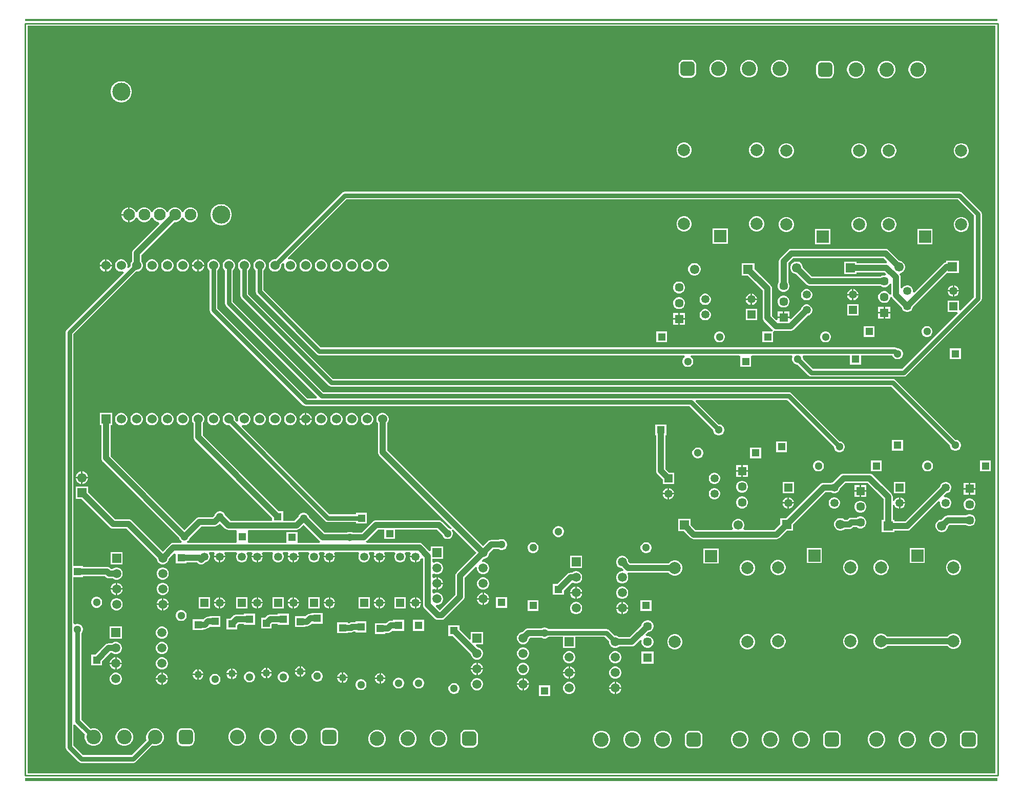
<source format=gbr>
G04*
G04 #@! TF.GenerationSoftware,Altium Limited,Altium Designer,24.5.2 (23)*
G04*
G04 Layer_Physical_Order=2*
G04 Layer_Color=16711680*
%FSLAX44Y44*%
%MOMM*%
G71*
G04*
G04 #@! TF.SameCoordinates,3DF9ACDB-7C99-40C3-A0CA-608631173261*
G04*
G04*
G04 #@! TF.FilePolarity,Positive*
G04*
G01*
G75*
%ADD14C,0.2540*%
%ADD19C,1.3500*%
%ADD20R,1.3500X1.3500*%
%ADD21C,1.3000*%
%ADD22R,1.3000X1.3000*%
%ADD23C,1.4500*%
%ADD24R,1.4500X1.4500*%
%ADD25C,1.5500*%
%ADD26R,1.5500X1.5500*%
%ADD27C,2.0000*%
%ADD28R,2.0000X2.0000*%
%ADD29R,1.3000X1.3000*%
%ADD32R,1.3500X1.3500*%
%ADD33C,1.2500*%
%ADD34R,1.2500X1.2500*%
%ADD37R,1.5500X1.5500*%
%ADD38C,0.7620*%
%ADD39C,1.0160*%
%ADD41C,2.4000*%
G04:AMPARAMS|DCode=42|XSize=2.4mm|YSize=2.4mm|CornerRadius=0.6mm|HoleSize=0mm|Usage=FLASHONLY|Rotation=180.000|XOffset=0mm|YOffset=0mm|HoleType=Round|Shape=RoundedRectangle|*
%AMROUNDEDRECTD42*
21,1,2.4000,1.2000,0,0,180.0*
21,1,1.2000,2.4000,0,0,180.0*
1,1,1.2000,-0.6000,0.6000*
1,1,1.2000,0.6000,0.6000*
1,1,1.2000,0.6000,-0.6000*
1,1,1.2000,-0.6000,-0.6000*
%
%ADD42ROUNDEDRECTD42*%
%ADD43R,1.5300X1.5300*%
%ADD44C,1.5300*%
%ADD45C,1.5000*%
%ADD46R,1.5000X1.5000*%
%ADD47C,3.0000*%
%ADD48C,1.9304*%
G36*
X2042160Y1332305D02*
X435610D01*
X435610Y1332305D01*
Y1336040D01*
X2042160D01*
Y1332305D01*
D02*
G37*
G36*
X2039545Y88975D02*
X439495D01*
Y1324535D01*
X2039545D01*
Y88975D01*
D02*
G37*
G36*
X2042160Y76200D02*
X435610D01*
Y81205D01*
X435610Y81205D01*
X2042160D01*
Y76200D01*
D02*
G37*
%LPC*%
G36*
X1684664Y1268030D02*
X1680836D01*
X1677138Y1267039D01*
X1673822Y1265125D01*
X1671115Y1262418D01*
X1669201Y1259102D01*
X1668210Y1255404D01*
Y1251576D01*
X1669201Y1247878D01*
X1671115Y1244562D01*
X1673822Y1241855D01*
X1677138Y1239941D01*
X1680836Y1238950D01*
X1684664D01*
X1688362Y1239941D01*
X1691678Y1241855D01*
X1694385Y1244562D01*
X1696299Y1247878D01*
X1697290Y1251576D01*
Y1255404D01*
X1696299Y1259102D01*
X1694385Y1262418D01*
X1691678Y1265125D01*
X1688362Y1267039D01*
X1684664Y1268030D01*
D02*
G37*
G36*
X1633864D02*
X1630036D01*
X1626338Y1267039D01*
X1623022Y1265125D01*
X1620315Y1262418D01*
X1618401Y1259102D01*
X1617410Y1255404D01*
Y1251576D01*
X1618401Y1247878D01*
X1620315Y1244562D01*
X1623022Y1241855D01*
X1626338Y1239941D01*
X1630036Y1238950D01*
X1633864D01*
X1637562Y1239941D01*
X1640878Y1241855D01*
X1643585Y1244562D01*
X1645499Y1247878D01*
X1646490Y1251576D01*
Y1255404D01*
X1645499Y1259102D01*
X1643585Y1262418D01*
X1640878Y1265125D01*
X1637562Y1267039D01*
X1633864Y1268030D01*
D02*
G37*
G36*
X1583064D02*
X1579236D01*
X1575538Y1267039D01*
X1572222Y1265125D01*
X1569515Y1262418D01*
X1567601Y1259102D01*
X1566610Y1255404D01*
Y1251576D01*
X1567601Y1247878D01*
X1569515Y1244562D01*
X1572222Y1241855D01*
X1575538Y1239941D01*
X1579236Y1238950D01*
X1583064D01*
X1586762Y1239941D01*
X1590078Y1241855D01*
X1592785Y1244562D01*
X1594699Y1247878D01*
X1595690Y1251576D01*
Y1255404D01*
X1594699Y1259102D01*
X1592785Y1262418D01*
X1590078Y1265125D01*
X1586762Y1267039D01*
X1583064Y1268030D01*
D02*
G37*
G36*
X1536350Y1268104D02*
X1524350D01*
X1522121Y1267810D01*
X1520043Y1266950D01*
X1518259Y1265581D01*
X1516890Y1263797D01*
X1516030Y1261719D01*
X1515736Y1259490D01*
Y1247490D01*
X1516030Y1245261D01*
X1516890Y1243183D01*
X1518259Y1241399D01*
X1520043Y1240030D01*
X1522121Y1239170D01*
X1524350Y1238876D01*
X1536350D01*
X1538579Y1239170D01*
X1540657Y1240030D01*
X1542441Y1241399D01*
X1543810Y1243183D01*
X1544670Y1245261D01*
X1544964Y1247490D01*
Y1259490D01*
X1544670Y1261719D01*
X1543810Y1263797D01*
X1542441Y1265581D01*
X1540657Y1266950D01*
X1538579Y1267810D01*
X1536350Y1268104D01*
D02*
G37*
G36*
X1911994Y1266760D02*
X1908166D01*
X1904468Y1265769D01*
X1901152Y1263855D01*
X1898445Y1261148D01*
X1896531Y1257832D01*
X1895540Y1254134D01*
Y1250306D01*
X1896531Y1246608D01*
X1898445Y1243292D01*
X1901152Y1240585D01*
X1904468Y1238671D01*
X1908166Y1237680D01*
X1911994D01*
X1915692Y1238671D01*
X1919008Y1240585D01*
X1921715Y1243292D01*
X1923629Y1246608D01*
X1924620Y1250306D01*
Y1254134D01*
X1923629Y1257832D01*
X1921715Y1261148D01*
X1919008Y1263855D01*
X1915692Y1265769D01*
X1911994Y1266760D01*
D02*
G37*
G36*
X1861194D02*
X1857366D01*
X1853668Y1265769D01*
X1850352Y1263855D01*
X1847645Y1261148D01*
X1845731Y1257832D01*
X1844740Y1254134D01*
Y1250306D01*
X1845731Y1246608D01*
X1847645Y1243292D01*
X1850352Y1240585D01*
X1853668Y1238671D01*
X1857366Y1237680D01*
X1861194D01*
X1864892Y1238671D01*
X1868208Y1240585D01*
X1870915Y1243292D01*
X1872829Y1246608D01*
X1873820Y1250306D01*
Y1254134D01*
X1872829Y1257832D01*
X1870915Y1261148D01*
X1868208Y1263855D01*
X1864892Y1265769D01*
X1861194Y1266760D01*
D02*
G37*
G36*
X1810394D02*
X1806566D01*
X1802868Y1265769D01*
X1799552Y1263855D01*
X1796845Y1261148D01*
X1794931Y1257832D01*
X1793940Y1254134D01*
Y1250306D01*
X1794931Y1246608D01*
X1796845Y1243292D01*
X1799552Y1240585D01*
X1802868Y1238671D01*
X1806566Y1237680D01*
X1810394D01*
X1814092Y1238671D01*
X1817408Y1240585D01*
X1820115Y1243292D01*
X1822029Y1246608D01*
X1823020Y1250306D01*
Y1254134D01*
X1822029Y1257832D01*
X1820115Y1261148D01*
X1817408Y1263855D01*
X1814092Y1265769D01*
X1810394Y1266760D01*
D02*
G37*
G36*
X1763680Y1266834D02*
X1751680D01*
X1749451Y1266540D01*
X1747373Y1265680D01*
X1745589Y1264311D01*
X1744220Y1262527D01*
X1743360Y1260449D01*
X1743066Y1258220D01*
Y1246220D01*
X1743360Y1243991D01*
X1744220Y1241913D01*
X1745589Y1240129D01*
X1747373Y1238760D01*
X1749451Y1237900D01*
X1751680Y1237606D01*
X1763680D01*
X1765909Y1237900D01*
X1767987Y1238760D01*
X1769771Y1240129D01*
X1771140Y1241913D01*
X1772000Y1243991D01*
X1772294Y1246220D01*
Y1258220D01*
X1772000Y1260449D01*
X1771140Y1262527D01*
X1769771Y1264311D01*
X1767987Y1265680D01*
X1765909Y1266540D01*
X1763680Y1266834D01*
D02*
G37*
G36*
X596087Y1232930D02*
X592632D01*
X589244Y1232256D01*
X586052Y1230934D01*
X583179Y1229014D01*
X580736Y1226571D01*
X578816Y1223698D01*
X577494Y1220506D01*
X576820Y1217117D01*
Y1213662D01*
X577494Y1210274D01*
X578816Y1207082D01*
X580736Y1204209D01*
X583179Y1201766D01*
X586052Y1199846D01*
X589244Y1198524D01*
X592632Y1197850D01*
X596087D01*
X599476Y1198524D01*
X602668Y1199846D01*
X605541Y1201766D01*
X607984Y1204209D01*
X609904Y1207082D01*
X611226Y1210274D01*
X611900Y1213662D01*
Y1217117D01*
X611226Y1220506D01*
X609904Y1223698D01*
X607984Y1226571D01*
X605541Y1229014D01*
X602668Y1230934D01*
X599476Y1232256D01*
X596087Y1232930D01*
D02*
G37*
G36*
X1646301Y1131490D02*
X1642999D01*
X1639810Y1130635D01*
X1636950Y1128984D01*
X1634615Y1126649D01*
X1632965Y1123790D01*
X1632110Y1120601D01*
Y1117299D01*
X1632965Y1114109D01*
X1634615Y1111250D01*
X1636950Y1108915D01*
X1639810Y1107264D01*
X1642999Y1106410D01*
X1646301D01*
X1649490Y1107264D01*
X1652350Y1108915D01*
X1654684Y1111250D01*
X1656335Y1114109D01*
X1657190Y1117299D01*
Y1120601D01*
X1656335Y1123790D01*
X1654684Y1126649D01*
X1652350Y1128984D01*
X1649490Y1130635D01*
X1646301Y1131490D01*
D02*
G37*
G36*
X1526301D02*
X1522999D01*
X1519810Y1130635D01*
X1516951Y1128984D01*
X1514616Y1126649D01*
X1512965Y1123790D01*
X1512110Y1120601D01*
Y1117299D01*
X1512965Y1114109D01*
X1514616Y1111250D01*
X1516951Y1108915D01*
X1519810Y1107264D01*
X1522999Y1106410D01*
X1526301D01*
X1529491Y1107264D01*
X1532350Y1108915D01*
X1534685Y1111250D01*
X1536336Y1114109D01*
X1537190Y1117299D01*
Y1120601D01*
X1536336Y1123790D01*
X1534685Y1126649D01*
X1532350Y1128984D01*
X1529491Y1130635D01*
X1526301Y1131490D01*
D02*
G37*
G36*
X1984431Y1130530D02*
X1981129D01*
X1977940Y1129676D01*
X1975080Y1128025D01*
X1972745Y1125690D01*
X1971095Y1122830D01*
X1970240Y1119641D01*
Y1116339D01*
X1971095Y1113150D01*
X1972745Y1110290D01*
X1975080Y1107956D01*
X1977940Y1106305D01*
X1981129Y1105450D01*
X1984431D01*
X1987620Y1106305D01*
X1990480Y1107956D01*
X1992814Y1110290D01*
X1994465Y1113150D01*
X1995320Y1116339D01*
Y1119641D01*
X1994465Y1122830D01*
X1992814Y1125690D01*
X1990480Y1128025D01*
X1987620Y1129676D01*
X1984431Y1130530D01*
D02*
G37*
G36*
X1864431D02*
X1861129D01*
X1857940Y1129676D01*
X1855080Y1128025D01*
X1852746Y1125690D01*
X1851095Y1122830D01*
X1850240Y1119641D01*
Y1116339D01*
X1851095Y1113150D01*
X1852746Y1110290D01*
X1855080Y1107956D01*
X1857940Y1106305D01*
X1861129Y1105450D01*
X1864431D01*
X1867620Y1106305D01*
X1870480Y1107956D01*
X1872815Y1110290D01*
X1874465Y1113150D01*
X1875320Y1116339D01*
Y1119641D01*
X1874465Y1122830D01*
X1872815Y1125690D01*
X1870480Y1128025D01*
X1867620Y1129676D01*
X1864431Y1130530D01*
D02*
G37*
G36*
X1815521D02*
X1812219D01*
X1809030Y1129676D01*
X1806170Y1128025D01*
X1803835Y1125690D01*
X1802184Y1122830D01*
X1801330Y1119641D01*
Y1116339D01*
X1802184Y1113150D01*
X1803835Y1110290D01*
X1806170Y1107956D01*
X1809030Y1106305D01*
X1812219Y1105450D01*
X1815521D01*
X1818710Y1106305D01*
X1821570Y1107956D01*
X1823904Y1110290D01*
X1825555Y1113150D01*
X1826410Y1116339D01*
Y1119641D01*
X1825555Y1122830D01*
X1823904Y1125690D01*
X1821570Y1128025D01*
X1818710Y1129676D01*
X1815521Y1130530D01*
D02*
G37*
G36*
X1695521D02*
X1692219D01*
X1689030Y1129676D01*
X1686170Y1128025D01*
X1683836Y1125690D01*
X1682185Y1122830D01*
X1681330Y1119641D01*
Y1116339D01*
X1682185Y1113150D01*
X1683836Y1110290D01*
X1686170Y1107956D01*
X1689030Y1106305D01*
X1692219Y1105450D01*
X1695521D01*
X1698710Y1106305D01*
X1701570Y1107956D01*
X1703905Y1110290D01*
X1705556Y1113150D01*
X1706410Y1116339D01*
Y1119641D01*
X1705556Y1122830D01*
X1703905Y1125690D01*
X1701570Y1128025D01*
X1698710Y1129676D01*
X1695521Y1130530D01*
D02*
G37*
G36*
X710265Y1024382D02*
X707055D01*
X703954Y1023551D01*
X701174Y1021946D01*
X698904Y1019676D01*
X697299Y1016896D01*
X697275Y1016806D01*
X694645D01*
X694621Y1016896D01*
X693016Y1019676D01*
X690746Y1021946D01*
X687966Y1023551D01*
X684865Y1024382D01*
X681655D01*
X678554Y1023551D01*
X675774Y1021946D01*
X673504Y1019676D01*
X671899Y1016896D01*
X671875Y1016806D01*
X669245D01*
X669221Y1016896D01*
X667616Y1019676D01*
X665346Y1021946D01*
X662566Y1023551D01*
X659465Y1024382D01*
X656255D01*
X653154Y1023551D01*
X650374Y1021946D01*
X648104Y1019676D01*
X646499Y1016896D01*
X646475Y1016806D01*
X643845D01*
X643821Y1016896D01*
X642216Y1019676D01*
X639946Y1021946D01*
X637166Y1023551D01*
X634065Y1024382D01*
X630855D01*
X627754Y1023551D01*
X624974Y1021946D01*
X622704Y1019676D01*
X621099Y1016896D01*
X621075Y1016806D01*
X618445D01*
X618421Y1016896D01*
X616816Y1019676D01*
X614546Y1021946D01*
X611766Y1023551D01*
X608665Y1024382D01*
X608330D01*
Y1012190D01*
Y999998D01*
X608665D01*
X611766Y1000829D01*
X614546Y1002434D01*
X616816Y1004704D01*
X618421Y1007484D01*
X618445Y1007574D01*
X621075D01*
X621099Y1007484D01*
X622704Y1004704D01*
X624974Y1002434D01*
X627754Y1000829D01*
X630855Y999998D01*
X634065D01*
X637166Y1000829D01*
X639946Y1002434D01*
X642216Y1004704D01*
X643821Y1007484D01*
X643845Y1007574D01*
X646475D01*
X646499Y1007484D01*
X648104Y1004704D01*
X650374Y1002434D01*
X653154Y1000829D01*
X656255Y999998D01*
X656607D01*
X657659Y997458D01*
X614425Y954225D01*
X613204Y952633D01*
X612436Y950779D01*
X612174Y948790D01*
Y935095D01*
X611706Y934627D01*
X610364Y932303D01*
X609670Y929712D01*
Y927336D01*
X606517Y924184D01*
X604240Y925498D01*
X604650Y927028D01*
Y929712D01*
X603956Y932303D01*
X602614Y934627D01*
X600717Y936524D01*
X598393Y937866D01*
X595802Y938560D01*
X593119D01*
X590527Y937866D01*
X588203Y936524D01*
X586306Y934627D01*
X584964Y932303D01*
X584270Y929712D01*
Y927028D01*
X584964Y924437D01*
X586306Y922113D01*
X588203Y920216D01*
X590527Y918874D01*
X593119Y918180D01*
X595802D01*
X597332Y918590D01*
X598647Y916313D01*
X504438Y822104D01*
X503034Y820004D01*
X502542Y817526D01*
Y131826D01*
X503034Y129348D01*
X504438Y127248D01*
X523742Y107944D01*
X525842Y106540D01*
X528320Y106048D01*
X614172D01*
X616650Y106540D01*
X618750Y107944D01*
X645589Y134783D01*
X648326Y134050D01*
X652154D01*
X655852Y135041D01*
X659168Y136955D01*
X661875Y139662D01*
X663789Y142978D01*
X664780Y146676D01*
Y150504D01*
X663789Y154202D01*
X661875Y157518D01*
X659168Y160225D01*
X655852Y162139D01*
X652154Y163130D01*
X648326D01*
X644628Y162139D01*
X641312Y160225D01*
X638605Y157518D01*
X636691Y154202D01*
X635700Y150504D01*
Y146676D01*
X636433Y143939D01*
X611490Y118996D01*
X531002D01*
X515490Y134508D01*
Y169130D01*
X515513Y169148D01*
X518030Y170043D01*
X534833Y153241D01*
X534100Y150504D01*
Y146676D01*
X535091Y142978D01*
X537005Y139662D01*
X539712Y136955D01*
X543028Y135041D01*
X546726Y134050D01*
X550554D01*
X554252Y135041D01*
X557568Y136955D01*
X560275Y139662D01*
X562189Y142978D01*
X563180Y146676D01*
Y150504D01*
X562189Y154202D01*
X560275Y157518D01*
X557568Y160225D01*
X554252Y162139D01*
X550554Y163130D01*
X546726D01*
X543989Y162397D01*
X528444Y177942D01*
Y320540D01*
X529204Y321300D01*
X530394Y323361D01*
X531010Y325660D01*
Y328040D01*
X530394Y330340D01*
X529204Y332401D01*
X527521Y334084D01*
X525459Y335274D01*
X523160Y335890D01*
X520780D01*
X518481Y335274D01*
X518030Y335014D01*
X515490Y336481D01*
Y413410D01*
X531010D01*
Y414765D01*
X567712D01*
X568811Y413665D01*
X570403Y412444D01*
X572257Y411676D01*
X574246Y411414D01*
X574246Y411414D01*
X580227D01*
X580575Y411066D01*
X582865Y409744D01*
X585418Y409060D01*
X588062D01*
X590615Y409744D01*
X592905Y411066D01*
X594774Y412935D01*
X596096Y415225D01*
X596780Y417778D01*
Y420422D01*
X596096Y422975D01*
X594774Y425265D01*
X592905Y427134D01*
X590615Y428456D01*
X588062Y429140D01*
X585418D01*
X582865Y428456D01*
X580575Y427134D01*
X580227Y426786D01*
X577429D01*
X576330Y427885D01*
X574738Y429106D01*
X572885Y429874D01*
X570896Y430136D01*
X531010D01*
Y431490D01*
X515490D01*
Y814844D01*
X618826Y918180D01*
X621202D01*
X623793Y918874D01*
X626117Y920216D01*
X628014Y922113D01*
X629356Y924437D01*
X630050Y927028D01*
Y929712D01*
X629356Y932303D01*
X628014Y934627D01*
X627546Y935095D01*
Y945607D01*
X681937Y999998D01*
X684865D01*
X687966Y1000829D01*
X690746Y1002434D01*
X693016Y1004704D01*
X694621Y1007484D01*
X694645Y1007574D01*
X697275D01*
X697299Y1007484D01*
X698904Y1004704D01*
X701174Y1002434D01*
X703954Y1000829D01*
X707055Y999998D01*
X710265D01*
X713366Y1000829D01*
X716146Y1002434D01*
X718416Y1004704D01*
X720021Y1007484D01*
X720852Y1010585D01*
Y1013795D01*
X720021Y1016896D01*
X718416Y1019676D01*
X716146Y1021946D01*
X713366Y1023551D01*
X710265Y1024382D01*
D02*
G37*
G36*
X605790D02*
X605455D01*
X602354Y1023551D01*
X599574Y1021946D01*
X597304Y1019676D01*
X595699Y1016896D01*
X594868Y1013795D01*
Y1013460D01*
X605790D01*
Y1024382D01*
D02*
G37*
G36*
Y1010920D02*
X594868D01*
Y1010585D01*
X595699Y1007484D01*
X597304Y1004704D01*
X599574Y1002434D01*
X602354Y1000829D01*
X605455Y999998D01*
X605790D01*
Y1010920D01*
D02*
G37*
G36*
X761188Y1029730D02*
X757732D01*
X754344Y1029056D01*
X751152Y1027734D01*
X748279Y1025814D01*
X745836Y1023371D01*
X743916Y1020498D01*
X742594Y1017306D01*
X741920Y1013917D01*
Y1010462D01*
X742594Y1007074D01*
X743916Y1003882D01*
X745836Y1001009D01*
X748279Y998566D01*
X751152Y996646D01*
X754344Y995324D01*
X757732Y994650D01*
X761188D01*
X764576Y995324D01*
X767768Y996646D01*
X770641Y998566D01*
X773084Y1001009D01*
X775004Y1003882D01*
X776326Y1007074D01*
X777000Y1010462D01*
Y1013917D01*
X776326Y1017306D01*
X775004Y1020498D01*
X773084Y1023371D01*
X770641Y1025814D01*
X767768Y1027734D01*
X764576Y1029056D01*
X761188Y1029730D01*
D02*
G37*
G36*
X1646301Y1009490D02*
X1642999D01*
X1639810Y1008635D01*
X1636950Y1006984D01*
X1634615Y1004650D01*
X1632965Y1001790D01*
X1632110Y998601D01*
Y995299D01*
X1632965Y992110D01*
X1634615Y989250D01*
X1636950Y986916D01*
X1639810Y985265D01*
X1642999Y984410D01*
X1646301D01*
X1649490Y985265D01*
X1652350Y986916D01*
X1654684Y989250D01*
X1656335Y992110D01*
X1657190Y995299D01*
Y998601D01*
X1656335Y1001790D01*
X1654684Y1004650D01*
X1652350Y1006984D01*
X1649490Y1008635D01*
X1646301Y1009490D01*
D02*
G37*
G36*
X1526301D02*
X1522999D01*
X1519810Y1008635D01*
X1516951Y1006984D01*
X1514616Y1004650D01*
X1512965Y1001790D01*
X1512110Y998601D01*
Y995299D01*
X1512965Y992110D01*
X1514616Y989250D01*
X1516951Y986916D01*
X1519810Y985265D01*
X1522999Y984410D01*
X1526301D01*
X1529491Y985265D01*
X1532350Y986916D01*
X1534685Y989250D01*
X1536336Y992110D01*
X1537190Y995299D01*
Y998601D01*
X1536336Y1001790D01*
X1534685Y1004650D01*
X1532350Y1006984D01*
X1529491Y1008635D01*
X1526301Y1009490D01*
D02*
G37*
G36*
X1984431Y1008530D02*
X1981129D01*
X1977940Y1007675D01*
X1975080Y1006024D01*
X1972745Y1003690D01*
X1971095Y1000830D01*
X1970240Y997641D01*
Y994339D01*
X1971095Y991150D01*
X1972745Y988290D01*
X1975080Y985955D01*
X1977940Y984305D01*
X1981129Y983450D01*
X1984431D01*
X1987620Y984305D01*
X1990480Y985955D01*
X1992814Y988290D01*
X1994465Y991150D01*
X1995320Y994339D01*
Y997641D01*
X1994465Y1000830D01*
X1992814Y1003690D01*
X1990480Y1006024D01*
X1987620Y1007675D01*
X1984431Y1008530D01*
D02*
G37*
G36*
X1864431D02*
X1861129D01*
X1857940Y1007675D01*
X1855080Y1006024D01*
X1852746Y1003690D01*
X1851095Y1000830D01*
X1850240Y997641D01*
Y994339D01*
X1851095Y991150D01*
X1852746Y988290D01*
X1855080Y985955D01*
X1857940Y984305D01*
X1861129Y983450D01*
X1864431D01*
X1867620Y984305D01*
X1870480Y985955D01*
X1872815Y988290D01*
X1874465Y991150D01*
X1875320Y994339D01*
Y997641D01*
X1874465Y1000830D01*
X1872815Y1003690D01*
X1870480Y1006024D01*
X1867620Y1007675D01*
X1864431Y1008530D01*
D02*
G37*
G36*
X1815521D02*
X1812219D01*
X1809030Y1007675D01*
X1806170Y1006024D01*
X1803835Y1003690D01*
X1802184Y1000830D01*
X1801330Y997641D01*
Y994339D01*
X1802184Y991150D01*
X1803835Y988290D01*
X1806170Y985955D01*
X1809030Y984305D01*
X1812219Y983450D01*
X1815521D01*
X1818710Y984305D01*
X1821570Y985955D01*
X1823904Y988290D01*
X1825555Y991150D01*
X1826410Y994339D01*
Y997641D01*
X1825555Y1000830D01*
X1823904Y1003690D01*
X1821570Y1006024D01*
X1818710Y1007675D01*
X1815521Y1008530D01*
D02*
G37*
G36*
X1695521D02*
X1692219D01*
X1689030Y1007675D01*
X1686170Y1006024D01*
X1683836Y1003690D01*
X1682185Y1000830D01*
X1681330Y997641D01*
Y994339D01*
X1682185Y991150D01*
X1683836Y988290D01*
X1686170Y985955D01*
X1689030Y984305D01*
X1692219Y983450D01*
X1695521D01*
X1698710Y984305D01*
X1701570Y985955D01*
X1703905Y988290D01*
X1705556Y991150D01*
X1706410Y994339D01*
Y997641D01*
X1705556Y1000830D01*
X1703905Y1003690D01*
X1701570Y1006024D01*
X1698710Y1007675D01*
X1695521Y1008530D01*
D02*
G37*
G36*
X1597190Y989490D02*
X1572110D01*
Y964410D01*
X1597190D01*
Y989490D01*
D02*
G37*
G36*
X1935320Y988530D02*
X1910240D01*
Y963450D01*
X1935320D01*
Y988530D01*
D02*
G37*
G36*
X1766410D02*
X1741330D01*
Y963450D01*
X1766410D01*
Y988530D01*
D02*
G37*
G36*
X1701800Y955614D02*
X1699811Y955352D01*
X1697957Y954584D01*
X1696365Y953363D01*
X1683665Y940663D01*
X1682444Y939071D01*
X1681676Y937217D01*
X1681414Y935228D01*
Y900839D01*
X1681266Y900691D01*
X1679977Y898459D01*
X1679310Y895969D01*
Y893391D01*
X1679977Y890901D01*
X1681266Y888669D01*
X1683089Y886846D01*
X1685321Y885557D01*
X1687811Y884890D01*
X1690389D01*
X1692879Y885557D01*
X1695111Y886846D01*
X1696934Y888669D01*
X1698223Y890901D01*
X1698890Y893391D01*
Y895969D01*
X1698223Y898459D01*
X1696934Y900691D01*
X1696786Y900839D01*
Y932044D01*
X1704984Y940242D01*
X1854368D01*
X1859897Y934714D01*
X1859457Y933194D01*
X1858773Y932246D01*
X1809830D01*
Y934850D01*
X1789250D01*
Y914270D01*
X1809830D01*
Y916874D01*
X1855999D01*
X1858669Y914205D01*
X1857354Y911928D01*
X1856749Y912090D01*
X1854171D01*
X1851681Y911423D01*
X1849449Y910134D01*
X1849301Y909986D01*
X1736183D01*
X1721030Y925139D01*
Y925915D01*
X1720329Y928532D01*
X1718974Y930878D01*
X1717058Y932794D01*
X1714712Y934149D01*
X1712095Y934850D01*
X1709385D01*
X1706768Y934149D01*
X1704422Y932794D01*
X1702506Y930878D01*
X1701151Y928532D01*
X1700450Y925915D01*
Y923205D01*
X1701151Y920588D01*
X1702506Y918242D01*
X1704422Y916326D01*
X1706768Y914971D01*
X1709385Y914270D01*
X1710161D01*
X1727565Y896865D01*
X1727565Y896865D01*
X1729157Y895644D01*
X1731011Y894876D01*
X1733000Y894614D01*
X1849301D01*
X1849449Y894466D01*
X1851681Y893177D01*
X1854171Y892510D01*
X1856749D01*
X1859239Y893177D01*
X1861471Y894466D01*
X1863294Y896289D01*
X1864583Y898521D01*
X1867088Y898058D01*
Y880542D01*
X1864583Y880079D01*
X1863294Y882311D01*
X1861471Y884134D01*
X1859239Y885423D01*
X1856749Y886090D01*
X1854171D01*
X1851681Y885423D01*
X1849449Y884134D01*
X1847626Y882311D01*
X1846337Y880079D01*
X1845670Y877589D01*
Y875011D01*
X1846337Y872521D01*
X1847626Y870289D01*
X1849449Y868466D01*
X1851681Y867177D01*
X1854171Y866510D01*
X1856749D01*
X1859239Y867177D01*
X1861471Y868466D01*
X1863294Y870289D01*
X1864583Y872521D01*
X1865250Y875011D01*
Y876300D01*
X1867790Y876805D01*
X1868118Y876013D01*
X1869339Y874421D01*
X1884410Y859350D01*
X1884913Y857474D01*
X1886136Y855356D01*
X1887866Y853626D01*
X1889984Y852403D01*
X1892347Y851770D01*
X1894793D01*
X1897156Y852403D01*
X1899274Y853626D01*
X1901004Y855356D01*
X1902227Y857474D01*
X1902730Y859350D01*
X1958919Y915540D01*
X1978740D01*
Y936120D01*
X1958160D01*
Y933492D01*
X1956351Y933254D01*
X1954497Y932486D01*
X1952905Y931265D01*
X1952905Y931265D01*
X1904982Y883341D01*
X1902704Y884656D01*
X1902860Y885237D01*
Y887683D01*
X1902227Y890046D01*
X1901004Y892164D01*
X1899274Y893894D01*
X1897156Y895117D01*
X1894793Y895750D01*
X1892347D01*
X1889984Y895117D01*
X1887866Y893894D01*
X1886136Y892164D01*
X1885000Y890196D01*
X1884758Y890119D01*
X1882460Y891280D01*
Y908969D01*
X1882460Y908969D01*
X1882198Y910958D01*
X1881430Y912812D01*
X1881218Y913088D01*
X1881202Y913273D01*
X1881667Y915022D01*
X1882277Y915881D01*
X1883622Y916241D01*
X1885968Y917596D01*
X1887884Y919512D01*
X1889238Y921858D01*
X1889940Y924475D01*
Y927185D01*
X1889238Y929802D01*
X1887884Y932148D01*
X1885968Y934064D01*
X1883622Y935419D01*
X1881004Y936120D01*
X1880229D01*
X1862986Y953363D01*
X1861395Y954584D01*
X1859541Y955352D01*
X1857552Y955614D01*
X1701800D01*
X1701800Y955614D01*
D02*
G37*
G36*
X722802Y938560D02*
X722730D01*
Y929640D01*
X731650D01*
Y929712D01*
X730956Y932303D01*
X729614Y934627D01*
X727717Y936524D01*
X725393Y937866D01*
X722802Y938560D01*
D02*
G37*
G36*
X570402D02*
X570330D01*
Y929640D01*
X579250D01*
Y929712D01*
X578556Y932303D01*
X577214Y934627D01*
X575317Y936524D01*
X572993Y937866D01*
X570402Y938560D01*
D02*
G37*
G36*
X720190D02*
X720118D01*
X717527Y937866D01*
X715203Y936524D01*
X713306Y934627D01*
X711964Y932303D01*
X711270Y929712D01*
Y929640D01*
X720190D01*
Y938560D01*
D02*
G37*
G36*
X567790D02*
X567719D01*
X565127Y937866D01*
X562803Y936524D01*
X560906Y934627D01*
X559565Y932303D01*
X558870Y929712D01*
Y929640D01*
X567790D01*
Y938560D01*
D02*
G37*
G36*
X1027602D02*
X1024919D01*
X1022327Y937866D01*
X1020003Y936524D01*
X1018106Y934627D01*
X1016765Y932303D01*
X1016070Y929712D01*
Y927028D01*
X1016765Y924437D01*
X1018106Y922113D01*
X1020003Y920216D01*
X1022327Y918874D01*
X1024919Y918180D01*
X1027602D01*
X1030193Y918874D01*
X1032517Y920216D01*
X1034414Y922113D01*
X1035756Y924437D01*
X1036450Y927028D01*
Y929712D01*
X1035756Y932303D01*
X1034414Y934627D01*
X1032517Y936524D01*
X1030193Y937866D01*
X1027602Y938560D01*
D02*
G37*
G36*
X1002202D02*
X999519D01*
X996927Y937866D01*
X994603Y936524D01*
X992706Y934627D01*
X991365Y932303D01*
X990670Y929712D01*
Y927028D01*
X991365Y924437D01*
X992706Y922113D01*
X994603Y920216D01*
X996927Y918874D01*
X999519Y918180D01*
X1002202D01*
X1004793Y918874D01*
X1007117Y920216D01*
X1009014Y922113D01*
X1010356Y924437D01*
X1011050Y927028D01*
Y929712D01*
X1010356Y932303D01*
X1009014Y934627D01*
X1007117Y936524D01*
X1004793Y937866D01*
X1002202Y938560D01*
D02*
G37*
G36*
X976802D02*
X974118D01*
X971527Y937866D01*
X969203Y936524D01*
X967306Y934627D01*
X965965Y932303D01*
X965270Y929712D01*
Y927028D01*
X965965Y924437D01*
X967306Y922113D01*
X969203Y920216D01*
X971527Y918874D01*
X974118Y918180D01*
X976802D01*
X979393Y918874D01*
X981717Y920216D01*
X983614Y922113D01*
X984956Y924437D01*
X985650Y927028D01*
Y929712D01*
X984956Y932303D01*
X983614Y934627D01*
X981717Y936524D01*
X979393Y937866D01*
X976802Y938560D01*
D02*
G37*
G36*
X951402D02*
X948718D01*
X946127Y937866D01*
X943803Y936524D01*
X941906Y934627D01*
X940564Y932303D01*
X939870Y929712D01*
Y927028D01*
X940564Y924437D01*
X941906Y922113D01*
X943803Y920216D01*
X946127Y918874D01*
X948718Y918180D01*
X951402D01*
X953993Y918874D01*
X956317Y920216D01*
X958214Y922113D01*
X959556Y924437D01*
X960250Y927028D01*
Y929712D01*
X959556Y932303D01*
X958214Y934627D01*
X956317Y936524D01*
X953993Y937866D01*
X951402Y938560D01*
D02*
G37*
G36*
X926002D02*
X923318D01*
X920727Y937866D01*
X918403Y936524D01*
X916506Y934627D01*
X915164Y932303D01*
X914470Y929712D01*
Y927028D01*
X915164Y924437D01*
X916506Y922113D01*
X918403Y920216D01*
X920727Y918874D01*
X923318Y918180D01*
X926002D01*
X928593Y918874D01*
X930917Y920216D01*
X932814Y922113D01*
X934156Y924437D01*
X934850Y927028D01*
Y929712D01*
X934156Y932303D01*
X932814Y934627D01*
X930917Y936524D01*
X928593Y937866D01*
X926002Y938560D01*
D02*
G37*
G36*
X900602D02*
X897918D01*
X895327Y937866D01*
X893003Y936524D01*
X891106Y934627D01*
X889764Y932303D01*
X889070Y929712D01*
Y927028D01*
X889764Y924437D01*
X891106Y922113D01*
X893003Y920216D01*
X895327Y918874D01*
X897918Y918180D01*
X900602D01*
X903193Y918874D01*
X905517Y920216D01*
X907414Y922113D01*
X908756Y924437D01*
X909450Y927028D01*
Y929712D01*
X908756Y932303D01*
X907414Y934627D01*
X905517Y936524D01*
X903193Y937866D01*
X900602Y938560D01*
D02*
G37*
G36*
X731650Y927100D02*
X722730D01*
Y918180D01*
X722802D01*
X725393Y918874D01*
X727717Y920216D01*
X729614Y922113D01*
X730956Y924437D01*
X731650Y927028D01*
Y927100D01*
D02*
G37*
G36*
X720190D02*
X711270D01*
Y927028D01*
X711964Y924437D01*
X713306Y922113D01*
X715203Y920216D01*
X717527Y918874D01*
X720118Y918180D01*
X720190D01*
Y927100D01*
D02*
G37*
G36*
X697402Y938560D02*
X694718D01*
X692127Y937866D01*
X689803Y936524D01*
X687906Y934627D01*
X686564Y932303D01*
X685870Y929712D01*
Y927028D01*
X686564Y924437D01*
X687906Y922113D01*
X689803Y920216D01*
X692127Y918874D01*
X694718Y918180D01*
X697402D01*
X699993Y918874D01*
X702317Y920216D01*
X704214Y922113D01*
X705556Y924437D01*
X706250Y927028D01*
Y929712D01*
X705556Y932303D01*
X704214Y934627D01*
X702317Y936524D01*
X699993Y937866D01*
X697402Y938560D01*
D02*
G37*
G36*
X672002D02*
X669318D01*
X666727Y937866D01*
X664403Y936524D01*
X662506Y934627D01*
X661164Y932303D01*
X660470Y929712D01*
Y927028D01*
X661164Y924437D01*
X662506Y922113D01*
X664403Y920216D01*
X666727Y918874D01*
X669318Y918180D01*
X672002D01*
X674593Y918874D01*
X676917Y920216D01*
X678814Y922113D01*
X680156Y924437D01*
X680850Y927028D01*
Y929712D01*
X680156Y932303D01*
X678814Y934627D01*
X676917Y936524D01*
X674593Y937866D01*
X672002Y938560D01*
D02*
G37*
G36*
X646602D02*
X643919D01*
X641327Y937866D01*
X639003Y936524D01*
X637106Y934627D01*
X635765Y932303D01*
X635070Y929712D01*
Y927028D01*
X635765Y924437D01*
X637106Y922113D01*
X639003Y920216D01*
X641327Y918874D01*
X643919Y918180D01*
X646602D01*
X649193Y918874D01*
X651517Y920216D01*
X653414Y922113D01*
X654756Y924437D01*
X655450Y927028D01*
Y929712D01*
X654756Y932303D01*
X653414Y934627D01*
X651517Y936524D01*
X649193Y937866D01*
X646602Y938560D01*
D02*
G37*
G36*
X579250Y927100D02*
X570330D01*
Y918180D01*
X570402D01*
X572993Y918874D01*
X575317Y920216D01*
X577214Y922113D01*
X578556Y924437D01*
X579250Y927028D01*
Y927100D01*
D02*
G37*
G36*
X567790D02*
X558870D01*
Y927028D01*
X559565Y924437D01*
X560906Y922113D01*
X562803Y920216D01*
X565127Y918874D01*
X567719Y918180D01*
X567790D01*
Y927100D01*
D02*
G37*
G36*
X1543185Y932310D02*
X1540475D01*
X1537858Y931609D01*
X1535512Y930254D01*
X1533596Y928338D01*
X1532241Y925992D01*
X1531540Y923375D01*
Y920665D01*
X1532241Y918048D01*
X1533596Y915702D01*
X1535512Y913786D01*
X1537858Y912431D01*
X1540475Y911730D01*
X1543185D01*
X1545802Y912431D01*
X1548148Y913786D01*
X1550064Y915702D01*
X1551418Y918048D01*
X1552120Y920665D01*
Y923375D01*
X1551418Y925992D01*
X1550064Y928338D01*
X1548148Y930254D01*
X1545802Y931609D01*
X1543185Y932310D01*
D02*
G37*
G36*
X1971040Y895737D02*
Y887730D01*
X1979047D01*
X1978427Y890046D01*
X1977204Y892164D01*
X1975474Y893894D01*
X1973356Y895117D01*
X1971040Y895737D01*
D02*
G37*
G36*
X1968500D02*
X1966184Y895117D01*
X1964066Y893894D01*
X1962336Y892164D01*
X1961113Y890046D01*
X1960493Y887730D01*
X1968500D01*
Y895737D01*
D02*
G37*
G36*
X1517669Y901930D02*
X1515091D01*
X1512601Y901263D01*
X1510369Y899974D01*
X1508546Y898151D01*
X1507257Y895919D01*
X1506590Y893429D01*
Y890851D01*
X1507257Y888361D01*
X1508546Y886129D01*
X1510369Y884306D01*
X1512601Y883017D01*
X1515091Y882350D01*
X1517669D01*
X1520159Y883017D01*
X1522391Y884306D01*
X1524214Y886129D01*
X1525503Y888361D01*
X1526170Y890851D01*
Y893429D01*
X1525503Y895919D01*
X1524214Y898151D01*
X1522391Y899974D01*
X1520159Y901263D01*
X1517669Y901930D01*
D02*
G37*
G36*
X1804670Y889387D02*
Y881380D01*
X1812677D01*
X1812057Y883696D01*
X1810834Y885814D01*
X1809104Y887544D01*
X1806986Y888767D01*
X1804670Y889387D01*
D02*
G37*
G36*
X1802130D02*
X1799814Y888767D01*
X1797696Y887544D01*
X1795966Y885814D01*
X1794743Y883696D01*
X1794123Y881380D01*
X1802130D01*
Y889387D01*
D02*
G37*
G36*
X1979047Y885190D02*
X1971040D01*
Y877183D01*
X1973356Y877803D01*
X1975474Y879026D01*
X1977204Y880756D01*
X1978427Y882874D01*
X1979047Y885190D01*
D02*
G37*
G36*
X1968500D02*
X1960493D01*
X1961113Y882874D01*
X1962336Y880756D01*
X1964066Y879026D01*
X1966184Y877803D01*
X1968500Y877183D01*
Y885190D01*
D02*
G37*
G36*
X1637030Y881767D02*
Y873760D01*
X1645037D01*
X1644417Y876076D01*
X1643194Y878194D01*
X1641464Y879924D01*
X1639346Y881147D01*
X1637030Y881767D01*
D02*
G37*
G36*
X1634490D02*
X1632174Y881147D01*
X1630056Y879924D01*
X1628326Y878194D01*
X1627103Y876076D01*
X1626483Y873760D01*
X1634490D01*
Y881767D01*
D02*
G37*
G36*
X1812677Y878840D02*
X1804670D01*
Y870833D01*
X1806986Y871453D01*
X1809104Y872676D01*
X1810834Y874406D01*
X1812057Y876524D01*
X1812677Y878840D01*
D02*
G37*
G36*
X1802130D02*
X1794123D01*
X1794743Y876524D01*
X1795966Y874406D01*
X1797696Y872676D01*
X1799814Y871453D01*
X1802130Y870833D01*
Y878840D01*
D02*
G37*
G36*
X1728423Y889400D02*
X1725977D01*
X1723614Y888767D01*
X1721496Y887544D01*
X1719766Y885814D01*
X1718543Y883696D01*
X1717910Y881333D01*
Y878887D01*
X1718543Y876524D01*
X1719766Y874406D01*
X1721496Y872676D01*
X1723614Y871453D01*
X1725977Y870820D01*
X1728423D01*
X1730786Y871453D01*
X1732904Y872676D01*
X1734634Y874406D01*
X1735857Y876524D01*
X1736490Y878887D01*
Y881333D01*
X1735857Y883696D01*
X1734634Y885814D01*
X1732904Y887544D01*
X1730786Y888767D01*
X1728423Y889400D01*
D02*
G37*
G36*
X1645037Y871220D02*
X1637030D01*
Y863213D01*
X1639346Y863833D01*
X1641464Y865056D01*
X1643194Y866786D01*
X1644417Y868904D01*
X1645037Y871220D01*
D02*
G37*
G36*
X1634490D02*
X1626483D01*
X1627103Y868904D01*
X1628326Y866786D01*
X1630056Y865056D01*
X1632174Y863833D01*
X1634490Y863213D01*
Y871220D01*
D02*
G37*
G36*
X1560783Y881780D02*
X1558337D01*
X1555974Y881147D01*
X1553856Y879924D01*
X1552126Y878194D01*
X1550903Y876076D01*
X1550270Y873713D01*
Y871267D01*
X1550903Y868904D01*
X1552126Y866786D01*
X1553856Y865056D01*
X1555974Y863833D01*
X1558337Y863200D01*
X1560783D01*
X1563146Y863833D01*
X1565264Y865056D01*
X1566994Y866786D01*
X1568217Y868904D01*
X1568850Y871267D01*
Y873713D01*
X1568217Y876076D01*
X1566994Y878194D01*
X1565264Y879924D01*
X1563146Y881147D01*
X1560783Y881780D01*
D02*
G37*
G36*
X1690389Y878470D02*
X1687811D01*
X1685321Y877803D01*
X1683089Y876514D01*
X1681266Y874691D01*
X1679977Y872459D01*
X1679310Y869969D01*
Y867391D01*
X1679977Y864901D01*
X1681266Y862669D01*
X1683089Y860846D01*
X1685321Y859557D01*
X1687811Y858890D01*
X1690389D01*
X1692879Y859557D01*
X1695111Y860846D01*
X1696934Y862669D01*
X1698223Y864901D01*
X1698890Y867391D01*
Y869969D01*
X1698223Y872459D01*
X1696934Y874691D01*
X1695111Y876514D01*
X1692879Y877803D01*
X1690389Y878470D01*
D02*
G37*
G36*
X1517669Y875930D02*
X1515091D01*
X1512601Y875263D01*
X1510369Y873974D01*
X1508546Y872151D01*
X1507257Y869919D01*
X1506590Y867429D01*
Y864851D01*
X1507257Y862361D01*
X1508546Y860129D01*
X1510369Y858306D01*
X1512601Y857017D01*
X1515091Y856350D01*
X1517669D01*
X1520159Y857017D01*
X1522391Y858306D01*
X1524214Y860129D01*
X1525503Y862361D01*
X1526170Y864851D01*
Y867429D01*
X1525503Y869919D01*
X1524214Y872151D01*
X1522391Y873974D01*
X1520159Y875263D01*
X1517669Y875930D01*
D02*
G37*
G36*
X1979930Y1050414D02*
X964030D01*
X961552Y1049922D01*
X959452Y1048518D01*
X849494Y938560D01*
X847119D01*
X844527Y937866D01*
X842203Y936524D01*
X840306Y934627D01*
X838964Y932303D01*
X838270Y929712D01*
Y927028D01*
X838964Y924437D01*
X840306Y922113D01*
X842203Y920216D01*
X844527Y918874D01*
X847119Y918180D01*
X849802D01*
X852393Y918874D01*
X854717Y920216D01*
X856614Y922113D01*
X857956Y924437D01*
X858650Y927028D01*
Y929404D01*
X861803Y932557D01*
X864080Y931242D01*
X863670Y929712D01*
Y927028D01*
X864364Y924437D01*
X865706Y922113D01*
X867603Y920216D01*
X869927Y918874D01*
X872518Y918180D01*
X875202D01*
X877793Y918874D01*
X880117Y920216D01*
X882014Y922113D01*
X883356Y924437D01*
X884050Y927028D01*
Y929712D01*
X883356Y932303D01*
X882014Y934627D01*
X880117Y936524D01*
X877793Y937866D01*
X875202Y938560D01*
X872518D01*
X870988Y938150D01*
X869674Y940427D01*
X966712Y1037466D01*
X1977248D01*
X2003936Y1010778D01*
Y876188D01*
X1981600Y853852D01*
X1979060Y854904D01*
Y870350D01*
X1960480D01*
Y851770D01*
X1975926D01*
X1976978Y849230D01*
X1885300Y757552D01*
X1737454D01*
X1721460Y773546D01*
Y774620D01*
X1720844Y776919D01*
X1720584Y777370D01*
X1722051Y779910D01*
X1798980D01*
Y764390D01*
X1817060D01*
Y779910D01*
X1868807D01*
X1869096Y778831D01*
X1870287Y776769D01*
X1871970Y775086D01*
X1874031Y773896D01*
X1876330Y773280D01*
X1878710D01*
X1881010Y773896D01*
X1883071Y775086D01*
X1884754Y776769D01*
X1885944Y778831D01*
X1886560Y781130D01*
Y783510D01*
X1885944Y785809D01*
X1884754Y787871D01*
X1883071Y789554D01*
X1881010Y790744D01*
X1878710Y791360D01*
X1877439D01*
X1875934Y792366D01*
X1873456Y792858D01*
X924448D01*
X829535Y887772D01*
Y920434D01*
X831214Y922113D01*
X832556Y924437D01*
X833250Y927028D01*
Y929712D01*
X832556Y932303D01*
X831214Y934627D01*
X829317Y936524D01*
X826993Y937866D01*
X824402Y938560D01*
X821719D01*
X819127Y937866D01*
X816803Y936524D01*
X814906Y934627D01*
X813565Y932303D01*
X812870Y929712D01*
Y927028D01*
X813565Y924437D01*
X814906Y922113D01*
X816586Y920434D01*
Y885090D01*
X817078Y882612D01*
X818482Y880512D01*
X917188Y781806D01*
X919288Y780402D01*
X921766Y779910D01*
X1525472D01*
X1526153Y777370D01*
X1525260Y776854D01*
X1523577Y775171D01*
X1522386Y773109D01*
X1521770Y770810D01*
Y768430D01*
X1522386Y766131D01*
X1523577Y764069D01*
X1525260Y762386D01*
X1527321Y761196D01*
X1529620Y760580D01*
X1532000D01*
X1534299Y761196D01*
X1536361Y762386D01*
X1538044Y764069D01*
X1539234Y766131D01*
X1539850Y768430D01*
Y770810D01*
X1539234Y773109D01*
X1538044Y775171D01*
X1536361Y776854D01*
X1535468Y777370D01*
X1536148Y779910D01*
X1615348D01*
X1617370Y778660D01*
X1617370Y777370D01*
Y760580D01*
X1635450D01*
Y777370D01*
X1635450Y778660D01*
X1637473Y779910D01*
X1702790D01*
X1704256Y777370D01*
X1703996Y776919D01*
X1703380Y774620D01*
Y772240D01*
X1703996Y769941D01*
X1705186Y767879D01*
X1706870Y766196D01*
X1708931Y765006D01*
X1711230Y764390D01*
X1712304D01*
X1730194Y746500D01*
X1732295Y745096D01*
X1734772Y744604D01*
X1887982D01*
X1890460Y745096D01*
X1892560Y746500D01*
X2014988Y868928D01*
X2016392Y871028D01*
X2016884Y873506D01*
Y1013460D01*
X2016392Y1015938D01*
X2014988Y1018038D01*
X1984508Y1048518D01*
X1982408Y1049922D01*
X1979930Y1050414D01*
D02*
G37*
G36*
X1865250Y860090D02*
X1856730D01*
Y851570D01*
X1865250D01*
Y860090D01*
D02*
G37*
G36*
X1854190D02*
X1845670D01*
Y851570D01*
X1854190D01*
Y860090D01*
D02*
G37*
G36*
X1812690Y864000D02*
X1794110D01*
Y845420D01*
X1812690D01*
Y864000D01*
D02*
G37*
G36*
X1698890Y852470D02*
X1690370D01*
Y843950D01*
X1698890D01*
Y852470D01*
D02*
G37*
G36*
X1687830D02*
X1679310D01*
Y843950D01*
X1687830D01*
Y852470D01*
D02*
G37*
G36*
X1526170Y849930D02*
X1517650D01*
Y841410D01*
X1526170D01*
Y849930D01*
D02*
G37*
G36*
X1515110D02*
X1506590D01*
Y841410D01*
X1515110D01*
Y849930D01*
D02*
G37*
G36*
X1865250Y849030D02*
X1856730D01*
Y840510D01*
X1865250D01*
Y849030D01*
D02*
G37*
G36*
X1854190D02*
X1845670D01*
Y840510D01*
X1854190D01*
Y849030D01*
D02*
G37*
G36*
X1645050Y856380D02*
X1626470D01*
Y837800D01*
X1645050D01*
Y856380D01*
D02*
G37*
G36*
X1560783D02*
X1558337D01*
X1555974Y855747D01*
X1553856Y854524D01*
X1552126Y852794D01*
X1550903Y850676D01*
X1550270Y848313D01*
Y845867D01*
X1550903Y843504D01*
X1552126Y841386D01*
X1553856Y839656D01*
X1555974Y838433D01*
X1558337Y837800D01*
X1560783D01*
X1563146Y838433D01*
X1565264Y839656D01*
X1566994Y841386D01*
X1568217Y843504D01*
X1568850Y845867D01*
Y848313D01*
X1568217Y850676D01*
X1566994Y852794D01*
X1565264Y854524D01*
X1563146Y855747D01*
X1560783Y856380D01*
D02*
G37*
G36*
X1526170Y838870D02*
X1517650D01*
Y830350D01*
X1526170D01*
Y838870D01*
D02*
G37*
G36*
X1515110D02*
X1506590D01*
Y830350D01*
X1515110D01*
Y838870D01*
D02*
G37*
G36*
X1640920Y932310D02*
X1620340D01*
Y911730D01*
X1630051D01*
X1654490Y887291D01*
Y842010D01*
X1654752Y840021D01*
X1655520Y838167D01*
X1656741Y836575D01*
X1670965Y822351D01*
X1670965Y822351D01*
X1671656Y821821D01*
X1670770Y819300D01*
X1669664Y819300D01*
X1653850D01*
Y801220D01*
X1671930D01*
Y817079D01*
X1671930Y818640D01*
X1673878Y820483D01*
D01*
X1673878Y820483D01*
X1674411Y820362D01*
X1676400Y820100D01*
X1676400Y820100D01*
X1700276D01*
X1702265Y820362D01*
X1704119Y821130D01*
X1705711Y822351D01*
X1728910Y845550D01*
X1730786Y846053D01*
X1732904Y847276D01*
X1734634Y849006D01*
X1735857Y851124D01*
X1736490Y853487D01*
Y855933D01*
X1735857Y858296D01*
X1734634Y860414D01*
X1732904Y862144D01*
X1730786Y863367D01*
X1728423Y864000D01*
X1725977D01*
X1723614Y863367D01*
X1721496Y862144D01*
X1719766Y860414D01*
X1718543Y858296D01*
X1718040Y856420D01*
X1701237Y839616D01*
X1698890Y840588D01*
Y841410D01*
X1689100D01*
X1679310D01*
Y839064D01*
X1676963Y838092D01*
X1669862Y845194D01*
Y890474D01*
X1669862Y890474D01*
X1669600Y892463D01*
X1668832Y894317D01*
X1667611Y895909D01*
X1640920Y922599D01*
Y932310D01*
D02*
G37*
G36*
X1927320Y828190D02*
X1924940D01*
X1922641Y827574D01*
X1920580Y826384D01*
X1918896Y824701D01*
X1917706Y822639D01*
X1917090Y820340D01*
Y817960D01*
X1917706Y815661D01*
X1918896Y813599D01*
X1920580Y811916D01*
X1922641Y810726D01*
X1924940Y810110D01*
X1927320D01*
X1929620Y810726D01*
X1931681Y811916D01*
X1933364Y813599D01*
X1934554Y815661D01*
X1935170Y817960D01*
Y820340D01*
X1934554Y822639D01*
X1933364Y824701D01*
X1931681Y826384D01*
X1929620Y827574D01*
X1927320Y828190D01*
D02*
G37*
G36*
X1839570D02*
X1821490D01*
Y810110D01*
X1839570D01*
Y828190D01*
D02*
G37*
G36*
X1759680Y819300D02*
X1757300D01*
X1755001Y818684D01*
X1752940Y817494D01*
X1751257Y815811D01*
X1750066Y813749D01*
X1749450Y811450D01*
Y809070D01*
X1750066Y806771D01*
X1751257Y804709D01*
X1752940Y803026D01*
X1755001Y801836D01*
X1757300Y801220D01*
X1759680D01*
X1761980Y801836D01*
X1764041Y803026D01*
X1765724Y804709D01*
X1766914Y806771D01*
X1767530Y809070D01*
Y811450D01*
X1766914Y813749D01*
X1765724Y815811D01*
X1764041Y817494D01*
X1761980Y818684D01*
X1759680Y819300D01*
D02*
G37*
G36*
X1584420D02*
X1582040D01*
X1579741Y818684D01*
X1577680Y817494D01*
X1575997Y815811D01*
X1574806Y813749D01*
X1574190Y811450D01*
Y809070D01*
X1574806Y806771D01*
X1575997Y804709D01*
X1577680Y803026D01*
X1579741Y801836D01*
X1582040Y801220D01*
X1584420D01*
X1586720Y801836D01*
X1588781Y803026D01*
X1590464Y804709D01*
X1591654Y806771D01*
X1592270Y809070D01*
Y811450D01*
X1591654Y813749D01*
X1590464Y815811D01*
X1588781Y817494D01*
X1586720Y818684D01*
X1584420Y819300D01*
D02*
G37*
G36*
X1496670D02*
X1478590D01*
Y801220D01*
X1496670D01*
Y819300D01*
D02*
G37*
G36*
X1982160Y791360D02*
X1964080D01*
Y773280D01*
X1982160D01*
Y791360D01*
D02*
G37*
G36*
X773602Y938560D02*
X770919D01*
X768327Y937866D01*
X766003Y936524D01*
X764106Y934627D01*
X762765Y932303D01*
X762070Y929712D01*
Y927028D01*
X762765Y924437D01*
X764106Y922113D01*
X765786Y920434D01*
Y866040D01*
X766279Y863562D01*
X767682Y861462D01*
X918013Y711131D01*
X917041Y708784D01*
X901842D01*
X753335Y857292D01*
Y920434D01*
X755014Y922113D01*
X756356Y924437D01*
X757050Y927028D01*
Y929712D01*
X756356Y932303D01*
X755014Y934627D01*
X753117Y936524D01*
X750793Y937866D01*
X748202Y938560D01*
X745518D01*
X742927Y937866D01*
X740603Y936524D01*
X738706Y934627D01*
X737365Y932303D01*
X736670Y929712D01*
Y927028D01*
X737365Y924437D01*
X738706Y922113D01*
X740386Y920434D01*
Y854610D01*
X740879Y852132D01*
X742282Y850032D01*
X894582Y697732D01*
X896682Y696328D01*
X899160Y695836D01*
X1533559D01*
X1572920Y656474D01*
Y655400D01*
X1573536Y653101D01*
X1574727Y651039D01*
X1576410Y649356D01*
X1578471Y648166D01*
X1580770Y647550D01*
X1583150D01*
X1585450Y648166D01*
X1587511Y649356D01*
X1589194Y651039D01*
X1590384Y653101D01*
X1591000Y655400D01*
Y657780D01*
X1590384Y660079D01*
X1589194Y662141D01*
X1587511Y663824D01*
X1585450Y665014D01*
X1583150Y665630D01*
X1582077D01*
X1544057Y703649D01*
X1545029Y705996D01*
X1694848D01*
X1772310Y628534D01*
Y627460D01*
X1772926Y625161D01*
X1774117Y623099D01*
X1775800Y621416D01*
X1777861Y620226D01*
X1780160Y619610D01*
X1782540D01*
X1784840Y620226D01*
X1786901Y621416D01*
X1788584Y623099D01*
X1789774Y625161D01*
X1790390Y627460D01*
Y629840D01*
X1789774Y632139D01*
X1788584Y634201D01*
X1786901Y635884D01*
X1784840Y637074D01*
X1782540Y637690D01*
X1781467D01*
X1702108Y717048D01*
X1700008Y718452D01*
X1697530Y718944D01*
X928512D01*
X778735Y868722D01*
Y920434D01*
X780414Y922113D01*
X781756Y924437D01*
X782450Y927028D01*
Y929712D01*
X781756Y932303D01*
X780414Y934627D01*
X778517Y936524D01*
X776193Y937866D01*
X773602Y938560D01*
D02*
G37*
G36*
X900602Y684560D02*
X900530D01*
Y675640D01*
X909450D01*
Y675712D01*
X908756Y678303D01*
X907414Y680627D01*
X905517Y682524D01*
X903193Y683866D01*
X900602Y684560D01*
D02*
G37*
G36*
X897990D02*
X897918D01*
X895327Y683866D01*
X893003Y682524D01*
X891106Y680627D01*
X889764Y678303D01*
X889070Y675712D01*
Y675640D01*
X897990D01*
Y684560D01*
D02*
G37*
G36*
X799002D02*
X796319D01*
X793727Y683866D01*
X791403Y682524D01*
X789506Y680627D01*
X788165Y678303D01*
X787470Y675712D01*
Y673028D01*
X787880Y671498D01*
X785603Y670183D01*
X782450Y673336D01*
Y675712D01*
X781756Y678303D01*
X780414Y680627D01*
X778517Y682524D01*
X776193Y683866D01*
X773602Y684560D01*
X770919D01*
X768327Y683866D01*
X766003Y682524D01*
X764106Y680627D01*
X762765Y678303D01*
X762070Y675712D01*
Y673028D01*
X762765Y670437D01*
X764106Y668113D01*
X766003Y666216D01*
X768327Y664874D01*
X770919Y664180D01*
X773294D01*
X931512Y505962D01*
X933612Y504558D01*
X936090Y504066D01*
X982370D01*
Y501500D01*
X1000450D01*
Y519580D01*
X982370D01*
Y517014D01*
X938772D01*
X793474Y662313D01*
X794788Y664590D01*
X796319Y664180D01*
X799002D01*
X801593Y664874D01*
X803917Y666216D01*
X805814Y668113D01*
X807156Y670437D01*
X807850Y673028D01*
Y675712D01*
X807156Y678303D01*
X805814Y680627D01*
X803917Y682524D01*
X801593Y683866D01*
X799002Y684560D01*
D02*
G37*
G36*
X1002202D02*
X999519D01*
X996927Y683866D01*
X994603Y682524D01*
X992706Y680627D01*
X991365Y678303D01*
X990670Y675712D01*
Y673028D01*
X991365Y670437D01*
X992706Y668113D01*
X994603Y666216D01*
X996927Y664874D01*
X999519Y664180D01*
X1002202D01*
X1004793Y664874D01*
X1007117Y666216D01*
X1009014Y668113D01*
X1010356Y670437D01*
X1011050Y673028D01*
Y675712D01*
X1010356Y678303D01*
X1009014Y680627D01*
X1007117Y682524D01*
X1004793Y683866D01*
X1002202Y684560D01*
D02*
G37*
G36*
X976802D02*
X974118D01*
X971527Y683866D01*
X969203Y682524D01*
X967306Y680627D01*
X965965Y678303D01*
X965270Y675712D01*
Y673028D01*
X965965Y670437D01*
X967306Y668113D01*
X969203Y666216D01*
X971527Y664874D01*
X974118Y664180D01*
X976802D01*
X979393Y664874D01*
X981717Y666216D01*
X983614Y668113D01*
X984956Y670437D01*
X985650Y673028D01*
Y675712D01*
X984956Y678303D01*
X983614Y680627D01*
X981717Y682524D01*
X979393Y683866D01*
X976802Y684560D01*
D02*
G37*
G36*
X951402D02*
X948718D01*
X946127Y683866D01*
X943803Y682524D01*
X941906Y680627D01*
X940564Y678303D01*
X939870Y675712D01*
Y673028D01*
X940564Y670437D01*
X941906Y668113D01*
X943803Y666216D01*
X946127Y664874D01*
X948718Y664180D01*
X951402D01*
X953993Y664874D01*
X956317Y666216D01*
X958214Y668113D01*
X959556Y670437D01*
X960250Y673028D01*
Y675712D01*
X959556Y678303D01*
X958214Y680627D01*
X956317Y682524D01*
X953993Y683866D01*
X951402Y684560D01*
D02*
G37*
G36*
X926002D02*
X923318D01*
X920727Y683866D01*
X918403Y682524D01*
X916506Y680627D01*
X915164Y678303D01*
X914470Y675712D01*
Y673028D01*
X915164Y670437D01*
X916506Y668113D01*
X918403Y666216D01*
X920727Y664874D01*
X923318Y664180D01*
X926002D01*
X928593Y664874D01*
X930917Y666216D01*
X932814Y668113D01*
X934156Y670437D01*
X934850Y673028D01*
Y675712D01*
X934156Y678303D01*
X932814Y680627D01*
X930917Y682524D01*
X928593Y683866D01*
X926002Y684560D01*
D02*
G37*
G36*
X909450Y673100D02*
X900530D01*
Y664180D01*
X900602D01*
X903193Y664874D01*
X905517Y666216D01*
X907414Y668113D01*
X908756Y670437D01*
X909450Y673028D01*
Y673100D01*
D02*
G37*
G36*
X897990D02*
X889070D01*
Y673028D01*
X889764Y670437D01*
X891106Y668113D01*
X893003Y666216D01*
X895327Y664874D01*
X897918Y664180D01*
X897990D01*
Y673100D01*
D02*
G37*
G36*
X875202Y684560D02*
X872518D01*
X869927Y683866D01*
X867603Y682524D01*
X865706Y680627D01*
X864364Y678303D01*
X863670Y675712D01*
Y673028D01*
X864364Y670437D01*
X865706Y668113D01*
X867603Y666216D01*
X869927Y664874D01*
X872518Y664180D01*
X875202D01*
X877793Y664874D01*
X880117Y666216D01*
X882014Y668113D01*
X883356Y670437D01*
X884050Y673028D01*
Y675712D01*
X883356Y678303D01*
X882014Y680627D01*
X880117Y682524D01*
X877793Y683866D01*
X875202Y684560D01*
D02*
G37*
G36*
X849802D02*
X847119D01*
X844527Y683866D01*
X842203Y682524D01*
X840306Y680627D01*
X838964Y678303D01*
X838270Y675712D01*
Y673028D01*
X838964Y670437D01*
X840306Y668113D01*
X842203Y666216D01*
X844527Y664874D01*
X847119Y664180D01*
X849802D01*
X852393Y664874D01*
X854717Y666216D01*
X856614Y668113D01*
X857956Y670437D01*
X858650Y673028D01*
Y675712D01*
X857956Y678303D01*
X856614Y680627D01*
X854717Y682524D01*
X852393Y683866D01*
X849802Y684560D01*
D02*
G37*
G36*
X824402D02*
X821719D01*
X819127Y683866D01*
X816803Y682524D01*
X814906Y680627D01*
X813565Y678303D01*
X812870Y675712D01*
Y673028D01*
X813565Y670437D01*
X814906Y668113D01*
X816803Y666216D01*
X819127Y664874D01*
X821719Y664180D01*
X824402D01*
X826993Y664874D01*
X829317Y666216D01*
X831214Y668113D01*
X832556Y670437D01*
X833250Y673028D01*
Y675712D01*
X832556Y678303D01*
X831214Y680627D01*
X829317Y682524D01*
X826993Y683866D01*
X824402Y684560D01*
D02*
G37*
G36*
X748202D02*
X745518D01*
X742927Y683866D01*
X740603Y682524D01*
X738706Y680627D01*
X737365Y678303D01*
X736670Y675712D01*
Y673028D01*
X737365Y670437D01*
X738706Y668113D01*
X740603Y666216D01*
X742927Y664874D01*
X745518Y664180D01*
X748202D01*
X750793Y664874D01*
X753117Y666216D01*
X755014Y668113D01*
X756356Y670437D01*
X757050Y673028D01*
Y675712D01*
X756356Y678303D01*
X755014Y680627D01*
X753117Y682524D01*
X750793Y683866D01*
X748202Y684560D01*
D02*
G37*
G36*
X697402D02*
X694718D01*
X692127Y683866D01*
X689803Y682524D01*
X687906Y680627D01*
X686564Y678303D01*
X685870Y675712D01*
Y673028D01*
X686564Y670437D01*
X687906Y668113D01*
X689803Y666216D01*
X692127Y664874D01*
X694718Y664180D01*
X697402D01*
X699993Y664874D01*
X702317Y666216D01*
X704214Y668113D01*
X705556Y670437D01*
X706250Y673028D01*
Y675712D01*
X705556Y678303D01*
X704214Y680627D01*
X702317Y682524D01*
X699993Y683866D01*
X697402Y684560D01*
D02*
G37*
G36*
X672002D02*
X669318D01*
X666727Y683866D01*
X664403Y682524D01*
X662506Y680627D01*
X661164Y678303D01*
X660470Y675712D01*
Y673028D01*
X661164Y670437D01*
X662506Y668113D01*
X664403Y666216D01*
X666727Y664874D01*
X669318Y664180D01*
X672002D01*
X674593Y664874D01*
X676917Y666216D01*
X678814Y668113D01*
X680156Y670437D01*
X680850Y673028D01*
Y675712D01*
X680156Y678303D01*
X678814Y680627D01*
X676917Y682524D01*
X674593Y683866D01*
X672002Y684560D01*
D02*
G37*
G36*
X646602D02*
X643919D01*
X641327Y683866D01*
X639003Y682524D01*
X637106Y680627D01*
X635765Y678303D01*
X635070Y675712D01*
Y673028D01*
X635765Y670437D01*
X637106Y668113D01*
X639003Y666216D01*
X641327Y664874D01*
X643919Y664180D01*
X646602D01*
X649193Y664874D01*
X651517Y666216D01*
X653414Y668113D01*
X654756Y670437D01*
X655450Y673028D01*
Y675712D01*
X654756Y678303D01*
X653414Y680627D01*
X651517Y682524D01*
X649193Y683866D01*
X646602Y684560D01*
D02*
G37*
G36*
X621202D02*
X618518D01*
X615927Y683866D01*
X613603Y682524D01*
X611706Y680627D01*
X610364Y678303D01*
X609670Y675712D01*
Y673028D01*
X610364Y670437D01*
X611706Y668113D01*
X613603Y666216D01*
X615927Y664874D01*
X618518Y664180D01*
X621202D01*
X623793Y664874D01*
X626117Y666216D01*
X628014Y668113D01*
X629356Y670437D01*
X630050Y673028D01*
Y675712D01*
X629356Y678303D01*
X628014Y680627D01*
X626117Y682524D01*
X623793Y683866D01*
X621202Y684560D01*
D02*
G37*
G36*
X595802D02*
X593119D01*
X590527Y683866D01*
X588203Y682524D01*
X586306Y680627D01*
X584964Y678303D01*
X584270Y675712D01*
Y673028D01*
X584964Y670437D01*
X586306Y668113D01*
X588203Y666216D01*
X590527Y664874D01*
X593119Y664180D01*
X595802D01*
X598393Y664874D01*
X600717Y666216D01*
X602614Y668113D01*
X603956Y670437D01*
X604650Y673028D01*
Y675712D01*
X603956Y678303D01*
X602614Y680627D01*
X600717Y682524D01*
X598393Y683866D01*
X595802Y684560D01*
D02*
G37*
G36*
X799002Y938560D02*
X796319D01*
X793727Y937866D01*
X791403Y936524D01*
X789506Y934627D01*
X788165Y932303D01*
X787470Y929712D01*
Y927028D01*
X788165Y924437D01*
X789506Y922113D01*
X791186Y920434D01*
Y878740D01*
X791678Y876262D01*
X793082Y874162D01*
X937254Y729990D01*
X939354Y728586D01*
X941832Y728094D01*
X1867061D01*
X1964080Y631074D01*
Y630000D01*
X1964696Y627701D01*
X1965887Y625639D01*
X1967570Y623956D01*
X1969631Y622766D01*
X1971930Y622150D01*
X1974310D01*
X1976610Y622766D01*
X1978671Y623956D01*
X1980354Y625639D01*
X1981544Y627701D01*
X1982160Y630000D01*
Y632380D01*
X1981544Y634679D01*
X1980354Y636741D01*
X1978671Y638424D01*
X1976610Y639614D01*
X1974310Y640230D01*
X1973237D01*
X1874320Y739146D01*
X1872220Y740550D01*
X1869742Y741042D01*
X944514D01*
X804135Y881422D01*
Y920434D01*
X805814Y922113D01*
X807156Y924437D01*
X807850Y927028D01*
Y929712D01*
X807156Y932303D01*
X805814Y934627D01*
X803917Y936524D01*
X801593Y937866D01*
X799002Y938560D01*
D02*
G37*
G36*
X1886560Y640230D02*
X1868480D01*
Y622150D01*
X1886560D01*
Y640230D01*
D02*
G37*
G36*
X1694790Y637690D02*
X1676710D01*
Y619610D01*
X1694790D01*
Y637690D01*
D02*
G37*
G36*
X1651960Y627530D02*
X1633880D01*
Y609450D01*
X1651960D01*
Y627530D01*
D02*
G37*
G36*
X1548510D02*
X1546130D01*
X1543831Y626914D01*
X1541770Y625724D01*
X1540087Y624041D01*
X1538896Y621979D01*
X1538280Y619680D01*
Y617300D01*
X1538896Y615001D01*
X1540087Y612939D01*
X1541770Y611256D01*
X1543831Y610066D01*
X1546130Y609450D01*
X1548510D01*
X1550809Y610066D01*
X1552871Y611256D01*
X1554554Y612939D01*
X1555744Y615001D01*
X1556360Y617300D01*
Y619680D01*
X1555744Y621979D01*
X1554554Y624041D01*
X1552871Y625724D01*
X1550809Y626914D01*
X1548510Y627530D01*
D02*
G37*
G36*
X1630320Y598400D02*
X1621800D01*
Y589880D01*
X1630320D01*
Y598400D01*
D02*
G37*
G36*
X1619260D02*
X1610740D01*
Y589880D01*
X1619260D01*
Y598400D01*
D02*
G37*
G36*
X2031690Y605940D02*
X2013610D01*
Y587860D01*
X2031690D01*
Y605940D01*
D02*
G37*
G36*
X1928240D02*
X1925860D01*
X1923561Y605324D01*
X1921500Y604134D01*
X1919816Y602451D01*
X1918626Y600389D01*
X1918010Y598090D01*
Y595710D01*
X1918626Y593411D01*
X1919816Y591349D01*
X1921500Y589666D01*
X1923561Y588476D01*
X1925860Y587860D01*
X1928240D01*
X1930540Y588476D01*
X1932601Y589666D01*
X1934284Y591349D01*
X1935474Y593411D01*
X1936090Y595710D01*
Y598090D01*
X1935474Y600389D01*
X1934284Y602451D01*
X1932601Y604134D01*
X1930540Y605324D01*
X1928240Y605940D01*
D02*
G37*
G36*
X1851350D02*
X1833270D01*
Y587860D01*
X1851350D01*
Y605940D01*
D02*
G37*
G36*
X1747900D02*
X1745520D01*
X1743221Y605324D01*
X1741160Y604134D01*
X1739476Y602451D01*
X1738286Y600389D01*
X1737670Y598090D01*
Y595710D01*
X1738286Y593411D01*
X1739476Y591349D01*
X1741160Y589666D01*
X1743221Y588476D01*
X1745520Y587860D01*
X1747900D01*
X1750199Y588476D01*
X1752261Y589666D01*
X1753944Y591349D01*
X1755134Y593411D01*
X1755750Y595710D01*
Y598090D01*
X1755134Y600389D01*
X1753944Y602451D01*
X1752261Y604134D01*
X1750199Y605324D01*
X1747900Y605940D01*
D02*
G37*
G36*
X530774Y587940D02*
X530690D01*
Y578920D01*
X539710D01*
Y579005D01*
X539009Y581622D01*
X537654Y583968D01*
X535738Y585884D01*
X533392Y587239D01*
X530774Y587940D01*
D02*
G37*
G36*
X528150D02*
X528065D01*
X525448Y587239D01*
X523102Y585884D01*
X521186Y583968D01*
X519831Y581622D01*
X519130Y579005D01*
Y578920D01*
X528150D01*
Y587940D01*
D02*
G37*
G36*
X1630320Y587340D02*
X1621800D01*
Y578820D01*
X1630320D01*
Y587340D01*
D02*
G37*
G36*
X1619260D02*
X1610740D01*
Y578820D01*
X1619260D01*
Y587340D01*
D02*
G37*
G36*
X1831086Y584266D02*
X1788160D01*
X1786171Y584004D01*
X1784317Y583236D01*
X1782725Y582015D01*
X1771210Y570500D01*
X1769334Y569997D01*
X1767652Y569026D01*
X1755190D01*
X1755190Y569026D01*
X1753201Y568764D01*
X1751347Y567996D01*
X1749755Y566775D01*
X1749755Y566775D01*
X1693651Y510670D01*
X1683940D01*
Y500959D01*
X1674282Y491302D01*
X1624267D01*
X1622961Y493842D01*
X1623709Y495138D01*
X1624410Y497755D01*
Y500465D01*
X1623709Y503082D01*
X1622354Y505428D01*
X1620438Y507344D01*
X1618092Y508699D01*
X1615475Y509400D01*
X1612766D01*
X1610148Y508699D01*
X1607802Y507344D01*
X1605886Y505428D01*
X1604532Y503082D01*
X1603830Y500465D01*
Y497755D01*
X1604532Y495138D01*
X1605280Y493842D01*
X1603973Y491302D01*
X1543997D01*
X1535610Y499689D01*
Y509400D01*
X1515030D01*
Y488820D01*
X1524740D01*
X1535379Y478181D01*
X1536971Y476960D01*
X1538825Y476192D01*
X1540814Y475930D01*
X1677466D01*
X1679455Y476192D01*
X1681309Y476960D01*
X1682900Y478181D01*
X1694809Y490090D01*
X1704520D01*
Y499801D01*
X1758373Y553654D01*
X1767652D01*
X1769334Y552683D01*
X1771697Y552050D01*
X1774143D01*
X1776506Y552683D01*
X1778624Y553906D01*
X1780354Y555636D01*
X1781577Y557754D01*
X1782080Y559630D01*
X1791344Y568894D01*
X1827902D01*
X1854184Y542613D01*
Y508130D01*
X1851580D01*
Y487550D01*
X1872160D01*
Y490154D01*
X1893570D01*
X1895559Y490416D01*
X1897413Y491184D01*
X1899005Y492405D01*
X1945658Y539059D01*
X1947936Y537744D01*
X1947780Y537163D01*
Y534717D01*
X1948413Y532354D01*
X1949636Y530236D01*
X1951366Y528506D01*
X1953484Y527283D01*
X1955847Y526650D01*
X1958293D01*
X1960656Y527283D01*
X1962774Y528506D01*
X1964504Y530236D01*
X1965727Y532354D01*
X1966360Y534717D01*
Y537163D01*
X1965727Y539526D01*
X1964504Y541644D01*
X1962774Y543374D01*
X1960656Y544597D01*
X1958293Y545230D01*
X1955847D01*
X1955266Y545074D01*
X1953951Y547352D01*
X1958780Y552180D01*
X1960656Y552683D01*
X1962774Y553906D01*
X1964504Y555636D01*
X1965727Y557754D01*
X1966360Y560117D01*
Y562563D01*
X1965727Y564926D01*
X1964504Y567044D01*
X1962774Y568774D01*
X1960656Y569997D01*
X1958293Y570630D01*
X1955847D01*
X1953484Y569997D01*
X1951366Y568774D01*
X1949636Y567044D01*
X1948413Y564926D01*
X1947910Y563050D01*
X1890386Y505526D01*
X1872160D01*
Y508130D01*
X1869556D01*
Y532458D01*
X1872095Y532793D01*
X1872213Y532354D01*
X1873436Y530236D01*
X1875166Y528506D01*
X1877284Y527283D01*
X1879600Y526663D01*
Y535940D01*
Y545217D01*
X1877284Y544597D01*
X1875166Y543374D01*
X1873436Y541644D01*
X1872213Y539526D01*
X1872095Y539087D01*
X1869556Y539422D01*
Y545796D01*
X1869294Y547785D01*
X1868526Y549639D01*
X1867304Y551231D01*
X1836521Y582015D01*
X1834929Y583236D01*
X1833075Y584004D01*
X1831086Y584266D01*
D02*
G37*
G36*
X539710Y576380D02*
X530690D01*
Y567360D01*
X530774D01*
X533392Y568061D01*
X535738Y569416D01*
X537654Y571332D01*
X539009Y573678D01*
X539710Y576295D01*
Y576380D01*
D02*
G37*
G36*
X528150D02*
X519130D01*
Y576295D01*
X519831Y573678D01*
X521186Y571332D01*
X523102Y569416D01*
X525448Y568061D01*
X528065Y567360D01*
X528150D01*
Y576380D01*
D02*
G37*
G36*
X1576023Y585870D02*
X1573577D01*
X1571214Y585237D01*
X1569096Y584014D01*
X1567366Y582284D01*
X1566143Y580166D01*
X1565510Y577803D01*
Y575357D01*
X1566143Y572994D01*
X1567366Y570876D01*
X1569096Y569146D01*
X1571214Y567923D01*
X1573577Y567290D01*
X1576023D01*
X1578386Y567923D01*
X1580504Y569146D01*
X1582234Y570876D01*
X1583457Y572994D01*
X1584090Y575357D01*
Y577803D01*
X1583457Y580166D01*
X1582234Y582284D01*
X1580504Y584014D01*
X1578386Y585237D01*
X1576023Y585870D01*
D02*
G37*
G36*
X1495400Y665630D02*
X1477320D01*
Y647550D01*
X1478674D01*
Y588820D01*
X1478936Y586830D01*
X1479704Y584977D01*
X1480926Y583385D01*
X1489310Y575001D01*
Y567290D01*
X1507890D01*
Y585870D01*
X1500179D01*
X1494046Y592003D01*
Y647550D01*
X1495400D01*
Y665630D01*
D02*
G37*
G36*
X2006240Y569190D02*
X1997720D01*
Y560670D01*
X2006240D01*
Y569190D01*
D02*
G37*
G36*
X1995180D02*
X1986660D01*
Y560670D01*
X1995180D01*
Y569190D01*
D02*
G37*
G36*
X1825900Y565380D02*
X1817380D01*
Y556860D01*
X1825900D01*
Y565380D01*
D02*
G37*
G36*
X1814840D02*
X1806320D01*
Y556860D01*
X1814840D01*
Y565380D01*
D02*
G37*
G36*
X1621819Y572400D02*
X1619241D01*
X1616751Y571733D01*
X1614519Y570444D01*
X1612696Y568621D01*
X1611407Y566389D01*
X1610740Y563899D01*
Y561321D01*
X1611407Y558831D01*
X1612696Y556599D01*
X1614519Y554776D01*
X1616751Y553487D01*
X1619241Y552820D01*
X1621819D01*
X1624309Y553487D01*
X1626541Y554776D01*
X1628364Y556599D01*
X1629653Y558831D01*
X1630320Y561321D01*
Y563899D01*
X1629653Y566389D01*
X1628364Y568621D01*
X1626541Y570444D01*
X1624309Y571733D01*
X1621819Y572400D01*
D02*
G37*
G36*
X1499870Y560457D02*
Y552450D01*
X1507877D01*
X1507257Y554766D01*
X1506034Y556884D01*
X1504304Y558614D01*
X1502186Y559837D01*
X1499870Y560457D01*
D02*
G37*
G36*
X1497330D02*
X1495014Y559837D01*
X1492896Y558614D01*
X1491166Y556884D01*
X1489943Y554766D01*
X1489323Y552450D01*
X1497330D01*
Y560457D01*
D02*
G37*
G36*
X1890160Y570630D02*
X1871580D01*
Y552050D01*
X1890160D01*
Y570630D01*
D02*
G37*
G36*
X1706010D02*
X1687430D01*
Y552050D01*
X1706010D01*
Y570630D01*
D02*
G37*
G36*
X2006240Y558130D02*
X1997720D01*
Y549610D01*
X2006240D01*
Y558130D01*
D02*
G37*
G36*
X1995180D02*
X1986660D01*
Y549610D01*
X1995180D01*
Y558130D01*
D02*
G37*
G36*
X1825900Y554320D02*
X1817380D01*
Y545800D01*
X1825900D01*
Y554320D01*
D02*
G37*
G36*
X1814840D02*
X1806320D01*
Y545800D01*
X1814840D01*
Y554320D01*
D02*
G37*
G36*
X1507877Y549910D02*
X1499870D01*
Y541903D01*
X1502186Y542523D01*
X1504304Y543746D01*
X1506034Y545476D01*
X1507257Y547594D01*
X1507877Y549910D01*
D02*
G37*
G36*
X1497330D02*
X1489323D01*
X1489943Y547594D01*
X1491166Y545476D01*
X1492896Y543746D01*
X1495014Y542523D01*
X1497330Y541903D01*
Y549910D01*
D02*
G37*
G36*
X1576023Y560470D02*
X1573577D01*
X1571214Y559837D01*
X1569096Y558614D01*
X1567366Y556884D01*
X1566143Y554766D01*
X1565510Y552403D01*
Y549957D01*
X1566143Y547594D01*
X1567366Y545476D01*
X1569096Y543746D01*
X1571214Y542523D01*
X1573577Y541890D01*
X1576023D01*
X1578386Y542523D01*
X1580504Y543746D01*
X1582234Y545476D01*
X1583457Y547594D01*
X1584090Y549957D01*
Y552403D01*
X1583457Y554766D01*
X1582234Y556884D01*
X1580504Y558614D01*
X1578386Y559837D01*
X1576023Y560470D01*
D02*
G37*
G36*
X1882140Y545217D02*
Y537210D01*
X1890147D01*
X1889527Y539526D01*
X1888304Y541644D01*
X1886574Y543374D01*
X1884456Y544597D01*
X1882140Y545217D01*
D02*
G37*
G36*
X1697990D02*
Y537210D01*
X1705997D01*
X1705377Y539526D01*
X1704154Y541644D01*
X1702424Y543374D01*
X1700306Y544597D01*
X1697990Y545217D01*
D02*
G37*
G36*
X1695450D02*
X1693134Y544597D01*
X1691016Y543374D01*
X1689286Y541644D01*
X1688063Y539526D01*
X1687443Y537210D01*
X1695450D01*
Y545217D01*
D02*
G37*
G36*
X1621819Y546400D02*
X1619241D01*
X1616751Y545733D01*
X1614519Y544444D01*
X1612696Y542621D01*
X1611407Y540389D01*
X1610740Y537899D01*
Y535321D01*
X1611407Y532831D01*
X1612696Y530599D01*
X1614519Y528776D01*
X1616751Y527487D01*
X1619241Y526820D01*
X1621819D01*
X1624309Y527487D01*
X1626541Y528776D01*
X1628364Y530599D01*
X1629653Y532831D01*
X1630320Y535321D01*
Y537899D01*
X1629653Y540389D01*
X1628364Y542621D01*
X1626541Y544444D01*
X1624309Y545733D01*
X1621819Y546400D01*
D02*
G37*
G36*
X1890147Y534670D02*
X1882140D01*
Y526663D01*
X1884456Y527283D01*
X1886574Y528506D01*
X1888304Y530236D01*
X1889527Y532354D01*
X1890147Y534670D01*
D02*
G37*
G36*
X1705997D02*
X1697990D01*
Y526663D01*
X1700306Y527283D01*
X1702424Y528506D01*
X1704154Y530236D01*
X1705377Y532354D01*
X1705997Y534670D01*
D02*
G37*
G36*
X1695450D02*
X1687443D01*
X1688063Y532354D01*
X1689286Y530236D01*
X1691016Y528506D01*
X1693134Y527283D01*
X1695450Y526663D01*
Y534670D01*
D02*
G37*
G36*
X1774143Y545230D02*
X1771697D01*
X1769334Y544597D01*
X1767216Y543374D01*
X1765486Y541644D01*
X1764263Y539526D01*
X1763630Y537163D01*
Y534717D01*
X1764263Y532354D01*
X1765486Y530236D01*
X1767216Y528506D01*
X1769334Y527283D01*
X1771697Y526650D01*
X1774143D01*
X1776506Y527283D01*
X1778624Y528506D01*
X1780354Y530236D01*
X1781577Y532354D01*
X1782210Y534717D01*
Y537163D01*
X1781577Y539526D01*
X1780354Y541644D01*
X1778624Y543374D01*
X1776506Y544597D01*
X1774143Y545230D01*
D02*
G37*
G36*
X1997739Y543190D02*
X1995161D01*
X1992671Y542523D01*
X1990439Y541234D01*
X1988616Y539411D01*
X1987327Y537179D01*
X1986660Y534689D01*
Y532111D01*
X1987327Y529621D01*
X1988616Y527389D01*
X1990439Y525566D01*
X1992671Y524277D01*
X1995161Y523610D01*
X1997739D01*
X2000229Y524277D01*
X2002461Y525566D01*
X2004284Y527389D01*
X2005573Y529621D01*
X2006240Y532111D01*
Y534689D01*
X2005573Y537179D01*
X2004284Y539411D01*
X2002461Y541234D01*
X2000229Y542523D01*
X1997739Y543190D01*
D02*
G37*
G36*
X1817399Y539380D02*
X1814821D01*
X1812331Y538713D01*
X1810099Y537424D01*
X1808276Y535601D01*
X1806987Y533369D01*
X1806320Y530879D01*
Y528301D01*
X1806987Y525811D01*
X1808276Y523579D01*
X1810099Y521756D01*
X1812331Y520467D01*
X1814821Y519800D01*
X1817399D01*
X1819889Y520467D01*
X1822121Y521756D01*
X1823944Y523579D01*
X1825233Y525811D01*
X1825900Y528301D01*
Y530879D01*
X1825233Y533369D01*
X1823944Y535601D01*
X1822121Y537424D01*
X1819889Y538713D01*
X1817399Y539380D01*
D02*
G37*
G36*
X1997739Y517190D02*
X1995161D01*
X1992671Y516523D01*
X1990439Y515234D01*
X1990291Y515086D01*
X1960231D01*
X1960230Y515086D01*
X1958241Y514824D01*
X1956387Y514056D01*
X1954796Y512835D01*
X1950091Y508130D01*
X1949315D01*
X1946698Y507429D01*
X1944352Y506074D01*
X1942436Y504158D01*
X1941082Y501812D01*
X1940380Y499195D01*
Y496485D01*
X1941082Y493868D01*
X1942436Y491522D01*
X1944352Y489606D01*
X1946698Y488251D01*
X1949315Y487550D01*
X1952025D01*
X1954642Y488251D01*
X1956988Y489606D01*
X1958904Y491522D01*
X1960259Y493868D01*
X1960960Y496485D01*
Y497261D01*
X1963414Y499714D01*
X1990291D01*
X1990439Y499566D01*
X1992671Y498277D01*
X1995161Y497610D01*
X1997739D01*
X2000229Y498277D01*
X2002461Y499566D01*
X2004284Y501389D01*
X2005573Y503621D01*
X2006240Y506111D01*
Y508689D01*
X2005573Y511179D01*
X2004284Y513411D01*
X2002461Y515234D01*
X2000229Y516523D01*
X1997739Y517190D01*
D02*
G37*
G36*
X1817399Y513380D02*
X1814821D01*
X1812331Y512713D01*
X1810099Y511424D01*
X1809951Y511276D01*
X1801022D01*
X1799033Y511014D01*
X1797179Y510246D01*
X1795587Y509025D01*
X1794628Y508066D01*
X1789897D01*
X1789348Y508614D01*
X1787002Y509969D01*
X1784385Y510670D01*
X1781676D01*
X1779058Y509969D01*
X1776712Y508614D01*
X1774796Y506698D01*
X1773441Y504352D01*
X1772740Y501735D01*
Y499025D01*
X1773441Y496408D01*
X1774796Y494062D01*
X1776712Y492146D01*
X1779058Y490791D01*
X1781676Y490090D01*
X1784385D01*
X1787002Y490791D01*
X1789348Y492146D01*
X1789897Y492694D01*
X1797812D01*
X1799801Y492956D01*
X1801655Y493724D01*
X1803247Y494945D01*
X1804206Y495904D01*
X1809951D01*
X1810099Y495756D01*
X1812331Y494467D01*
X1814821Y493800D01*
X1817399D01*
X1819889Y494467D01*
X1822121Y495756D01*
X1823944Y497579D01*
X1825233Y499811D01*
X1825900Y502301D01*
Y504879D01*
X1825233Y507369D01*
X1823944Y509601D01*
X1822121Y511424D01*
X1819889Y512713D01*
X1817399Y513380D01*
D02*
G37*
G36*
X1027602Y684560D02*
X1024919D01*
X1022327Y683866D01*
X1020003Y682524D01*
X1018106Y680627D01*
X1016765Y678303D01*
X1016070Y675712D01*
Y673028D01*
X1016765Y670437D01*
X1018106Y668113D01*
X1018574Y667645D01*
Y619660D01*
X1018836Y617671D01*
X1019604Y615817D01*
X1020825Y614225D01*
X1140799Y494252D01*
X1139201Y492374D01*
X1139130Y492415D01*
X1137140Y493564D01*
X1135714Y493946D01*
X1124861Y504799D01*
X1123269Y506020D01*
X1121415Y506788D01*
X1119426Y507050D01*
X1015492D01*
X1013503Y506788D01*
X1011649Y506020D01*
X1010057Y504799D01*
X991734Y486476D01*
X977128D01*
X975850Y487214D01*
X973550Y487830D01*
X971170D01*
X968871Y487214D01*
X967592Y486476D01*
X930743D01*
X904616Y512603D01*
X904234Y514029D01*
X903044Y516091D01*
X901360Y517774D01*
X899299Y518964D01*
X897000Y519580D01*
X894620D01*
X892320Y518964D01*
X890259Y517774D01*
X888576Y516091D01*
X887386Y514029D01*
X887004Y512603D01*
X880942Y506542D01*
X862020D01*
Y522120D01*
X854809D01*
X729146Y647783D01*
Y667645D01*
X729614Y668113D01*
X730956Y670437D01*
X731650Y673028D01*
Y675712D01*
X730956Y678303D01*
X729614Y680627D01*
X727717Y682524D01*
X725393Y683866D01*
X722802Y684560D01*
X720118D01*
X717527Y683866D01*
X715203Y682524D01*
X713306Y680627D01*
X711964Y678303D01*
X711270Y675712D01*
Y673028D01*
X711964Y670437D01*
X713306Y668113D01*
X713774Y667645D01*
Y644600D01*
X714036Y642610D01*
X714804Y640757D01*
X716025Y639165D01*
X843940Y511251D01*
Y506542D01*
X774787D01*
X766186Y515143D01*
X765804Y516569D01*
X764613Y518631D01*
X762930Y520314D01*
X760869Y521504D01*
X758570Y522120D01*
X756190D01*
X753890Y521504D01*
X751829Y520314D01*
X750146Y518631D01*
X748956Y516569D01*
X748574Y515143D01*
X745862Y512432D01*
X723646D01*
X721657Y512170D01*
X719803Y511402D01*
X718211Y510181D01*
X698960Y490929D01*
X576746Y613143D01*
Y664180D01*
X579250D01*
Y684560D01*
X558870D01*
Y664180D01*
X561374D01*
Y609960D01*
X561636Y607970D01*
X562404Y606117D01*
X563625Y604525D01*
X690154Y477997D01*
X690536Y476571D01*
X691726Y474509D01*
X693409Y472826D01*
X694404Y472252D01*
X693723Y469712D01*
X680466D01*
X678477Y469450D01*
X676623Y468682D01*
X675031Y467461D01*
X675031Y467461D01*
X662940Y455369D01*
X611733Y506577D01*
X610141Y507798D01*
X608287Y508566D01*
X606298Y508828D01*
X584112D01*
X539710Y553229D01*
Y562940D01*
X519130D01*
Y542360D01*
X528840D01*
X575493Y495707D01*
X575493Y495707D01*
X577085Y494486D01*
X578939Y493718D01*
X580928Y493456D01*
X603114D01*
X652900Y443671D01*
Y443178D01*
X653584Y440625D01*
X654906Y438335D01*
X656775Y436466D01*
X659065Y435144D01*
X661618Y434460D01*
X664262D01*
X666815Y435144D01*
X669105Y436466D01*
X670974Y438335D01*
X672296Y440625D01*
X672980Y443178D01*
Y443671D01*
X681840Y452531D01*
X684380Y451479D01*
Y436270D01*
X702460D01*
Y437624D01*
X719954D01*
X721029Y436549D01*
X722621Y435328D01*
X724475Y434560D01*
X726464Y434298D01*
X728453Y434560D01*
X730307Y435328D01*
X731898Y436549D01*
X733230Y437880D01*
X735106Y438383D01*
X737224Y439606D01*
X738954Y441336D01*
X740177Y443454D01*
X740810Y445817D01*
Y448263D01*
X740177Y450626D01*
X739499Y451800D01*
X740729Y454340D01*
X747711D01*
X748941Y451800D01*
X748263Y450626D01*
X747643Y448310D01*
X756920D01*
X766197D01*
X765577Y450626D01*
X764899Y451800D01*
X766129Y454340D01*
X784541D01*
X785771Y451800D01*
X785093Y450626D01*
X784460Y448263D01*
Y445817D01*
X785093Y443454D01*
X786316Y441336D01*
X788046Y439606D01*
X790164Y438383D01*
X792527Y437750D01*
X794973D01*
X797336Y438383D01*
X799454Y439606D01*
X801184Y441336D01*
X802407Y443454D01*
X803040Y445817D01*
Y448263D01*
X802407Y450626D01*
X801729Y451800D01*
X802959Y454340D01*
X809941D01*
X811171Y451800D01*
X810493Y450626D01*
X809873Y448310D01*
X819150D01*
X828427D01*
X827807Y450626D01*
X827129Y451800D01*
X828359Y454340D01*
X844231D01*
X845461Y451800D01*
X844783Y450626D01*
X844150Y448263D01*
Y445817D01*
X844783Y443454D01*
X846006Y441336D01*
X847736Y439606D01*
X849854Y438383D01*
X852217Y437750D01*
X854663D01*
X857026Y438383D01*
X859144Y439606D01*
X860874Y441336D01*
X862097Y443454D01*
X862730Y445817D01*
Y448263D01*
X862097Y450626D01*
X861419Y451800D01*
X862649Y454340D01*
X869631D01*
X870861Y451800D01*
X870183Y450626D01*
X869563Y448310D01*
X878840D01*
X888117D01*
X887497Y450626D01*
X886819Y451800D01*
X888049Y454340D01*
X903921D01*
X905151Y451800D01*
X904473Y450626D01*
X903840Y448263D01*
Y445817D01*
X904473Y443454D01*
X905696Y441336D01*
X907426Y439606D01*
X909544Y438383D01*
X911907Y437750D01*
X914353D01*
X916716Y438383D01*
X918834Y439606D01*
X920564Y441336D01*
X921787Y443454D01*
X922420Y445817D01*
Y448263D01*
X921787Y450626D01*
X921109Y451800D01*
X922339Y454340D01*
X929321D01*
X930551Y451800D01*
X929873Y450626D01*
X929253Y448310D01*
X938530D01*
X947807D01*
X947187Y450626D01*
X946509Y451800D01*
X947739Y454340D01*
X986471D01*
X987701Y451800D01*
X987023Y450626D01*
X986390Y448263D01*
Y445817D01*
X987023Y443454D01*
X988246Y441336D01*
X989976Y439606D01*
X992094Y438383D01*
X994457Y437750D01*
X996903D01*
X999266Y438383D01*
X1001384Y439606D01*
X1003114Y441336D01*
X1004337Y443454D01*
X1004970Y445817D01*
Y448263D01*
X1004337Y450626D01*
X1003659Y451800D01*
X1004889Y454340D01*
X1011871D01*
X1013101Y451800D01*
X1012423Y450626D01*
X1011803Y448310D01*
X1021080D01*
X1030357D01*
X1029737Y450626D01*
X1029059Y451800D01*
X1030289Y454340D01*
X1046161D01*
X1047391Y451800D01*
X1046713Y450626D01*
X1046080Y448263D01*
Y445817D01*
X1046713Y443454D01*
X1047936Y441336D01*
X1049666Y439606D01*
X1051784Y438383D01*
X1054147Y437750D01*
X1056593D01*
X1058956Y438383D01*
X1061074Y439606D01*
X1062804Y441336D01*
X1064027Y443454D01*
X1064660Y445817D01*
Y448263D01*
X1064027Y450626D01*
X1063349Y451800D01*
X1064579Y454340D01*
X1071561D01*
X1072791Y451800D01*
X1072113Y450626D01*
X1071493Y448310D01*
X1080770D01*
Y447040D01*
X1082040D01*
Y437763D01*
X1084356Y438383D01*
X1086474Y439606D01*
X1088204Y441336D01*
X1089427Y443454D01*
X1089433Y443477D01*
X1092231Y444455D01*
X1093404Y443562D01*
Y367030D01*
X1093666Y365041D01*
X1094434Y363187D01*
X1095655Y361595D01*
X1112165Y345085D01*
X1113757Y343864D01*
X1115611Y343096D01*
X1117600Y342834D01*
X1117600Y342834D01*
X1123950D01*
X1125939Y343096D01*
X1127793Y343864D01*
X1129385Y345085D01*
X1159865Y375565D01*
X1161086Y377157D01*
X1161854Y379011D01*
X1162116Y381000D01*
Y412106D01*
X1180058Y430048D01*
X1181461Y429623D01*
X1182490Y428889D01*
Y426668D01*
X1183174Y424115D01*
X1184496Y421825D01*
X1186365Y419956D01*
X1188655Y418634D01*
X1191208Y417950D01*
X1193852D01*
X1196405Y418634D01*
X1198695Y419956D01*
X1200564Y421825D01*
X1201886Y424115D01*
X1202570Y426668D01*
Y429312D01*
X1201886Y431865D01*
X1200564Y434155D01*
X1198695Y436024D01*
X1196405Y437346D01*
X1193852Y438030D01*
X1191631D01*
X1190897Y439058D01*
X1190471Y440462D01*
X1193359Y443350D01*
X1193852D01*
X1196405Y444034D01*
X1198695Y445356D01*
X1200564Y447225D01*
X1201886Y449515D01*
X1202570Y452068D01*
Y452561D01*
X1209224Y459215D01*
X1218242D01*
X1219521Y458476D01*
X1221820Y457860D01*
X1224200D01*
X1226499Y458476D01*
X1228561Y459666D01*
X1230244Y461350D01*
X1231434Y463411D01*
X1232050Y465710D01*
Y468090D01*
X1231434Y470390D01*
X1230244Y472451D01*
X1228561Y474134D01*
X1226499Y475324D01*
X1224200Y475940D01*
X1221820D01*
X1219521Y475324D01*
X1218242Y474586D01*
X1206040D01*
X1204051Y474324D01*
X1202197Y473556D01*
X1200606Y472335D01*
X1192530Y464259D01*
X1033946Y622844D01*
Y667645D01*
X1034414Y668113D01*
X1035756Y670437D01*
X1036450Y673028D01*
Y675712D01*
X1035756Y678303D01*
X1034414Y680627D01*
X1032517Y682524D01*
X1030193Y683866D01*
X1027602Y684560D01*
D02*
G37*
G36*
X1318180Y497530D02*
X1315800D01*
X1313501Y496914D01*
X1311439Y495724D01*
X1309756Y494041D01*
X1308566Y491980D01*
X1307950Y489680D01*
Y487300D01*
X1308566Y485001D01*
X1309756Y482940D01*
X1311439Y481256D01*
X1313501Y480066D01*
X1315800Y479450D01*
X1318180D01*
X1320479Y480066D01*
X1322541Y481256D01*
X1324224Y482940D01*
X1325414Y485001D01*
X1326030Y487300D01*
Y489680D01*
X1325414Y491980D01*
X1324224Y494041D01*
X1322541Y495724D01*
X1320479Y496914D01*
X1318180Y497530D01*
D02*
G37*
G36*
X1462960Y470860D02*
X1460580D01*
X1458281Y470244D01*
X1456219Y469054D01*
X1454536Y467371D01*
X1453346Y465310D01*
X1452730Y463010D01*
Y460630D01*
X1453346Y458331D01*
X1454536Y456270D01*
X1456219Y454586D01*
X1458281Y453396D01*
X1460580Y452780D01*
X1462960D01*
X1465259Y453396D01*
X1467321Y454586D01*
X1469004Y456270D01*
X1470194Y458331D01*
X1470810Y460630D01*
Y463010D01*
X1470194Y465310D01*
X1469004Y467371D01*
X1467321Y469054D01*
X1465259Y470244D01*
X1462960Y470860D01*
D02*
G37*
G36*
X1276270D02*
X1273890D01*
X1271591Y470244D01*
X1269529Y469054D01*
X1267846Y467371D01*
X1266656Y465310D01*
X1266040Y463010D01*
Y460630D01*
X1266656Y458331D01*
X1267846Y456270D01*
X1269529Y454586D01*
X1271591Y453396D01*
X1273890Y452780D01*
X1276270D01*
X1278569Y453396D01*
X1280631Y454586D01*
X1282314Y456270D01*
X1283504Y458331D01*
X1284120Y460630D01*
Y463010D01*
X1283504Y465310D01*
X1282314Y467371D01*
X1280631Y469054D01*
X1278569Y470244D01*
X1276270Y470860D01*
D02*
G37*
G36*
X1030357Y445770D02*
X1022350D01*
Y437763D01*
X1024666Y438383D01*
X1026784Y439606D01*
X1028514Y441336D01*
X1029737Y443454D01*
X1030357Y445770D01*
D02*
G37*
G36*
X947807D02*
X939800D01*
Y437763D01*
X942116Y438383D01*
X944234Y439606D01*
X945964Y441336D01*
X947187Y443454D01*
X947807Y445770D01*
D02*
G37*
G36*
X888117D02*
X880110D01*
Y437763D01*
X882426Y438383D01*
X884544Y439606D01*
X886274Y441336D01*
X887497Y443454D01*
X888117Y445770D01*
D02*
G37*
G36*
X828427D02*
X820420D01*
Y437763D01*
X822736Y438383D01*
X824854Y439606D01*
X826584Y441336D01*
X827807Y443454D01*
X828427Y445770D01*
D02*
G37*
G36*
X766197D02*
X758190D01*
Y437763D01*
X760506Y438383D01*
X762624Y439606D01*
X764354Y441336D01*
X765577Y443454D01*
X766197Y445770D01*
D02*
G37*
G36*
X1079500D02*
X1071493D01*
X1072113Y443454D01*
X1073336Y441336D01*
X1075066Y439606D01*
X1077184Y438383D01*
X1079500Y437763D01*
Y445770D01*
D02*
G37*
G36*
X937260D02*
X929253D01*
X929873Y443454D01*
X931096Y441336D01*
X932826Y439606D01*
X934944Y438383D01*
X937260Y437763D01*
Y445770D01*
D02*
G37*
G36*
X817880D02*
X809873D01*
X810493Y443454D01*
X811716Y441336D01*
X813446Y439606D01*
X815564Y438383D01*
X817880Y437763D01*
Y445770D01*
D02*
G37*
G36*
X755650D02*
X747643D01*
X748263Y443454D01*
X749486Y441336D01*
X751216Y439606D01*
X753334Y438383D01*
X755650Y437763D01*
Y445770D01*
D02*
G37*
G36*
X1019810D02*
X1011803D01*
X1012423Y443454D01*
X1013646Y441336D01*
X1015376Y439606D01*
X1017494Y438383D01*
X1019810Y437763D01*
Y445770D01*
D02*
G37*
G36*
X877570D02*
X869563D01*
X870183Y443454D01*
X871406Y441336D01*
X873136Y439606D01*
X875254Y438383D01*
X877570Y437763D01*
Y445770D01*
D02*
G37*
G36*
X1922620Y461490D02*
X1897540D01*
Y436410D01*
X1922620D01*
Y461490D01*
D02*
G37*
G36*
X1752440D02*
X1727360D01*
Y436410D01*
X1752440D01*
Y461490D01*
D02*
G37*
G36*
X1581950Y460610D02*
X1556870D01*
Y435530D01*
X1581950D01*
Y460610D01*
D02*
G37*
G36*
X596780Y454540D02*
X576700D01*
Y434460D01*
X596780D01*
Y454540D01*
D02*
G37*
G36*
X1356240Y448190D02*
X1336160D01*
Y428110D01*
X1356240D01*
Y448190D01*
D02*
G37*
G36*
X1971731Y441490D02*
X1968429D01*
X1965240Y440635D01*
X1962380Y438985D01*
X1960045Y436650D01*
X1958394Y433790D01*
X1957540Y430601D01*
Y427299D01*
X1958394Y424110D01*
X1960045Y421250D01*
X1962380Y418916D01*
X1965240Y417265D01*
X1968429Y416410D01*
X1971731D01*
X1974920Y417265D01*
X1977780Y418916D01*
X1980114Y421250D01*
X1981765Y424110D01*
X1982620Y427299D01*
Y430601D01*
X1981765Y433790D01*
X1980114Y436650D01*
X1977780Y438985D01*
X1974920Y440635D01*
X1971731Y441490D01*
D02*
G37*
G36*
X1851731D02*
X1848429D01*
X1845240Y440635D01*
X1842380Y438985D01*
X1840046Y436650D01*
X1838395Y433790D01*
X1837540Y430601D01*
Y427299D01*
X1838395Y424110D01*
X1840046Y421250D01*
X1842380Y418916D01*
X1845240Y417265D01*
X1848429Y416410D01*
X1851731D01*
X1854920Y417265D01*
X1857780Y418916D01*
X1860115Y421250D01*
X1861765Y424110D01*
X1862620Y427299D01*
Y430601D01*
X1861765Y433790D01*
X1860115Y436650D01*
X1857780Y438985D01*
X1854920Y440635D01*
X1851731Y441490D01*
D02*
G37*
G36*
X1801551D02*
X1798249D01*
X1795060Y440635D01*
X1792200Y438985D01*
X1789865Y436650D01*
X1788215Y433790D01*
X1787360Y430601D01*
Y427299D01*
X1788215Y424110D01*
X1789865Y421250D01*
X1792200Y418916D01*
X1795060Y417265D01*
X1798249Y416410D01*
X1801551D01*
X1804740Y417265D01*
X1807600Y418916D01*
X1809934Y421250D01*
X1811585Y424110D01*
X1812440Y427299D01*
Y430601D01*
X1811585Y433790D01*
X1809934Y436650D01*
X1807600Y438985D01*
X1804740Y440635D01*
X1801551Y441490D01*
D02*
G37*
G36*
X1681551D02*
X1678249D01*
X1675060Y440635D01*
X1672200Y438985D01*
X1669866Y436650D01*
X1668215Y433790D01*
X1667360Y430601D01*
Y427299D01*
X1668215Y424110D01*
X1669866Y421250D01*
X1672200Y418916D01*
X1675060Y417265D01*
X1678249Y416410D01*
X1681551D01*
X1684740Y417265D01*
X1687600Y418916D01*
X1689935Y421250D01*
X1691586Y424110D01*
X1692440Y427299D01*
Y430601D01*
X1691586Y433790D01*
X1689935Y436650D01*
X1687600Y438985D01*
X1684740Y440635D01*
X1681551Y441490D01*
D02*
G37*
G36*
X1631061Y440610D02*
X1627759D01*
X1624570Y439755D01*
X1621710Y438104D01*
X1619375Y435770D01*
X1617725Y432910D01*
X1616870Y429721D01*
Y426419D01*
X1617725Y423229D01*
X1619375Y420370D01*
X1621710Y418035D01*
X1624570Y416384D01*
X1627759Y415530D01*
X1631061D01*
X1634250Y416384D01*
X1637110Y418035D01*
X1639444Y420370D01*
X1641095Y423229D01*
X1641950Y426419D01*
Y429721D01*
X1641095Y432910D01*
X1639444Y435770D01*
X1637110Y438104D01*
X1634250Y439755D01*
X1631061Y440610D01*
D02*
G37*
G36*
X1423722Y448190D02*
X1421078D01*
X1418525Y447506D01*
X1416235Y446184D01*
X1414366Y444315D01*
X1413044Y442025D01*
X1412360Y439472D01*
Y436828D01*
X1413044Y434275D01*
X1414366Y431985D01*
X1416235Y430116D01*
X1418525Y428794D01*
X1421078Y428110D01*
X1421571D01*
X1424458Y425222D01*
X1424033Y423819D01*
X1423299Y422790D01*
X1421078D01*
X1418525Y422106D01*
X1416235Y420784D01*
X1414366Y418915D01*
X1413044Y416625D01*
X1412360Y414072D01*
Y411428D01*
X1413044Y408875D01*
X1414366Y406585D01*
X1416235Y404716D01*
X1418525Y403394D01*
X1421078Y402710D01*
X1423722D01*
X1426275Y403394D01*
X1428565Y404716D01*
X1430434Y406585D01*
X1431756Y408875D01*
X1432440Y411428D01*
Y414072D01*
X1431756Y416625D01*
X1430948Y418024D01*
X1432345Y420390D01*
X1432359Y420400D01*
X1432480Y420384D01*
X1432480Y420384D01*
X1499368D01*
X1499376Y420370D01*
X1501711Y418035D01*
X1504570Y416384D01*
X1507759Y415530D01*
X1511061D01*
X1514250Y416384D01*
X1517110Y418035D01*
X1519445Y420370D01*
X1521096Y423229D01*
X1521950Y426419D01*
Y429721D01*
X1521096Y432910D01*
X1519445Y435770D01*
X1517110Y438104D01*
X1514250Y439755D01*
X1511061Y440610D01*
X1507759D01*
X1504570Y439755D01*
X1501711Y438104D01*
X1499376Y435770D01*
X1499368Y435756D01*
X1435664D01*
X1432440Y438979D01*
Y439472D01*
X1431756Y442025D01*
X1430434Y444315D01*
X1428565Y446184D01*
X1426275Y447506D01*
X1423722Y448190D01*
D02*
G37*
G36*
X664262Y429140D02*
X661618D01*
X659065Y428456D01*
X656775Y427134D01*
X654906Y425265D01*
X653584Y422975D01*
X652900Y420422D01*
Y417778D01*
X653584Y415225D01*
X654906Y412935D01*
X656775Y411066D01*
X659065Y409744D01*
X661618Y409060D01*
X664262D01*
X666815Y409744D01*
X669105Y411066D01*
X670974Y412935D01*
X672296Y415225D01*
X672980Y417778D01*
Y420422D01*
X672296Y422975D01*
X670974Y425265D01*
X669105Y427134D01*
X666815Y428456D01*
X664262Y429140D01*
D02*
G37*
G36*
X1347522Y422790D02*
X1344878D01*
X1342325Y422106D01*
X1340035Y420784D01*
X1339687Y420436D01*
X1336850D01*
X1334861Y420174D01*
X1333007Y419406D01*
X1331415Y418185D01*
X1315161Y401930D01*
X1307950D01*
Y383850D01*
X1326030D01*
Y391061D01*
X1339860Y404891D01*
X1340035Y404716D01*
X1342325Y403394D01*
X1344878Y402710D01*
X1347522D01*
X1350075Y403394D01*
X1352365Y404716D01*
X1354234Y406585D01*
X1355556Y408875D01*
X1356240Y411428D01*
Y414072D01*
X1355556Y416625D01*
X1354234Y418915D01*
X1352365Y420784D01*
X1350075Y422106D01*
X1347522Y422790D01*
D02*
G37*
G36*
X588062Y403740D02*
X588010D01*
Y394970D01*
X596780D01*
Y395022D01*
X596096Y397575D01*
X594774Y399865D01*
X592905Y401734D01*
X590615Y403056D01*
X588062Y403740D01*
D02*
G37*
G36*
X585470D02*
X585418D01*
X582865Y403056D01*
X580575Y401734D01*
X578706Y399865D01*
X577384Y397575D01*
X576700Y395022D01*
Y394970D01*
X585470D01*
Y403740D01*
D02*
G37*
G36*
X1193852Y412630D02*
X1191208D01*
X1188655Y411946D01*
X1186365Y410624D01*
X1184496Y408755D01*
X1183174Y406465D01*
X1182490Y403912D01*
Y401268D01*
X1183174Y398715D01*
X1184496Y396425D01*
X1186365Y394556D01*
X1188655Y393234D01*
X1191208Y392550D01*
X1193852D01*
X1196405Y393234D01*
X1198695Y394556D01*
X1200564Y396425D01*
X1201886Y398715D01*
X1202570Y401268D01*
Y403912D01*
X1201886Y406465D01*
X1200564Y408755D01*
X1198695Y410624D01*
X1196405Y411946D01*
X1193852Y412630D01*
D02*
G37*
G36*
X1347522Y397390D02*
X1347470D01*
Y388620D01*
X1356240D01*
Y388672D01*
X1355556Y391225D01*
X1354234Y393515D01*
X1352365Y395384D01*
X1350075Y396706D01*
X1347522Y397390D01*
D02*
G37*
G36*
X1344930D02*
X1344878D01*
X1342325Y396706D01*
X1340035Y395384D01*
X1338166Y393515D01*
X1336844Y391225D01*
X1336160Y388672D01*
Y388620D01*
X1344930D01*
Y397390D01*
D02*
G37*
G36*
X664262Y403740D02*
X661618D01*
X659065Y403056D01*
X656775Y401734D01*
X654906Y399865D01*
X653584Y397575D01*
X652900Y395022D01*
Y392378D01*
X653584Y389825D01*
X654906Y387535D01*
X656775Y385666D01*
X659065Y384344D01*
X661618Y383660D01*
X664262D01*
X666815Y384344D01*
X669105Y385666D01*
X670974Y387535D01*
X672296Y389825D01*
X672980Y392378D01*
Y395022D01*
X672296Y397575D01*
X670974Y399865D01*
X669105Y401734D01*
X666815Y403056D01*
X664262Y403740D01*
D02*
G37*
G36*
X596780Y392430D02*
X588010D01*
Y383660D01*
X588062D01*
X590615Y384344D01*
X592905Y385666D01*
X594774Y387535D01*
X596096Y389825D01*
X596780Y392378D01*
Y392430D01*
D02*
G37*
G36*
X585470D02*
X576700D01*
Y392378D01*
X577384Y389825D01*
X578706Y387535D01*
X580575Y385666D01*
X582865Y384344D01*
X585418Y383660D01*
X585470D01*
Y392430D01*
D02*
G37*
G36*
X1193852Y387230D02*
X1193800D01*
Y378460D01*
X1202570D01*
Y378512D01*
X1201886Y381065D01*
X1200564Y383355D01*
X1198695Y385224D01*
X1196405Y386546D01*
X1193852Y387230D01*
D02*
G37*
G36*
X1191260D02*
X1191208D01*
X1188655Y386546D01*
X1186365Y385224D01*
X1184496Y383355D01*
X1183174Y381065D01*
X1182490Y378512D01*
Y378460D01*
X1191260D01*
Y387230D01*
D02*
G37*
G36*
X1423722Y397390D02*
X1421078D01*
X1418525Y396706D01*
X1416235Y395384D01*
X1414366Y393515D01*
X1413044Y391225D01*
X1412360Y388672D01*
Y386028D01*
X1413044Y383475D01*
X1414366Y381185D01*
X1416235Y379316D01*
X1418525Y377994D01*
X1421078Y377310D01*
X1423722D01*
X1426275Y377994D01*
X1428565Y379316D01*
X1430434Y381185D01*
X1431756Y383475D01*
X1432440Y386028D01*
Y388672D01*
X1431756Y391225D01*
X1430434Y393515D01*
X1428565Y395384D01*
X1426275Y396706D01*
X1423722Y397390D01*
D02*
G37*
G36*
X1356240Y386080D02*
X1347470D01*
Y377310D01*
X1347522D01*
X1350075Y377994D01*
X1352365Y379316D01*
X1354234Y381185D01*
X1355556Y383475D01*
X1356240Y386028D01*
Y386080D01*
D02*
G37*
G36*
X1344930D02*
X1336160D01*
Y386028D01*
X1336844Y383475D01*
X1338166Y381185D01*
X1340035Y379316D01*
X1342325Y377994D01*
X1344878Y377310D01*
X1344930D01*
Y386080D01*
D02*
G37*
G36*
X1082040Y380117D02*
Y372110D01*
X1090047D01*
X1089427Y374426D01*
X1088204Y376544D01*
X1086474Y378274D01*
X1084356Y379497D01*
X1082040Y380117D01*
D02*
G37*
G36*
X1022350D02*
Y372110D01*
X1030357D01*
X1029737Y374426D01*
X1028514Y376544D01*
X1026784Y378274D01*
X1024666Y379497D01*
X1022350Y380117D01*
D02*
G37*
G36*
X939800D02*
Y372110D01*
X947807D01*
X947187Y374426D01*
X945964Y376544D01*
X944234Y378274D01*
X942116Y379497D01*
X939800Y380117D01*
D02*
G37*
G36*
X880110D02*
Y372110D01*
X888117D01*
X887497Y374426D01*
X886274Y376544D01*
X884544Y378274D01*
X882426Y379497D01*
X880110Y380117D01*
D02*
G37*
G36*
X820420D02*
Y372110D01*
X828427D01*
X827807Y374426D01*
X826584Y376544D01*
X824854Y378274D01*
X822736Y379497D01*
X820420Y380117D01*
D02*
G37*
G36*
X758190D02*
Y372110D01*
X766197D01*
X765577Y374426D01*
X764354Y376544D01*
X762624Y378274D01*
X760506Y379497D01*
X758190Y380117D01*
D02*
G37*
G36*
X1079500D02*
X1077184Y379497D01*
X1075066Y378274D01*
X1073336Y376544D01*
X1072113Y374426D01*
X1071493Y372110D01*
X1079500D01*
Y380117D01*
D02*
G37*
G36*
X1019810D02*
X1017494Y379497D01*
X1015376Y378274D01*
X1013646Y376544D01*
X1012423Y374426D01*
X1011803Y372110D01*
X1019810D01*
Y380117D01*
D02*
G37*
G36*
X937260D02*
X934944Y379497D01*
X932826Y378274D01*
X931096Y376544D01*
X929873Y374426D01*
X929253Y372110D01*
X937260D01*
Y380117D01*
D02*
G37*
G36*
X877570D02*
X875254Y379497D01*
X873136Y378274D01*
X871406Y376544D01*
X870183Y374426D01*
X869563Y372110D01*
X877570D01*
Y380117D01*
D02*
G37*
G36*
X817880D02*
X815564Y379497D01*
X813446Y378274D01*
X811716Y376544D01*
X810493Y374426D01*
X809873Y372110D01*
X817880D01*
Y380117D01*
D02*
G37*
G36*
X755650D02*
X753334Y379497D01*
X751216Y378274D01*
X749486Y376544D01*
X748263Y374426D01*
X747643Y372110D01*
X755650D01*
Y380117D01*
D02*
G37*
G36*
X664262Y378340D02*
X664210D01*
Y369570D01*
X672980D01*
Y369622D01*
X672296Y372175D01*
X670974Y374465D01*
X669105Y376334D01*
X666815Y377656D01*
X664262Y378340D01*
D02*
G37*
G36*
X661670D02*
X661618D01*
X659065Y377656D01*
X656775Y376334D01*
X654906Y374465D01*
X653584Y372175D01*
X652900Y369622D01*
Y369570D01*
X661670D01*
Y378340D01*
D02*
G37*
G36*
X1202570Y375920D02*
X1193800D01*
Y367150D01*
X1193852D01*
X1196405Y367834D01*
X1198695Y369156D01*
X1200564Y371025D01*
X1201886Y373315D01*
X1202570Y375868D01*
Y375920D01*
D02*
G37*
G36*
X1191260D02*
X1182490D01*
Y375868D01*
X1183174Y373315D01*
X1184496Y371025D01*
X1186365Y369156D01*
X1188655Y367834D01*
X1191208Y367150D01*
X1191260D01*
Y375920D01*
D02*
G37*
G36*
X1423722Y371990D02*
X1423670D01*
Y363220D01*
X1432440D01*
Y363272D01*
X1431756Y365825D01*
X1430434Y368115D01*
X1428565Y369984D01*
X1426275Y371306D01*
X1423722Y371990D01*
D02*
G37*
G36*
X1421130D02*
X1421078D01*
X1418525Y371306D01*
X1416235Y369984D01*
X1414366Y368115D01*
X1413044Y365825D01*
X1412360Y363272D01*
Y363220D01*
X1421130D01*
Y371990D01*
D02*
G37*
G36*
X554910Y380690D02*
X552530D01*
X550231Y380074D01*
X548169Y378884D01*
X546486Y377201D01*
X545296Y375140D01*
X544680Y372840D01*
Y370460D01*
X545296Y368161D01*
X546486Y366100D01*
X548169Y364417D01*
X550231Y363226D01*
X552530Y362610D01*
X554910D01*
X557209Y363226D01*
X559271Y364417D01*
X560954Y366100D01*
X562144Y368161D01*
X562760Y370460D01*
Y372840D01*
X562144Y375140D01*
X560954Y377201D01*
X559271Y378884D01*
X557209Y380074D01*
X554910Y380690D01*
D02*
G37*
G36*
X1232050Y380340D02*
X1213970D01*
Y362260D01*
X1232050D01*
Y380340D01*
D02*
G37*
G36*
X1030357Y369570D02*
X1022350D01*
Y361563D01*
X1024666Y362183D01*
X1026784Y363406D01*
X1028514Y365136D01*
X1029737Y367254D01*
X1030357Y369570D01*
D02*
G37*
G36*
X888117D02*
X880110D01*
Y361563D01*
X882426Y362183D01*
X884544Y363406D01*
X886274Y365136D01*
X887497Y367254D01*
X888117Y369570D01*
D02*
G37*
G36*
X1090047D02*
X1082040D01*
Y361563D01*
X1084356Y362183D01*
X1086474Y363406D01*
X1088204Y365136D01*
X1089427Y367254D01*
X1090047Y369570D01*
D02*
G37*
G36*
X947807D02*
X939800D01*
Y361563D01*
X942116Y362183D01*
X944234Y363406D01*
X945964Y365136D01*
X947187Y367254D01*
X947807Y369570D01*
D02*
G37*
G36*
X828427D02*
X820420D01*
Y361563D01*
X822736Y362183D01*
X824854Y363406D01*
X826584Y365136D01*
X827807Y367254D01*
X828427Y369570D01*
D02*
G37*
G36*
X766197D02*
X758190D01*
Y361563D01*
X760506Y362183D01*
X762624Y363406D01*
X764354Y365136D01*
X765577Y367254D01*
X766197Y369570D01*
D02*
G37*
G36*
X1079500D02*
X1071493D01*
X1072113Y367254D01*
X1073336Y365136D01*
X1075066Y363406D01*
X1077184Y362183D01*
X1079500Y361563D01*
Y369570D01*
D02*
G37*
G36*
X937260D02*
X929253D01*
X929873Y367254D01*
X931096Y365136D01*
X932826Y363406D01*
X934944Y362183D01*
X937260Y361563D01*
Y369570D01*
D02*
G37*
G36*
X817880D02*
X809873D01*
X810493Y367254D01*
X811716Y365136D01*
X813446Y363406D01*
X815564Y362183D01*
X817880Y361563D01*
Y369570D01*
D02*
G37*
G36*
X755650D02*
X747643D01*
X748263Y367254D01*
X749486Y365136D01*
X751216Y363406D01*
X753334Y362183D01*
X755650Y361563D01*
Y369570D01*
D02*
G37*
G36*
X1019810D02*
X1011803D01*
X1012423Y367254D01*
X1013646Y365136D01*
X1015376Y363406D01*
X1017494Y362183D01*
X1019810Y361563D01*
Y369570D01*
D02*
G37*
G36*
X877570D02*
X869563D01*
X870183Y367254D01*
X871406Y365136D01*
X873136Y363406D01*
X875254Y362183D01*
X877570Y361563D01*
Y369570D01*
D02*
G37*
G36*
X1064660Y380130D02*
X1046080D01*
Y361550D01*
X1064660D01*
Y380130D01*
D02*
G37*
G36*
X1004970D02*
X986390D01*
Y361550D01*
X1004970D01*
Y380130D01*
D02*
G37*
G36*
X922420D02*
X903840D01*
Y361550D01*
X922420D01*
Y380130D01*
D02*
G37*
G36*
X862730D02*
X844150D01*
Y361550D01*
X862730D01*
Y380130D01*
D02*
G37*
G36*
X803040D02*
X784460D01*
Y361550D01*
X803040D01*
Y380130D01*
D02*
G37*
G36*
X740810D02*
X722230D01*
Y361550D01*
X740810D01*
Y380130D01*
D02*
G37*
G36*
X672980Y367030D02*
X664210D01*
Y358260D01*
X664262D01*
X666815Y358944D01*
X669105Y360266D01*
X670974Y362135D01*
X672296Y364425D01*
X672980Y366978D01*
Y367030D01*
D02*
G37*
G36*
X661670D02*
X652900D01*
Y366978D01*
X653584Y364425D01*
X654906Y362135D01*
X656775Y360266D01*
X659065Y358944D01*
X661618Y358260D01*
X661670D01*
Y367030D01*
D02*
G37*
G36*
X588062Y378340D02*
X585418D01*
X582865Y377656D01*
X580575Y376334D01*
X578706Y374465D01*
X577384Y372175D01*
X576700Y369622D01*
Y366978D01*
X577384Y364425D01*
X578706Y362135D01*
X580575Y360266D01*
X582865Y358944D01*
X585418Y358260D01*
X588062D01*
X590615Y358944D01*
X592905Y360266D01*
X594774Y362135D01*
X596096Y364425D01*
X596780Y366978D01*
Y369622D01*
X596096Y372175D01*
X594774Y374465D01*
X592905Y376334D01*
X590615Y377656D01*
X588062Y378340D01*
D02*
G37*
G36*
X1470810Y375260D02*
X1452730D01*
Y357180D01*
X1470810D01*
Y375260D01*
D02*
G37*
G36*
X1284120D02*
X1266040D01*
Y357180D01*
X1284120D01*
Y375260D01*
D02*
G37*
G36*
X1432440Y360680D02*
X1423670D01*
Y351910D01*
X1423722D01*
X1426275Y352594D01*
X1428565Y353916D01*
X1430434Y355785D01*
X1431756Y358075D01*
X1432440Y360628D01*
Y360680D01*
D02*
G37*
G36*
X1421130D02*
X1412360D01*
Y360628D01*
X1413044Y358075D01*
X1414366Y355785D01*
X1416235Y353916D01*
X1418525Y352594D01*
X1421078Y351910D01*
X1421130D01*
Y360680D01*
D02*
G37*
G36*
X1347522Y371990D02*
X1344878D01*
X1342325Y371306D01*
X1340035Y369984D01*
X1338166Y368115D01*
X1336844Y365825D01*
X1336160Y363272D01*
Y360628D01*
X1336844Y358075D01*
X1338166Y355785D01*
X1340035Y353916D01*
X1342325Y352594D01*
X1344878Y351910D01*
X1347522D01*
X1350075Y352594D01*
X1352365Y353916D01*
X1354234Y355785D01*
X1355556Y358075D01*
X1356240Y360628D01*
Y363272D01*
X1355556Y365825D01*
X1354234Y368115D01*
X1352365Y369984D01*
X1350075Y371306D01*
X1347522Y371990D01*
D02*
G37*
G36*
X871370Y352750D02*
X853290D01*
Y351396D01*
X840991D01*
X840990Y351396D01*
X839001Y351134D01*
X837148Y350366D01*
X835556Y349145D01*
X835556Y349145D01*
X832311Y345900D01*
X825600D01*
Y328320D01*
X843180D01*
Y335031D01*
X844174Y336025D01*
X853290D01*
Y334670D01*
X871370D01*
Y352750D01*
D02*
G37*
G36*
X694610Y358750D02*
X692230D01*
X689931Y358134D01*
X687869Y356944D01*
X686186Y355260D01*
X684996Y353199D01*
X684380Y350900D01*
Y348520D01*
X684996Y346220D01*
X686186Y344159D01*
X687869Y342476D01*
X689931Y341286D01*
X692230Y340670D01*
X694610D01*
X696909Y341286D01*
X698971Y342476D01*
X700654Y344159D01*
X701844Y346220D01*
X702460Y348520D01*
Y350900D01*
X701844Y353199D01*
X700654Y355260D01*
X698971Y356944D01*
X696909Y358134D01*
X694610Y358750D01*
D02*
G37*
G36*
X999640Y340050D02*
X981560D01*
Y338696D01*
X976119D01*
X976118Y338696D01*
X974129Y338434D01*
X972276Y337666D01*
X971636Y337176D01*
X968910D01*
Y338280D01*
X951330D01*
Y320700D01*
X968910D01*
Y321804D01*
X974598D01*
X976587Y322066D01*
X978441Y322834D01*
X979020Y323278D01*
X981560Y322926D01*
Y321970D01*
X999640D01*
Y340050D01*
D02*
G37*
G36*
X815490Y352750D02*
X797410D01*
Y351396D01*
X785110D01*
X783121Y351134D01*
X781268Y350366D01*
X779676Y349145D01*
X775161Y344630D01*
X768450D01*
Y327050D01*
X786030D01*
Y333760D01*
X788294Y336025D01*
X797410D01*
Y334670D01*
X815490D01*
Y352750D01*
D02*
G37*
G36*
X927250Y354020D02*
X909170D01*
Y352666D01*
X906776D01*
X904787Y352404D01*
X902934Y351636D01*
X901342Y350415D01*
X900873Y349946D01*
X899060Y348440D01*
Y348440D01*
X899060Y348440D01*
X881480D01*
Y330860D01*
X899060D01*
Y331964D01*
X901446D01*
X903435Y332226D01*
X905289Y332994D01*
X906881Y334215D01*
X907253Y334587D01*
X909170Y335940D01*
Y335940D01*
X909170Y335940D01*
X927250D01*
Y354020D01*
D02*
G37*
G36*
X758340Y348940D02*
X740260D01*
Y347586D01*
X737866D01*
X735877Y347324D01*
X734024Y346556D01*
X732432Y345335D01*
X731963Y344866D01*
X730150Y343360D01*
Y343360D01*
X730150Y343360D01*
X712570D01*
Y325780D01*
X730150D01*
Y326884D01*
X732536D01*
X734525Y327146D01*
X736379Y327914D01*
X737971Y329135D01*
X738343Y329507D01*
X740260Y330860D01*
Y330860D01*
X740260Y330860D01*
X758340D01*
Y348940D01*
D02*
G37*
G36*
X1094890Y342590D02*
X1076810D01*
Y324510D01*
X1094890D01*
Y342590D01*
D02*
G37*
G36*
X1061870D02*
X1043790D01*
Y341236D01*
X1040126D01*
X1038137Y340974D01*
X1036284Y340206D01*
X1034692Y338985D01*
X1033398Y337691D01*
X1031140Y337010D01*
Y337010D01*
X1013560D01*
Y319430D01*
X1031140D01*
Y320534D01*
X1034796D01*
X1036785Y320796D01*
X1038639Y321564D01*
X1040231Y322785D01*
X1041457Y324011D01*
X1043790Y324510D01*
Y324510D01*
X1061870D01*
Y342590D01*
D02*
G37*
G36*
X1971731Y319490D02*
X1968429D01*
X1965240Y318635D01*
X1962380Y316984D01*
X1960045Y314650D01*
X1960037Y314636D01*
X1860123D01*
X1860115Y314650D01*
X1857780Y316984D01*
X1854920Y318635D01*
X1851731Y319490D01*
X1848429D01*
X1845240Y318635D01*
X1842380Y316984D01*
X1840046Y314650D01*
X1838395Y311790D01*
X1837540Y308601D01*
Y305299D01*
X1838395Y302110D01*
X1840046Y299250D01*
X1842380Y296915D01*
X1845240Y295264D01*
X1848429Y294410D01*
X1851731D01*
X1854920Y295264D01*
X1857780Y296915D01*
X1860115Y299250D01*
X1860123Y299264D01*
X1960037D01*
X1960045Y299250D01*
X1962380Y296915D01*
X1965240Y295264D01*
X1968429Y294410D01*
X1971731D01*
X1974920Y295264D01*
X1977780Y296915D01*
X1980114Y299250D01*
X1981765Y302110D01*
X1982620Y305299D01*
Y308601D01*
X1981765Y311790D01*
X1980114Y314650D01*
X1977780Y316984D01*
X1974920Y318635D01*
X1971731Y319490D01*
D02*
G37*
G36*
X1465599Y341860D02*
X1463021D01*
X1460531Y341193D01*
X1458299Y339904D01*
X1456476Y338081D01*
X1455187Y335849D01*
X1454520Y333359D01*
Y333149D01*
X1435126Y313756D01*
X1417483D01*
X1417135Y314104D01*
X1414845Y315426D01*
X1412292Y316110D01*
X1410086D01*
X1400768Y325428D01*
X1398667Y326832D01*
X1396190Y327325D01*
X1300440D01*
X1299681Y328084D01*
X1297619Y329274D01*
X1295320Y329890D01*
X1292940D01*
X1290641Y329274D01*
X1289362Y328536D01*
X1267000D01*
X1265011Y328274D01*
X1263157Y327506D01*
X1261566Y326285D01*
X1261565Y326285D01*
X1257741Y322460D01*
X1257248D01*
X1254695Y321776D01*
X1252405Y320454D01*
X1250536Y318585D01*
X1249214Y316295D01*
X1248530Y313742D01*
Y311098D01*
X1249214Y308545D01*
X1250536Y306255D01*
X1252405Y304386D01*
X1254695Y303064D01*
X1257248Y302380D01*
X1259892D01*
X1262445Y303064D01*
X1264735Y304386D01*
X1266604Y306255D01*
X1267926Y308545D01*
X1268610Y311098D01*
Y311591D01*
X1270184Y313165D01*
X1289362D01*
X1290641Y312426D01*
X1292940Y311810D01*
X1295320D01*
X1297619Y312426D01*
X1299681Y313617D01*
X1300440Y314376D01*
X1324730D01*
Y296030D01*
X1344810D01*
Y314376D01*
X1393508D01*
X1400930Y306954D01*
Y304748D01*
X1401614Y302195D01*
X1402936Y299905D01*
X1404805Y298036D01*
X1407095Y296714D01*
X1409648Y296030D01*
X1412292D01*
X1414845Y296714D01*
X1417135Y298036D01*
X1417483Y298384D01*
X1438310D01*
X1440299Y298646D01*
X1442153Y299414D01*
X1443745Y300635D01*
X1452411Y309302D01*
X1454688Y307987D01*
X1454520Y307359D01*
Y304781D01*
X1455187Y302291D01*
X1456476Y300059D01*
X1458299Y298236D01*
X1460531Y296947D01*
X1463021Y296280D01*
X1465599D01*
X1468089Y296947D01*
X1470321Y298236D01*
X1472144Y300059D01*
X1473433Y302291D01*
X1474100Y304781D01*
Y307359D01*
X1473433Y309849D01*
X1472144Y312081D01*
X1470321Y313904D01*
X1468089Y315193D01*
X1465599Y315860D01*
X1463021D01*
X1462393Y315692D01*
X1461078Y317969D01*
X1465389Y322280D01*
X1465599D01*
X1468089Y322947D01*
X1470321Y324236D01*
X1472144Y326059D01*
X1473433Y328291D01*
X1474100Y330781D01*
Y333359D01*
X1473433Y335849D01*
X1472144Y338081D01*
X1470321Y339904D01*
X1468089Y341193D01*
X1465599Y341860D01*
D02*
G37*
G36*
X662992Y331350D02*
X660348D01*
X657795Y330666D01*
X655505Y329344D01*
X653636Y327475D01*
X652314Y325185D01*
X651630Y322632D01*
Y319988D01*
X652314Y317435D01*
X653636Y315145D01*
X655505Y313276D01*
X657795Y311954D01*
X660348Y311270D01*
X662992D01*
X665545Y311954D01*
X667835Y313276D01*
X669704Y315145D01*
X671026Y317435D01*
X671710Y319988D01*
Y322632D01*
X671026Y325185D01*
X669704Y327475D01*
X667835Y329344D01*
X665545Y330666D01*
X662992Y331350D01*
D02*
G37*
G36*
X595510D02*
X575430D01*
Y311270D01*
X595510D01*
Y331350D01*
D02*
G37*
G36*
X1801551Y319490D02*
X1798249D01*
X1795060Y318635D01*
X1792200Y316984D01*
X1789865Y314650D01*
X1788215Y311790D01*
X1787360Y308601D01*
Y305299D01*
X1788215Y302110D01*
X1789865Y299250D01*
X1792200Y296915D01*
X1795060Y295264D01*
X1798249Y294410D01*
X1801551D01*
X1804740Y295264D01*
X1807600Y296915D01*
X1809934Y299250D01*
X1811585Y302110D01*
X1812440Y305299D01*
Y308601D01*
X1811585Y311790D01*
X1809934Y314650D01*
X1807600Y316984D01*
X1804740Y318635D01*
X1801551Y319490D01*
D02*
G37*
G36*
X1681551D02*
X1678249D01*
X1675060Y318635D01*
X1672200Y316984D01*
X1669866Y314650D01*
X1668215Y311790D01*
X1667360Y308601D01*
Y305299D01*
X1668215Y302110D01*
X1669866Y299250D01*
X1672200Y296915D01*
X1675060Y295264D01*
X1678249Y294410D01*
X1681551D01*
X1684740Y295264D01*
X1687600Y296915D01*
X1689935Y299250D01*
X1691586Y302110D01*
X1692440Y305299D01*
Y308601D01*
X1691586Y311790D01*
X1689935Y314650D01*
X1687600Y316984D01*
X1684740Y318635D01*
X1681551Y319490D01*
D02*
G37*
G36*
X1631061Y318610D02*
X1627759D01*
X1624570Y317755D01*
X1621710Y316105D01*
X1619375Y313770D01*
X1617725Y310910D01*
X1616870Y307721D01*
Y304419D01*
X1617725Y301230D01*
X1619375Y298370D01*
X1621710Y296035D01*
X1624570Y294385D01*
X1627759Y293530D01*
X1631061D01*
X1634250Y294385D01*
X1637110Y296035D01*
X1639444Y298370D01*
X1641095Y301230D01*
X1641950Y304419D01*
Y307721D01*
X1641095Y310910D01*
X1639444Y313770D01*
X1637110Y316105D01*
X1634250Y317755D01*
X1631061Y318610D01*
D02*
G37*
G36*
X1511061D02*
X1507759D01*
X1504570Y317755D01*
X1501711Y316105D01*
X1499376Y313770D01*
X1497725Y310910D01*
X1496870Y307721D01*
Y304419D01*
X1497725Y301230D01*
X1499376Y298370D01*
X1501711Y296035D01*
X1504570Y294385D01*
X1507759Y293530D01*
X1511061D01*
X1514250Y294385D01*
X1517110Y296035D01*
X1519445Y298370D01*
X1521096Y301230D01*
X1521950Y304419D01*
Y307721D01*
X1521096Y310910D01*
X1519445Y313770D01*
X1517110Y316105D01*
X1514250Y317755D01*
X1511061Y318610D01*
D02*
G37*
G36*
X662992Y305950D02*
X660348D01*
X657795Y305266D01*
X655505Y303944D01*
X653636Y302075D01*
X652314Y299785D01*
X651630Y297232D01*
Y294588D01*
X652314Y292035D01*
X653636Y289745D01*
X655505Y287876D01*
X657795Y286554D01*
X660348Y285870D01*
X662992D01*
X665545Y286554D01*
X667835Y287876D01*
X669704Y289745D01*
X671026Y292035D01*
X671710Y294588D01*
Y297232D01*
X671026Y299785D01*
X669704Y302075D01*
X667835Y303944D01*
X665545Y305266D01*
X662992Y305950D01*
D02*
G37*
G36*
X586792D02*
X584148D01*
X581595Y305266D01*
X579305Y303944D01*
X578957Y303596D01*
X573580D01*
X571590Y303334D01*
X569737Y302566D01*
X568145Y301345D01*
X551891Y285090D01*
X544680D01*
Y267010D01*
X562760D01*
Y274221D01*
X576763Y288224D01*
X578957D01*
X579305Y287876D01*
X581595Y286554D01*
X584148Y285870D01*
X586792D01*
X589345Y286554D01*
X591635Y287876D01*
X593504Y289745D01*
X594826Y292035D01*
X595510Y294588D01*
Y297232D01*
X594826Y299785D01*
X593504Y302075D01*
X591635Y303944D01*
X589345Y305266D01*
X586792Y305950D01*
D02*
G37*
G36*
X1259892Y297060D02*
X1257248D01*
X1254695Y296376D01*
X1252405Y295054D01*
X1250536Y293185D01*
X1249214Y290895D01*
X1248530Y288342D01*
Y285698D01*
X1249214Y283145D01*
X1250536Y280855D01*
X1252405Y278986D01*
X1254695Y277664D01*
X1257248Y276980D01*
X1259892D01*
X1262445Y277664D01*
X1264735Y278986D01*
X1266604Y280855D01*
X1267926Y283145D01*
X1268610Y285698D01*
Y288342D01*
X1267926Y290895D01*
X1266604Y293185D01*
X1264735Y295054D01*
X1262445Y296376D01*
X1259892Y297060D01*
D02*
G37*
G36*
X1153310Y333700D02*
X1135230D01*
Y315620D01*
X1142441D01*
X1166316Y291745D01*
X1166316Y291745D01*
X1167907Y290524D01*
X1168060Y290461D01*
X1172330Y286191D01*
Y285698D01*
X1173014Y283145D01*
X1174336Y280855D01*
X1176205Y278986D01*
X1178495Y277664D01*
X1181048Y276980D01*
X1183692D01*
X1186245Y277664D01*
X1188535Y278986D01*
X1190404Y280855D01*
X1191726Y283145D01*
X1192410Y285698D01*
Y288342D01*
X1191726Y290895D01*
X1190404Y293185D01*
X1188535Y295054D01*
X1186245Y296376D01*
X1183692Y297060D01*
X1183199D01*
X1180226Y300033D01*
X1181198Y302380D01*
X1192410D01*
Y322460D01*
X1172330D01*
Y310788D01*
X1169983Y309816D01*
X1153310Y326490D01*
Y333700D01*
D02*
G37*
G36*
X586792Y280550D02*
X586740D01*
Y271780D01*
X595510D01*
Y271832D01*
X594826Y274385D01*
X593504Y276675D01*
X591635Y278544D01*
X589345Y279866D01*
X586792Y280550D01*
D02*
G37*
G36*
X584200D02*
X584148D01*
X581595Y279866D01*
X579305Y278544D01*
X577436Y276675D01*
X576114Y274385D01*
X575430Y271832D01*
Y271780D01*
X584200D01*
Y280550D01*
D02*
G37*
G36*
X1412292Y290710D02*
X1409648D01*
X1407095Y290026D01*
X1404805Y288704D01*
X1402936Y286835D01*
X1401614Y284545D01*
X1400930Y281992D01*
Y279348D01*
X1401614Y276795D01*
X1402936Y274505D01*
X1404805Y272636D01*
X1407095Y271314D01*
X1409648Y270630D01*
X1412292D01*
X1414845Y271314D01*
X1417135Y272636D01*
X1419004Y274505D01*
X1420326Y276795D01*
X1421010Y279348D01*
Y281992D01*
X1420326Y284545D01*
X1419004Y286835D01*
X1417135Y288704D01*
X1414845Y290026D01*
X1412292Y290710D01*
D02*
G37*
G36*
X1336092D02*
X1333448D01*
X1330895Y290026D01*
X1328605Y288704D01*
X1326736Y286835D01*
X1325414Y284545D01*
X1324730Y281992D01*
Y279348D01*
X1325414Y276795D01*
X1326736Y274505D01*
X1328605Y272636D01*
X1330895Y271314D01*
X1333448Y270630D01*
X1336092D01*
X1338645Y271314D01*
X1340935Y272636D01*
X1342804Y274505D01*
X1344126Y276795D01*
X1344810Y279348D01*
Y281992D01*
X1344126Y284545D01*
X1342804Y286835D01*
X1340935Y288704D01*
X1338645Y290026D01*
X1336092Y290710D01*
D02*
G37*
G36*
X1474100Y289860D02*
X1454520D01*
Y270280D01*
X1474100D01*
Y289860D01*
D02*
G37*
G36*
X1183692Y271660D02*
X1183640D01*
Y262890D01*
X1192410D01*
Y262942D01*
X1191726Y265495D01*
X1190404Y267785D01*
X1188535Y269654D01*
X1186245Y270976D01*
X1183692Y271660D01*
D02*
G37*
G36*
X1181100D02*
X1181048D01*
X1178495Y270976D01*
X1176205Y269654D01*
X1174336Y267785D01*
X1173014Y265495D01*
X1172330Y262942D01*
Y262890D01*
X1181100D01*
Y271660D01*
D02*
G37*
G36*
X662992Y280550D02*
X660348D01*
X657795Y279866D01*
X655505Y278544D01*
X653636Y276675D01*
X652314Y274385D01*
X651630Y271832D01*
Y269188D01*
X652314Y266635D01*
X653636Y264345D01*
X655505Y262476D01*
X657795Y261154D01*
X660348Y260470D01*
X662992D01*
X665545Y261154D01*
X667835Y262476D01*
X669704Y264345D01*
X671026Y266635D01*
X671710Y269188D01*
Y271832D01*
X671026Y274385D01*
X669704Y276675D01*
X667835Y278544D01*
X665545Y279866D01*
X662992Y280550D01*
D02*
G37*
G36*
X595510Y269240D02*
X586740D01*
Y260470D01*
X586792D01*
X589345Y261154D01*
X591635Y262476D01*
X593504Y264345D01*
X594826Y266635D01*
X595510Y269188D01*
Y269240D01*
D02*
G37*
G36*
X584200D02*
X575430D01*
Y269188D01*
X576114Y266635D01*
X577436Y264345D01*
X579305Y262476D01*
X581595Y261154D01*
X584148Y260470D01*
X584200D01*
Y269240D01*
D02*
G37*
G36*
X891540Y266010D02*
Y258520D01*
X899030D01*
X898461Y260643D01*
X897304Y262647D01*
X895667Y264284D01*
X893663Y265441D01*
X891540Y266010D01*
D02*
G37*
G36*
X889000D02*
X886877Y265441D01*
X884873Y264284D01*
X883236Y262647D01*
X882079Y260643D01*
X881510Y258520D01*
X889000D01*
Y266010D01*
D02*
G37*
G36*
X1336092Y265310D02*
X1336040D01*
Y256540D01*
X1344810D01*
Y256592D01*
X1344126Y259145D01*
X1342804Y261435D01*
X1340935Y263304D01*
X1338645Y264626D01*
X1336092Y265310D01*
D02*
G37*
G36*
X1333500D02*
X1333448D01*
X1330895Y264626D01*
X1328605Y263304D01*
X1326736Y261435D01*
X1325414Y259145D01*
X1324730Y256592D01*
Y256540D01*
X1333500D01*
Y265310D01*
D02*
G37*
G36*
X835660Y263470D02*
Y255980D01*
X843150D01*
X842581Y258103D01*
X841424Y260107D01*
X839787Y261744D01*
X837783Y262901D01*
X835660Y263470D01*
D02*
G37*
G36*
X833120D02*
X830997Y262901D01*
X828993Y261744D01*
X827356Y260107D01*
X826199Y258103D01*
X825630Y255980D01*
X833120D01*
Y263470D01*
D02*
G37*
G36*
X778510Y262200D02*
Y254710D01*
X786000D01*
X785431Y256833D01*
X784274Y258837D01*
X782637Y260474D01*
X780633Y261631D01*
X778510Y262200D01*
D02*
G37*
G36*
X775970D02*
X773847Y261631D01*
X771843Y260474D01*
X770206Y258837D01*
X769049Y256833D01*
X768480Y254710D01*
X775970D01*
Y262200D01*
D02*
G37*
G36*
X722630Y260930D02*
Y253440D01*
X730120D01*
X729551Y255563D01*
X728394Y257567D01*
X726757Y259204D01*
X724753Y260361D01*
X722630Y260930D01*
D02*
G37*
G36*
X720090D02*
X717967Y260361D01*
X715963Y259204D01*
X714326Y257567D01*
X713169Y255563D01*
X712600Y253440D01*
X720090D01*
Y260930D01*
D02*
G37*
G36*
X1259892Y271660D02*
X1257248D01*
X1254695Y270976D01*
X1252405Y269654D01*
X1250536Y267785D01*
X1249214Y265495D01*
X1248530Y262942D01*
Y260298D01*
X1249214Y257745D01*
X1250536Y255455D01*
X1252405Y253586D01*
X1254695Y252264D01*
X1257248Y251580D01*
X1259892D01*
X1262445Y252264D01*
X1264735Y253586D01*
X1266604Y255455D01*
X1267926Y257745D01*
X1268610Y260298D01*
Y262942D01*
X1267926Y265495D01*
X1266604Y267785D01*
X1264735Y269654D01*
X1262445Y270976D01*
X1259892Y271660D01*
D02*
G37*
G36*
X1192410Y260350D02*
X1183640D01*
Y251580D01*
X1183692D01*
X1186245Y252264D01*
X1188535Y253586D01*
X1190404Y255455D01*
X1191726Y257745D01*
X1192410Y260298D01*
Y260350D01*
D02*
G37*
G36*
X1181100D02*
X1172330D01*
Y260298D01*
X1173014Y257745D01*
X1174336Y255455D01*
X1176205Y253586D01*
X1178495Y252264D01*
X1181048Y251580D01*
X1181100D01*
Y260350D01*
D02*
G37*
G36*
X899030Y255980D02*
X891540D01*
Y248490D01*
X893663Y249059D01*
X895667Y250216D01*
X897304Y251853D01*
X898461Y253857D01*
X899030Y255980D01*
D02*
G37*
G36*
X889000D02*
X881510D01*
X882079Y253857D01*
X883236Y251853D01*
X884873Y250216D01*
X886877Y249059D01*
X889000Y248490D01*
Y255980D01*
D02*
G37*
G36*
X961390Y255850D02*
Y248360D01*
X968880D01*
X968311Y250483D01*
X967154Y252487D01*
X965517Y254124D01*
X963513Y255281D01*
X961390Y255850D01*
D02*
G37*
G36*
X958850D02*
X956727Y255281D01*
X954723Y254124D01*
X953086Y252487D01*
X951929Y250483D01*
X951360Y248360D01*
X958850D01*
Y255850D01*
D02*
G37*
G36*
X1023620Y254580D02*
Y247090D01*
X1031110D01*
X1030541Y249213D01*
X1029384Y251217D01*
X1027747Y252854D01*
X1025743Y254011D01*
X1023620Y254580D01*
D02*
G37*
G36*
X1021080D02*
X1018957Y254011D01*
X1016953Y252854D01*
X1015316Y251217D01*
X1014159Y249213D01*
X1013590Y247090D01*
X1021080D01*
Y254580D01*
D02*
G37*
G36*
X662992Y255150D02*
X662940D01*
Y246380D01*
X671710D01*
Y246432D01*
X671026Y248985D01*
X669704Y251275D01*
X667835Y253144D01*
X665545Y254466D01*
X662992Y255150D01*
D02*
G37*
G36*
X660400D02*
X660348D01*
X657795Y254466D01*
X655505Y253144D01*
X653636Y251275D01*
X652314Y248985D01*
X651630Y246432D01*
Y246380D01*
X660400D01*
Y255150D01*
D02*
G37*
G36*
X843150Y253440D02*
X835660D01*
Y245950D01*
X837783Y246519D01*
X839787Y247676D01*
X841424Y249313D01*
X842581Y251317D01*
X843150Y253440D01*
D02*
G37*
G36*
X833120D02*
X825630D01*
X826199Y251317D01*
X827356Y249313D01*
X828993Y247676D01*
X830997Y246519D01*
X833120Y245950D01*
Y253440D01*
D02*
G37*
G36*
X1412292Y265310D02*
X1409648D01*
X1407095Y264626D01*
X1404805Y263304D01*
X1402936Y261435D01*
X1401614Y259145D01*
X1400930Y256592D01*
Y253948D01*
X1401614Y251395D01*
X1402936Y249105D01*
X1404805Y247236D01*
X1407095Y245914D01*
X1409648Y245230D01*
X1412292D01*
X1414845Y245914D01*
X1417135Y247236D01*
X1419004Y249105D01*
X1420326Y251395D01*
X1421010Y253948D01*
Y256592D01*
X1420326Y259145D01*
X1419004Y261435D01*
X1417135Y263304D01*
X1414845Y264626D01*
X1412292Y265310D01*
D02*
G37*
G36*
X1344810Y254000D02*
X1336040D01*
Y245230D01*
X1336092D01*
X1338645Y245914D01*
X1340935Y247236D01*
X1342804Y249105D01*
X1344126Y251395D01*
X1344810Y253948D01*
Y254000D01*
D02*
G37*
G36*
X1333500D02*
X1324730D01*
Y253948D01*
X1325414Y251395D01*
X1326736Y249105D01*
X1328605Y247236D01*
X1330895Y245914D01*
X1333448Y245230D01*
X1333500D01*
Y254000D01*
D02*
G37*
G36*
X786000Y252170D02*
X778510D01*
Y244680D01*
X780633Y245249D01*
X782637Y246406D01*
X784274Y248043D01*
X785431Y250047D01*
X786000Y252170D01*
D02*
G37*
G36*
X775970D02*
X768480D01*
X769049Y250047D01*
X770206Y248043D01*
X771843Y246406D01*
X773847Y245249D01*
X775970Y244680D01*
Y252170D01*
D02*
G37*
G36*
X730120Y250900D02*
X722630D01*
Y243410D01*
X724753Y243979D01*
X726757Y245136D01*
X728394Y246773D01*
X729551Y248777D01*
X730120Y250900D01*
D02*
G37*
G36*
X720090D02*
X712600D01*
X713169Y248777D01*
X714326Y246773D01*
X715963Y245136D01*
X717967Y243979D01*
X720090Y243410D01*
Y250900D01*
D02*
G37*
G36*
X919400Y258420D02*
X917020D01*
X914721Y257804D01*
X912659Y256614D01*
X910976Y254931D01*
X909786Y252869D01*
X909170Y250570D01*
Y248190D01*
X909786Y245891D01*
X910976Y243830D01*
X912659Y242146D01*
X914721Y240956D01*
X917020Y240340D01*
X919400D01*
X921699Y240956D01*
X923761Y242146D01*
X925444Y243830D01*
X926634Y245891D01*
X927250Y248190D01*
Y250570D01*
X926634Y252869D01*
X925444Y254931D01*
X923761Y256614D01*
X921699Y257804D01*
X919400Y258420D01*
D02*
G37*
G36*
X863520Y257150D02*
X861140D01*
X858841Y256534D01*
X856779Y255344D01*
X855096Y253661D01*
X853906Y251600D01*
X853290Y249300D01*
Y246920D01*
X853906Y244621D01*
X855096Y242560D01*
X856779Y240877D01*
X858841Y239686D01*
X861140Y239070D01*
X863520D01*
X865819Y239686D01*
X867881Y240877D01*
X869564Y242560D01*
X870754Y244621D01*
X871370Y246920D01*
Y249300D01*
X870754Y251600D01*
X869564Y253661D01*
X867881Y255344D01*
X865819Y256534D01*
X863520Y257150D01*
D02*
G37*
G36*
X807640D02*
X805260D01*
X802961Y256534D01*
X800899Y255344D01*
X799216Y253661D01*
X798026Y251600D01*
X797410Y249300D01*
Y246920D01*
X798026Y244621D01*
X799216Y242560D01*
X800899Y240877D01*
X802961Y239686D01*
X805260Y239070D01*
X807640D01*
X809939Y239686D01*
X812001Y240877D01*
X813684Y242560D01*
X814874Y244621D01*
X815490Y246920D01*
Y249300D01*
X814874Y251600D01*
X813684Y253661D01*
X812001Y255344D01*
X809939Y256534D01*
X807640Y257150D01*
D02*
G37*
G36*
X968880Y245820D02*
X961390D01*
Y238330D01*
X963513Y238899D01*
X965517Y240056D01*
X967154Y241693D01*
X968311Y243697D01*
X968880Y245820D01*
D02*
G37*
G36*
X958850D02*
X951360D01*
X951929Y243697D01*
X953086Y241693D01*
X954723Y240056D01*
X956727Y238899D01*
X958850Y238330D01*
Y245820D01*
D02*
G37*
G36*
X1259892Y246260D02*
X1259840D01*
Y237490D01*
X1268610D01*
Y237542D01*
X1267926Y240095D01*
X1266604Y242385D01*
X1264735Y244254D01*
X1262445Y245576D01*
X1259892Y246260D01*
D02*
G37*
G36*
X1257300D02*
X1257248D01*
X1254695Y245576D01*
X1252405Y244254D01*
X1250536Y242385D01*
X1249214Y240095D01*
X1248530Y237542D01*
Y237490D01*
X1257300D01*
Y246260D01*
D02*
G37*
G36*
X1031110Y244550D02*
X1023620D01*
Y237060D01*
X1025743Y237629D01*
X1027747Y238786D01*
X1029384Y240423D01*
X1030541Y242427D01*
X1031110Y244550D01*
D02*
G37*
G36*
X1021080D02*
X1013590D01*
X1014159Y242427D01*
X1015316Y240423D01*
X1016953Y238786D01*
X1018957Y237629D01*
X1021080Y237060D01*
Y244550D01*
D02*
G37*
G36*
X750490Y253340D02*
X748110D01*
X745811Y252724D01*
X743749Y251534D01*
X742066Y249851D01*
X740876Y247789D01*
X740260Y245490D01*
Y243110D01*
X740876Y240811D01*
X742066Y238750D01*
X743749Y237066D01*
X745811Y235876D01*
X748110Y235260D01*
X750490D01*
X752789Y235876D01*
X754851Y237066D01*
X756534Y238750D01*
X757724Y240811D01*
X758340Y243110D01*
Y245490D01*
X757724Y247789D01*
X756534Y249851D01*
X754851Y251534D01*
X752789Y252724D01*
X750490Y253340D01*
D02*
G37*
G36*
X671710Y243840D02*
X662940D01*
Y235070D01*
X662992D01*
X665545Y235754D01*
X667835Y237076D01*
X669704Y238945D01*
X671026Y241235D01*
X671710Y243788D01*
Y243840D01*
D02*
G37*
G36*
X660400D02*
X651630D01*
Y243788D01*
X652314Y241235D01*
X653636Y238945D01*
X655505Y237076D01*
X657795Y235754D01*
X660348Y235070D01*
X660400D01*
Y243840D01*
D02*
G37*
G36*
X586792Y255150D02*
X584148D01*
X581595Y254466D01*
X579305Y253144D01*
X577436Y251275D01*
X576114Y248985D01*
X575430Y246432D01*
Y243788D01*
X576114Y241235D01*
X577436Y238945D01*
X579305Y237076D01*
X581595Y235754D01*
X584148Y235070D01*
X586792D01*
X589345Y235754D01*
X591635Y237076D01*
X593504Y238945D01*
X594826Y241235D01*
X595510Y243788D01*
Y246432D01*
X594826Y248985D01*
X593504Y251275D01*
X591635Y253144D01*
X589345Y254466D01*
X586792Y255150D01*
D02*
G37*
G36*
X1412292Y239910D02*
X1412240D01*
Y231140D01*
X1421010D01*
Y231192D01*
X1420326Y233745D01*
X1419004Y236035D01*
X1417135Y237904D01*
X1414845Y239226D01*
X1412292Y239910D01*
D02*
G37*
G36*
X1409700D02*
X1409648D01*
X1407095Y239226D01*
X1404805Y237904D01*
X1402936Y236035D01*
X1401614Y233745D01*
X1400930Y231192D01*
Y231140D01*
X1409700D01*
Y239910D01*
D02*
G37*
G36*
X1087040Y246990D02*
X1084660D01*
X1082361Y246374D01*
X1080299Y245184D01*
X1078616Y243501D01*
X1077426Y241439D01*
X1076810Y239140D01*
Y236760D01*
X1077426Y234461D01*
X1078616Y232400D01*
X1080299Y230716D01*
X1082361Y229526D01*
X1084660Y228910D01*
X1087040D01*
X1089339Y229526D01*
X1091401Y230716D01*
X1093084Y232400D01*
X1094274Y234461D01*
X1094890Y236760D01*
Y239140D01*
X1094274Y241439D01*
X1093084Y243501D01*
X1091401Y245184D01*
X1089339Y246374D01*
X1087040Y246990D01*
D02*
G37*
G36*
X1054020D02*
X1051640D01*
X1049341Y246374D01*
X1047279Y245184D01*
X1045596Y243501D01*
X1044406Y241439D01*
X1043790Y239140D01*
Y236760D01*
X1044406Y234461D01*
X1045596Y232400D01*
X1047279Y230716D01*
X1049341Y229526D01*
X1051640Y228910D01*
X1054020D01*
X1056319Y229526D01*
X1058381Y230716D01*
X1060064Y232400D01*
X1061254Y234461D01*
X1061870Y236760D01*
Y239140D01*
X1061254Y241439D01*
X1060064Y243501D01*
X1058381Y245184D01*
X1056319Y246374D01*
X1054020Y246990D01*
D02*
G37*
G36*
X991790Y244450D02*
X989410D01*
X987111Y243834D01*
X985049Y242644D01*
X983366Y240961D01*
X982176Y238899D01*
X981560Y236600D01*
Y234220D01*
X982176Y231921D01*
X983366Y229860D01*
X985049Y228176D01*
X987111Y226986D01*
X989410Y226370D01*
X991790D01*
X994089Y226986D01*
X996151Y228176D01*
X997834Y229860D01*
X999024Y231921D01*
X999640Y234220D01*
Y236600D01*
X999024Y238899D01*
X997834Y240961D01*
X996151Y242644D01*
X994089Y243834D01*
X991790Y244450D01*
D02*
G37*
G36*
X1268610Y234950D02*
X1259840D01*
Y226180D01*
X1259892D01*
X1262445Y226864D01*
X1264735Y228186D01*
X1266604Y230055D01*
X1267926Y232345D01*
X1268610Y234898D01*
Y234950D01*
D02*
G37*
G36*
X1257300D02*
X1248530D01*
Y234898D01*
X1249214Y232345D01*
X1250536Y230055D01*
X1252405Y228186D01*
X1254695Y226864D01*
X1257248Y226180D01*
X1257300D01*
Y234950D01*
D02*
G37*
G36*
X1183692Y246260D02*
X1181048D01*
X1178495Y245576D01*
X1176205Y244254D01*
X1174336Y242385D01*
X1173014Y240095D01*
X1172330Y237542D01*
Y234898D01*
X1173014Y232345D01*
X1174336Y230055D01*
X1176205Y228186D01*
X1178495Y226864D01*
X1181048Y226180D01*
X1183692D01*
X1186245Y226864D01*
X1188535Y228186D01*
X1190404Y230055D01*
X1191726Y232345D01*
X1192410Y234898D01*
Y237542D01*
X1191726Y240095D01*
X1190404Y242385D01*
X1188535Y244254D01*
X1186245Y245576D01*
X1183692Y246260D01*
D02*
G37*
G36*
X1145460Y238100D02*
X1143080D01*
X1140781Y237484D01*
X1138719Y236294D01*
X1137036Y234611D01*
X1135846Y232549D01*
X1135230Y230250D01*
Y227870D01*
X1135846Y225571D01*
X1137036Y223510D01*
X1138719Y221826D01*
X1140781Y220636D01*
X1143080Y220020D01*
X1145460D01*
X1147759Y220636D01*
X1149821Y221826D01*
X1151504Y223510D01*
X1152694Y225571D01*
X1153310Y227870D01*
Y230250D01*
X1152694Y232549D01*
X1151504Y234611D01*
X1149821Y236294D01*
X1147759Y237484D01*
X1145460Y238100D01*
D02*
G37*
G36*
X1421010Y228600D02*
X1412240D01*
Y219830D01*
X1412292D01*
X1414845Y220514D01*
X1417135Y221836D01*
X1419004Y223705D01*
X1420326Y225995D01*
X1421010Y228548D01*
Y228600D01*
D02*
G37*
G36*
X1409700D02*
X1400930D01*
Y228548D01*
X1401614Y225995D01*
X1402936Y223705D01*
X1404805Y221836D01*
X1407095Y220514D01*
X1409648Y219830D01*
X1409700D01*
Y228600D01*
D02*
G37*
G36*
X1336092Y239910D02*
X1333448D01*
X1330895Y239226D01*
X1328605Y237904D01*
X1326736Y236035D01*
X1325414Y233745D01*
X1324730Y231192D01*
Y228548D01*
X1325414Y225995D01*
X1326736Y223705D01*
X1328605Y221836D01*
X1330895Y220514D01*
X1333448Y219830D01*
X1336092D01*
X1338645Y220514D01*
X1340935Y221836D01*
X1342804Y223705D01*
X1344126Y225995D01*
X1344810Y228548D01*
Y231192D01*
X1344126Y233745D01*
X1342804Y236035D01*
X1340935Y237904D01*
X1338645Y239226D01*
X1336092Y239910D01*
D02*
G37*
G36*
X1303170Y234290D02*
X1285090D01*
Y216210D01*
X1303170D01*
Y234290D01*
D02*
G37*
G36*
X889644Y163710D02*
X885816D01*
X882118Y162719D01*
X878802Y160805D01*
X876095Y158097D01*
X874181Y154782D01*
X873190Y151084D01*
Y147255D01*
X874181Y143557D01*
X876095Y140242D01*
X878802Y137535D01*
X882118Y135620D01*
X885816Y134630D01*
X889644D01*
X893342Y135620D01*
X896658Y137535D01*
X899365Y140242D01*
X901279Y143557D01*
X902270Y147255D01*
Y151084D01*
X901279Y154782D01*
X899365Y158097D01*
X896658Y160805D01*
X893342Y162719D01*
X889644Y163710D01*
D02*
G37*
G36*
X838844D02*
X835016D01*
X831318Y162719D01*
X828002Y160805D01*
X825295Y158097D01*
X823381Y154782D01*
X822390Y151084D01*
Y147255D01*
X823381Y143557D01*
X825295Y140242D01*
X828002Y137535D01*
X831318Y135620D01*
X835016Y134630D01*
X838844D01*
X842542Y135620D01*
X845858Y137535D01*
X848565Y140242D01*
X850479Y143557D01*
X851470Y147255D01*
Y151084D01*
X850479Y154782D01*
X848565Y158097D01*
X845858Y160805D01*
X842542Y162719D01*
X838844Y163710D01*
D02*
G37*
G36*
X788044D02*
X784216D01*
X780518Y162719D01*
X777202Y160805D01*
X774495Y158097D01*
X772581Y154782D01*
X771590Y151084D01*
Y147255D01*
X772581Y143557D01*
X774495Y140242D01*
X777202Y137535D01*
X780518Y135620D01*
X784216Y134630D01*
X788044D01*
X791742Y135620D01*
X795058Y137535D01*
X797765Y140242D01*
X799679Y143557D01*
X800670Y147255D01*
Y151084D01*
X799679Y154782D01*
X797765Y158097D01*
X795058Y160805D01*
X791742Y162719D01*
X788044Y163710D01*
D02*
G37*
G36*
X944530Y163783D02*
X932530D01*
X930301Y163490D01*
X928223Y162629D01*
X926439Y161260D01*
X925070Y159476D01*
X924210Y157399D01*
X923916Y155170D01*
Y143170D01*
X924210Y140940D01*
X925070Y138863D01*
X926439Y137079D01*
X928223Y135710D01*
X930301Y134849D01*
X932530Y134556D01*
X944530D01*
X946759Y134849D01*
X948837Y135710D01*
X950621Y137079D01*
X951990Y138863D01*
X952850Y140940D01*
X953144Y143170D01*
Y155170D01*
X952850Y157399D01*
X951990Y159476D01*
X950621Y161260D01*
X948837Y162629D01*
X946759Y163490D01*
X944530Y163783D01*
D02*
G37*
G36*
X601354Y163130D02*
X597526D01*
X593828Y162139D01*
X590512Y160225D01*
X587805Y157518D01*
X585891Y154202D01*
X584900Y150504D01*
Y146676D01*
X585891Y142978D01*
X587805Y139662D01*
X590512Y136955D01*
X593828Y135041D01*
X597526Y134050D01*
X601354D01*
X605052Y135041D01*
X608368Y136955D01*
X611075Y139662D01*
X612989Y142978D01*
X613980Y146676D01*
Y150504D01*
X612989Y154202D01*
X611075Y157518D01*
X608368Y160225D01*
X605052Y162139D01*
X601354Y163130D01*
D02*
G37*
G36*
X707040Y163204D02*
X695040D01*
X692811Y162910D01*
X690733Y162050D01*
X688949Y160681D01*
X687580Y158897D01*
X686720Y156819D01*
X686426Y154590D01*
Y142590D01*
X686720Y140361D01*
X687580Y138283D01*
X688949Y136499D01*
X690733Y135130D01*
X692811Y134270D01*
X695040Y133976D01*
X707040D01*
X709269Y134270D01*
X711347Y135130D01*
X713131Y136499D01*
X714500Y138283D01*
X715360Y140361D01*
X715654Y142590D01*
Y154590D01*
X715360Y156819D01*
X714500Y158897D01*
X713131Y160681D01*
X711347Y162050D01*
X709269Y162910D01*
X707040Y163204D01*
D02*
G37*
G36*
X1120784Y160590D02*
X1116956D01*
X1113258Y159599D01*
X1109942Y157685D01*
X1107235Y154978D01*
X1105321Y151662D01*
X1104330Y147964D01*
Y144136D01*
X1105321Y140438D01*
X1107235Y137122D01*
X1109942Y134415D01*
X1113258Y132501D01*
X1116956Y131510D01*
X1120784D01*
X1124482Y132501D01*
X1127798Y134415D01*
X1130505Y137122D01*
X1132419Y140438D01*
X1133410Y144136D01*
Y147964D01*
X1132419Y151662D01*
X1130505Y154978D01*
X1127798Y157685D01*
X1124482Y159599D01*
X1120784Y160590D01*
D02*
G37*
G36*
X1069984D02*
X1066156D01*
X1062458Y159599D01*
X1059142Y157685D01*
X1056435Y154978D01*
X1054521Y151662D01*
X1053530Y147964D01*
Y144136D01*
X1054521Y140438D01*
X1056435Y137122D01*
X1059142Y134415D01*
X1062458Y132501D01*
X1066156Y131510D01*
X1069984D01*
X1073682Y132501D01*
X1076998Y134415D01*
X1079705Y137122D01*
X1081619Y140438D01*
X1082610Y144136D01*
Y147964D01*
X1081619Y151662D01*
X1079705Y154978D01*
X1076998Y157685D01*
X1073682Y159599D01*
X1069984Y160590D01*
D02*
G37*
G36*
X1019184D02*
X1015356D01*
X1011658Y159599D01*
X1008342Y157685D01*
X1005635Y154978D01*
X1003721Y151662D01*
X1002730Y147964D01*
Y144136D01*
X1003721Y140438D01*
X1005635Y137122D01*
X1008342Y134415D01*
X1011658Y132501D01*
X1015356Y131510D01*
X1019184D01*
X1022882Y132501D01*
X1026198Y134415D01*
X1028905Y137122D01*
X1030819Y140438D01*
X1031810Y144136D01*
Y147964D01*
X1030819Y151662D01*
X1028905Y154978D01*
X1026198Y157685D01*
X1022882Y159599D01*
X1019184Y160590D01*
D02*
G37*
G36*
X1175670Y160664D02*
X1163670D01*
X1161441Y160370D01*
X1159363Y159510D01*
X1157579Y158141D01*
X1156210Y156357D01*
X1155350Y154279D01*
X1155056Y152050D01*
Y140050D01*
X1155350Y137821D01*
X1156210Y135743D01*
X1157579Y133959D01*
X1159363Y132590D01*
X1161441Y131730D01*
X1163670Y131436D01*
X1175670D01*
X1177899Y131730D01*
X1179977Y132590D01*
X1181761Y133959D01*
X1183130Y135743D01*
X1183990Y137821D01*
X1184284Y140050D01*
Y152050D01*
X1183990Y154279D01*
X1183130Y156357D01*
X1181761Y158141D01*
X1179977Y159510D01*
X1177899Y160370D01*
X1175670Y160664D01*
D02*
G37*
G36*
X1946284Y159320D02*
X1942456D01*
X1938758Y158329D01*
X1935442Y156415D01*
X1932735Y153708D01*
X1930821Y150392D01*
X1929830Y146694D01*
Y142866D01*
X1930821Y139168D01*
X1932735Y135852D01*
X1935442Y133145D01*
X1938758Y131231D01*
X1942456Y130240D01*
X1946284D01*
X1949982Y131231D01*
X1953298Y133145D01*
X1956005Y135852D01*
X1957919Y139168D01*
X1958910Y142866D01*
Y146694D01*
X1957919Y150392D01*
X1956005Y153708D01*
X1953298Y156415D01*
X1949982Y158329D01*
X1946284Y159320D01*
D02*
G37*
G36*
X1895484D02*
X1891656D01*
X1887958Y158329D01*
X1884642Y156415D01*
X1881935Y153708D01*
X1880021Y150392D01*
X1879030Y146694D01*
Y142866D01*
X1880021Y139168D01*
X1881935Y135852D01*
X1884642Y133145D01*
X1887958Y131231D01*
X1891656Y130240D01*
X1895484D01*
X1899182Y131231D01*
X1902498Y133145D01*
X1905205Y135852D01*
X1907119Y139168D01*
X1908110Y142866D01*
Y146694D01*
X1907119Y150392D01*
X1905205Y153708D01*
X1902498Y156415D01*
X1899182Y158329D01*
X1895484Y159320D01*
D02*
G37*
G36*
X1844684D02*
X1840856D01*
X1837158Y158329D01*
X1833842Y156415D01*
X1831135Y153708D01*
X1829221Y150392D01*
X1828230Y146694D01*
Y142866D01*
X1829221Y139168D01*
X1831135Y135852D01*
X1833842Y133145D01*
X1837158Y131231D01*
X1840856Y130240D01*
X1844684D01*
X1848382Y131231D01*
X1851698Y133145D01*
X1854405Y135852D01*
X1856319Y139168D01*
X1857310Y142866D01*
Y146694D01*
X1856319Y150392D01*
X1854405Y153708D01*
X1851698Y156415D01*
X1848382Y158329D01*
X1844684Y159320D01*
D02*
G37*
G36*
X1720224D02*
X1716396D01*
X1712698Y158329D01*
X1709382Y156415D01*
X1706675Y153708D01*
X1704761Y150392D01*
X1703770Y146694D01*
Y142866D01*
X1704761Y139168D01*
X1706675Y135852D01*
X1709382Y133145D01*
X1712698Y131231D01*
X1716396Y130240D01*
X1720224D01*
X1723922Y131231D01*
X1727238Y133145D01*
X1729945Y135852D01*
X1731859Y139168D01*
X1732850Y142866D01*
Y146694D01*
X1731859Y150392D01*
X1729945Y153708D01*
X1727238Y156415D01*
X1723922Y158329D01*
X1720224Y159320D01*
D02*
G37*
G36*
X1669424D02*
X1665596D01*
X1661898Y158329D01*
X1658582Y156415D01*
X1655875Y153708D01*
X1653961Y150392D01*
X1652970Y146694D01*
Y142866D01*
X1653961Y139168D01*
X1655875Y135852D01*
X1658582Y133145D01*
X1661898Y131231D01*
X1665596Y130240D01*
X1669424D01*
X1673122Y131231D01*
X1676438Y133145D01*
X1679145Y135852D01*
X1681059Y139168D01*
X1682050Y142866D01*
Y146694D01*
X1681059Y150392D01*
X1679145Y153708D01*
X1676438Y156415D01*
X1673122Y158329D01*
X1669424Y159320D01*
D02*
G37*
G36*
X1618624D02*
X1614796D01*
X1611098Y158329D01*
X1607782Y156415D01*
X1605075Y153708D01*
X1603161Y150392D01*
X1602170Y146694D01*
Y142866D01*
X1603161Y139168D01*
X1605075Y135852D01*
X1607782Y133145D01*
X1611098Y131231D01*
X1614796Y130240D01*
X1618624D01*
X1622322Y131231D01*
X1625638Y133145D01*
X1628345Y135852D01*
X1630259Y139168D01*
X1631250Y142866D01*
Y146694D01*
X1630259Y150392D01*
X1628345Y153708D01*
X1625638Y156415D01*
X1622322Y158329D01*
X1618624Y159320D01*
D02*
G37*
G36*
X1491624D02*
X1487796D01*
X1484098Y158329D01*
X1480782Y156415D01*
X1478075Y153708D01*
X1476161Y150392D01*
X1475170Y146694D01*
Y142866D01*
X1476161Y139168D01*
X1478075Y135852D01*
X1480782Y133145D01*
X1484098Y131231D01*
X1487796Y130240D01*
X1491624D01*
X1495322Y131231D01*
X1498638Y133145D01*
X1501345Y135852D01*
X1503259Y139168D01*
X1504250Y142866D01*
Y146694D01*
X1503259Y150392D01*
X1501345Y153708D01*
X1498638Y156415D01*
X1495322Y158329D01*
X1491624Y159320D01*
D02*
G37*
G36*
X1440824D02*
X1436996D01*
X1433298Y158329D01*
X1429982Y156415D01*
X1427275Y153708D01*
X1425361Y150392D01*
X1424370Y146694D01*
Y142866D01*
X1425361Y139168D01*
X1427275Y135852D01*
X1429982Y133145D01*
X1433298Y131231D01*
X1436996Y130240D01*
X1440824D01*
X1444522Y131231D01*
X1447838Y133145D01*
X1450545Y135852D01*
X1452459Y139168D01*
X1453450Y142866D01*
Y146694D01*
X1452459Y150392D01*
X1450545Y153708D01*
X1447838Y156415D01*
X1444522Y158329D01*
X1440824Y159320D01*
D02*
G37*
G36*
X1390024D02*
X1386196D01*
X1382498Y158329D01*
X1379182Y156415D01*
X1376475Y153708D01*
X1374561Y150392D01*
X1373570Y146694D01*
Y142866D01*
X1374561Y139168D01*
X1376475Y135852D01*
X1379182Y133145D01*
X1382498Y131231D01*
X1386196Y130240D01*
X1390024D01*
X1393722Y131231D01*
X1397038Y133145D01*
X1399745Y135852D01*
X1401659Y139168D01*
X1402650Y142866D01*
Y146694D01*
X1401659Y150392D01*
X1399745Y153708D01*
X1397038Y156415D01*
X1393722Y158329D01*
X1390024Y159320D01*
D02*
G37*
G36*
X2001170Y159394D02*
X1989170D01*
X1986941Y159100D01*
X1984863Y158240D01*
X1983079Y156871D01*
X1981710Y155087D01*
X1980850Y153009D01*
X1980556Y150780D01*
Y138780D01*
X1980850Y136551D01*
X1981710Y134473D01*
X1983079Y132689D01*
X1984863Y131320D01*
X1986941Y130460D01*
X1989170Y130166D01*
X2001170D01*
X2003399Y130460D01*
X2005477Y131320D01*
X2007261Y132689D01*
X2008630Y134473D01*
X2009490Y136551D01*
X2009784Y138780D01*
Y150780D01*
X2009490Y153009D01*
X2008630Y155087D01*
X2007261Y156871D01*
X2005477Y158240D01*
X2003399Y159100D01*
X2001170Y159394D01*
D02*
G37*
G36*
X1775110D02*
X1763110D01*
X1760881Y159100D01*
X1758803Y158240D01*
X1757019Y156871D01*
X1755650Y155087D01*
X1754790Y153009D01*
X1754496Y150780D01*
Y138780D01*
X1754790Y136551D01*
X1755650Y134473D01*
X1757019Y132689D01*
X1758803Y131320D01*
X1760881Y130460D01*
X1763110Y130166D01*
X1775110D01*
X1777339Y130460D01*
X1779417Y131320D01*
X1781201Y132689D01*
X1782570Y134473D01*
X1783430Y136551D01*
X1783724Y138780D01*
Y150780D01*
X1783430Y153009D01*
X1782570Y155087D01*
X1781201Y156871D01*
X1779417Y158240D01*
X1777339Y159100D01*
X1775110Y159394D01*
D02*
G37*
G36*
X1546510D02*
X1534510D01*
X1532281Y159100D01*
X1530203Y158240D01*
X1528419Y156871D01*
X1527050Y155087D01*
X1526190Y153009D01*
X1525896Y150780D01*
Y138780D01*
X1526190Y136551D01*
X1527050Y134473D01*
X1528419Y132689D01*
X1530203Y131320D01*
X1532281Y130460D01*
X1534510Y130166D01*
X1546510D01*
X1548739Y130460D01*
X1550817Y131320D01*
X1552601Y132689D01*
X1553970Y134473D01*
X1554830Y136551D01*
X1555124Y138780D01*
Y150780D01*
X1554830Y153009D01*
X1553970Y155087D01*
X1552601Y156871D01*
X1550817Y158240D01*
X1548739Y159100D01*
X1546510Y159394D01*
D02*
G37*
%LPD*%
G36*
X1181661Y453390D02*
X1148995Y420725D01*
X1147774Y419133D01*
X1147006Y417279D01*
X1146744Y415290D01*
Y384184D01*
X1120775Y358214D01*
X1114271Y364718D01*
X1114697Y366121D01*
X1115431Y367150D01*
X1117652D01*
X1120205Y367834D01*
X1122495Y369156D01*
X1124364Y371025D01*
X1125686Y373315D01*
X1126370Y375868D01*
Y378512D01*
X1125686Y381065D01*
X1124364Y383355D01*
X1122495Y385224D01*
X1120205Y386546D01*
X1117652Y387230D01*
X1115008D01*
X1112455Y386546D01*
X1111316Y385888D01*
X1108776Y387268D01*
Y392512D01*
X1111316Y393892D01*
X1112455Y393234D01*
X1115008Y392550D01*
X1115060D01*
Y402590D01*
Y412630D01*
X1115008D01*
X1112455Y411946D01*
X1111316Y411288D01*
X1108776Y412668D01*
Y417912D01*
X1111316Y419292D01*
X1112455Y418634D01*
X1115008Y417950D01*
X1117652D01*
X1120205Y418634D01*
X1122495Y419956D01*
X1124364Y421825D01*
X1125686Y424115D01*
X1126370Y426668D01*
Y429312D01*
X1125686Y431865D01*
X1124364Y434155D01*
X1122495Y436024D01*
X1120205Y437346D01*
X1117652Y438030D01*
X1115008D01*
X1112455Y437346D01*
X1111316Y436688D01*
X1108776Y438068D01*
Y443350D01*
X1126370D01*
Y463430D01*
X1106290D01*
Y457044D01*
X1103943Y456072D01*
X1092555Y467461D01*
X1090963Y468682D01*
X1089109Y469450D01*
X1087120Y469712D01*
X1000184D01*
X998901Y471983D01*
X998914Y472252D01*
X1000353Y473355D01*
X1018676Y491678D01*
X1029010D01*
Y476100D01*
X1047090D01*
Y491678D01*
X1116243D01*
X1124844Y483077D01*
X1125226Y481651D01*
X1126416Y479589D01*
X1128100Y477906D01*
X1130161Y476716D01*
X1132460Y476100D01*
X1134840D01*
X1137140Y476716D01*
X1139201Y477906D01*
X1140884Y479589D01*
X1142074Y481651D01*
X1142690Y483950D01*
Y486330D01*
X1142074Y488629D01*
X1140925Y490620D01*
X1140884Y490691D01*
X1141679Y491367D01*
X1142762Y492288D01*
X1181661Y453390D01*
D02*
G37*
G36*
X922125Y473355D02*
X923563Y472252D01*
X923577Y471983D01*
X922293Y469712D01*
X888324D01*
X885800Y469750D01*
X885800Y472252D01*
Y487830D01*
X867720D01*
Y472252D01*
X867720Y469750D01*
X865196Y469712D01*
X805598D01*
X803600Y471020D01*
X803600Y472252D01*
Y488630D01*
X803600Y489100D01*
X804734Y491170D01*
X884126D01*
X886115Y491432D01*
X887969Y492200D01*
X889560Y493421D01*
X895810Y499671D01*
X922125Y473355D01*
D02*
G37*
G36*
X766169Y493421D02*
X766169Y493421D01*
X767761Y492200D01*
X769614Y491432D01*
X771604Y491170D01*
X771604Y491170D01*
X784386D01*
X785520Y489100D01*
X785520Y488630D01*
Y472252D01*
X785520Y471020D01*
X783522Y469712D01*
X704196D01*
X703515Y472252D01*
X704510Y472826D01*
X706193Y474509D01*
X707384Y476571D01*
X707766Y477997D01*
X726830Y497061D01*
X749046D01*
X751035Y497322D01*
X752889Y498090D01*
X754481Y499312D01*
X757380Y502211D01*
X766169Y493421D01*
D02*
G37*
%LPC*%
G36*
X1117652Y412630D02*
X1117600D01*
Y403860D01*
X1126370D01*
Y403912D01*
X1125686Y406465D01*
X1124364Y408755D01*
X1122495Y410624D01*
X1120205Y411946D01*
X1117652Y412630D01*
D02*
G37*
G36*
X1126370Y401320D02*
X1117600D01*
Y392550D01*
X1117652D01*
X1120205Y393234D01*
X1122495Y394556D01*
X1124364Y396425D01*
X1125686Y398715D01*
X1126370Y401268D01*
Y401320D01*
D02*
G37*
%LPD*%
D14*
X435610Y85090D02*
X2043430D01*
X435610Y1328420D02*
X2043430D01*
Y85090D02*
Y1328420D01*
X435610Y85090D02*
Y1328420D01*
D19*
X1574800Y576580D02*
D03*
Y551180D02*
D03*
X1498600D02*
D03*
X1559560Y847090D02*
D03*
Y872490D02*
D03*
X1635760D02*
D03*
X1957070Y561340D02*
D03*
Y535940D02*
D03*
X1880870D02*
D03*
X1772920Y561340D02*
D03*
Y535940D02*
D03*
X1696720D02*
D03*
X1727200Y854710D02*
D03*
Y880110D02*
D03*
X1803400D02*
D03*
X1893570Y861060D02*
D03*
Y886460D02*
D03*
X1969770D02*
D03*
X853440Y447040D02*
D03*
X878840D02*
D03*
Y370840D02*
D03*
X793750Y447040D02*
D03*
X819150D02*
D03*
Y370840D02*
D03*
X731520Y447040D02*
D03*
X756920D02*
D03*
Y370840D02*
D03*
X1055370Y447040D02*
D03*
X1080770D02*
D03*
Y370840D02*
D03*
X995680Y447040D02*
D03*
X1021080D02*
D03*
Y370840D02*
D03*
X913130Y447040D02*
D03*
X938530D02*
D03*
Y370840D02*
D03*
D20*
X1498600Y576580D02*
D03*
X1635760Y847090D02*
D03*
X1880870Y561340D02*
D03*
X1696720D02*
D03*
X1803400Y854710D02*
D03*
X1969770Y861060D02*
D03*
D21*
X1927050Y596900D02*
D03*
X1583230Y810260D02*
D03*
X1530810Y769620D02*
D03*
X1973120Y631190D02*
D03*
X1781350Y628650D02*
D03*
X1712420Y773430D02*
D03*
X1746710Y596900D02*
D03*
X1758490Y810260D02*
D03*
X1581960Y656590D02*
D03*
X1877520Y782320D02*
D03*
X1547320Y618490D02*
D03*
X1926130Y819150D02*
D03*
X1461770Y461820D02*
D03*
X553720Y371650D02*
D03*
X1144270Y229060D02*
D03*
X1085850Y237950D02*
D03*
X521970Y326850D02*
D03*
X1294130Y320850D02*
D03*
X1223010Y466900D02*
D03*
X862330Y248110D02*
D03*
X806450D02*
D03*
X749300Y244300D02*
D03*
X1052830Y237950D02*
D03*
X990600Y235410D02*
D03*
X918210Y249380D02*
D03*
X1316990Y488490D02*
D03*
X1275080Y461820D02*
D03*
X757380Y513080D02*
D03*
X698960Y480060D02*
D03*
X693420Y349710D02*
D03*
X1133650Y485140D02*
D03*
X895810Y510540D02*
D03*
X972360Y478790D02*
D03*
D22*
X2022650Y596900D02*
D03*
X1487630Y810260D02*
D03*
X1626410Y769620D02*
D03*
X1877520Y631190D02*
D03*
X1685750Y628650D02*
D03*
X1808020Y773430D02*
D03*
X1842310Y596900D02*
D03*
X1662890Y810260D02*
D03*
X1486360Y656590D02*
D03*
X1973120Y782320D02*
D03*
X1642920Y618490D02*
D03*
X1830530Y819150D02*
D03*
X852980Y513080D02*
D03*
X794560Y480060D02*
D03*
X1038050Y485140D02*
D03*
X991410Y510540D02*
D03*
X876760Y478790D02*
D03*
D23*
X1996450Y507400D02*
D03*
Y533400D02*
D03*
X1516380Y892140D02*
D03*
Y866140D02*
D03*
X1816110Y503590D02*
D03*
Y529590D02*
D03*
X1689100Y894680D02*
D03*
Y868680D02*
D03*
X1620530Y536610D02*
D03*
Y562610D02*
D03*
X1855460Y902300D02*
D03*
Y876300D02*
D03*
X1464310Y332070D02*
D03*
Y306070D02*
D03*
D24*
X1996450Y559400D02*
D03*
X1516380Y840140D02*
D03*
X1816110Y555590D02*
D03*
X1689100Y842680D02*
D03*
X1620530Y588610D02*
D03*
X1855460Y850300D02*
D03*
X1464310Y280070D02*
D03*
D25*
X1950670Y497840D02*
D03*
X1541830Y922020D02*
D03*
X1783030Y500380D02*
D03*
X1879650Y925830D02*
D03*
X1614120Y499110D02*
D03*
X1710740Y924560D02*
D03*
X529420Y577650D02*
D03*
D26*
X1861870Y497840D02*
D03*
X1630630Y922020D02*
D03*
X1694230Y500380D02*
D03*
X1968450Y925830D02*
D03*
X1525320Y499110D02*
D03*
X1799540Y924560D02*
D03*
D27*
X1970080Y306950D02*
D03*
X1850080D02*
D03*
X1970080Y428950D02*
D03*
X1850080D02*
D03*
X1524650Y1118950D02*
D03*
X1644650D02*
D03*
X1524650Y996950D02*
D03*
X1644650D02*
D03*
X1799900Y306950D02*
D03*
X1679900D02*
D03*
X1799900Y428950D02*
D03*
X1679900D02*
D03*
X1693870Y1117990D02*
D03*
X1813870D02*
D03*
X1693870Y995990D02*
D03*
X1813870D02*
D03*
X1629410Y306070D02*
D03*
X1509410D02*
D03*
X1629410Y428070D02*
D03*
X1509410D02*
D03*
X1862780Y1117990D02*
D03*
X1982780D02*
D03*
X1862780Y995990D02*
D03*
X1982780D02*
D03*
D28*
X1910080Y448950D02*
D03*
X1584650Y976950D02*
D03*
X1739900Y448950D02*
D03*
X1753870Y975990D02*
D03*
X1569410Y448070D02*
D03*
X1922780Y975990D02*
D03*
D29*
X1461770Y366220D02*
D03*
X553720Y276050D02*
D03*
X1144270Y324660D02*
D03*
X1085850Y333550D02*
D03*
X521970Y422450D02*
D03*
X1294130Y225250D02*
D03*
X1223010Y371300D02*
D03*
X862330Y343710D02*
D03*
X806450D02*
D03*
X749300Y339900D02*
D03*
X1052830Y333550D02*
D03*
X990600Y331010D02*
D03*
X918210Y344980D02*
D03*
X1316990Y392890D02*
D03*
X1275080Y366220D02*
D03*
X693420Y445310D02*
D03*
D32*
X853440Y370840D02*
D03*
X793750D02*
D03*
X731520D02*
D03*
X1055370D02*
D03*
X995680D02*
D03*
X913130D02*
D03*
D33*
X834390Y254710D02*
D03*
X777240Y253440D02*
D03*
X721360Y252170D02*
D03*
X1022350Y245820D02*
D03*
X960120Y247090D02*
D03*
X890270Y257250D02*
D03*
D34*
X834390Y337110D02*
D03*
X777240Y335840D02*
D03*
X721360Y334570D02*
D03*
X1022350Y328220D02*
D03*
X960120Y329490D02*
D03*
X890270Y339650D02*
D03*
D37*
X529420Y552650D02*
D03*
D38*
X797660Y878740D02*
Y928370D01*
Y878740D02*
X941832Y734568D01*
X1869742D01*
X1973120Y631190D01*
X772260Y866040D02*
Y928370D01*
Y866040D02*
X925830Y712470D01*
X1697530D01*
X1781350Y628650D01*
X746860Y854610D02*
Y928370D01*
Y854610D02*
X899160Y702310D01*
X1536240D01*
X1581960Y656590D01*
X614172Y112522D02*
X650240Y148590D01*
X528320Y112522D02*
X614172D01*
X509016Y131826D02*
X528320Y112522D01*
X509016Y131826D02*
Y817526D01*
X619860Y928370D01*
X521970Y175260D02*
Y326850D01*
Y175260D02*
X548640Y148590D01*
X1294130Y320850D02*
X1396190D01*
X1410970Y306070D01*
X823060Y885090D02*
Y928370D01*
Y885090D02*
X921766Y786384D01*
X1873456D01*
X1877520Y782320D01*
X936090Y510540D02*
X991410D01*
X772260Y674370D02*
X936090Y510540D01*
X848460Y928370D02*
X964030Y1043940D01*
X1979930D01*
X2010410Y1013460D01*
Y873506D02*
Y1013460D01*
X1887982Y751078D02*
X2010410Y873506D01*
X1734772Y751078D02*
X1887982D01*
X1712420Y773430D02*
X1734772Y751078D01*
D39*
X723138Y445310D02*
X726464Y441984D01*
X569060Y609960D02*
X698960Y480060D01*
X569060Y609960D02*
Y674370D01*
X698960Y480060D02*
X723646Y504746D01*
X749046D01*
X757380Y513080D01*
X771604Y498856D01*
X884126D01*
X895810Y510540D01*
X927560Y478790D01*
X972360D01*
X994918D01*
X1015492Y499364D01*
X1119426D01*
X1133650Y485140D01*
X1316990Y392890D02*
X1336850Y412750D01*
X1346200D01*
X606298Y501142D02*
X662940Y444500D01*
X580928Y501142D02*
X606298D01*
X529420Y552650D02*
X580928Y501142D01*
X662940Y444500D02*
X680466Y462026D01*
X1087120D01*
X1101090Y448056D01*
Y367030D02*
Y448056D01*
Y367030D02*
X1117600Y350520D01*
X1123950D01*
X1154430Y381000D01*
Y415290D01*
X1192530Y453390D01*
X1206040Y466900D01*
X1223010D01*
X1026260Y619660D02*
X1192530Y453390D01*
X1026260Y619660D02*
Y674370D01*
X1258570Y312420D02*
X1267000Y320850D01*
X1294130D01*
X1410970Y306070D02*
X1438310D01*
X1464310Y332070D01*
X1432480Y428070D02*
X1509410D01*
X1422400Y438150D02*
X1432480Y428070D01*
X1525320Y499110D02*
X1540814Y483616D01*
X1677466D01*
X1694230Y500380D01*
X1755190Y561340D01*
X1772920D01*
X1788160Y576580D01*
X1831086D01*
X1861870Y545796D01*
Y497840D02*
Y545796D01*
Y497840D02*
X1893570D01*
X1957070Y561340D01*
X1630630Y922020D02*
X1662176Y890474D01*
Y842010D02*
Y890474D01*
Y842010D02*
X1676400Y827786D01*
X1700276D01*
X1727200Y854710D01*
X1799540Y924560D02*
X1859183D01*
X1874774Y908969D01*
Y879856D02*
Y908969D01*
Y879856D02*
X1893570Y861060D01*
X1958340Y925830D01*
X1968450D01*
X890270Y339650D02*
X901446D01*
X906776Y344980D01*
X918210D01*
X1733000Y902300D02*
X1855460D01*
X1710740Y924560D02*
X1733000Y902300D01*
X1950670Y497840D02*
X1960230Y507400D01*
X1996450D01*
X1689100Y894680D02*
Y935228D01*
X1701800Y947928D01*
X1857552D01*
X1879650Y925830D01*
X1783030Y500380D02*
X1797812D01*
X1801022Y503590D01*
X1816110D01*
X721360Y334570D02*
X732536D01*
X737866Y339900D01*
X749300D01*
X777240Y335840D02*
X785110Y343710D01*
X806450D01*
X834390Y337110D02*
X840990Y343710D01*
X862330D01*
X960120Y329490D02*
X974598D01*
X976118Y331010D01*
X990600D01*
X1022350Y328220D02*
X1034796D01*
X1040126Y333550D01*
X1052830D01*
X1486360Y588820D02*
X1498600Y576580D01*
X1486360Y588820D02*
Y656590D01*
X693420Y445310D02*
X723138D01*
X726464Y441984D02*
X731520Y447040D01*
X721460Y644600D02*
X852980Y513080D01*
X721460Y644600D02*
Y674370D01*
X553720Y276050D02*
X573580Y295910D01*
X585470D01*
X521970Y422450D02*
X570896D01*
X574246Y419100D01*
X586740D01*
X1144270Y324660D02*
X1171750Y297180D01*
X1172210D01*
X1182370Y287020D01*
X1850080Y306950D02*
X1970080D01*
X619860Y928370D02*
Y948790D01*
X683260Y1012190D01*
D41*
X1682750Y1253490D02*
D03*
X1631950D02*
D03*
X1581150D02*
D03*
X1910080Y1252220D02*
D03*
X1859280D02*
D03*
X1808480D02*
D03*
X1842770Y144780D02*
D03*
X1893570D02*
D03*
X1944370D02*
D03*
X1616710D02*
D03*
X1667510D02*
D03*
X1718310D02*
D03*
X1017270Y146050D02*
D03*
X1068070D02*
D03*
X1118870D02*
D03*
X786130Y149170D02*
D03*
X836930D02*
D03*
X887730D02*
D03*
X548640Y148590D02*
D03*
X599440D02*
D03*
X650240D02*
D03*
X1388110Y144780D02*
D03*
X1438910D02*
D03*
X1489710D02*
D03*
D42*
X1530350Y1253490D02*
D03*
X1757680Y1252220D02*
D03*
X1995170Y144780D02*
D03*
X1769110D02*
D03*
X1169670Y146050D02*
D03*
X938530Y149170D02*
D03*
X701040Y148590D02*
D03*
X1540510Y144780D02*
D03*
D43*
X569060Y674370D02*
D03*
D44*
X594460D02*
D03*
X619860D02*
D03*
X645260D02*
D03*
X670660D02*
D03*
X696060D02*
D03*
X721460D02*
D03*
X746860D02*
D03*
X772260D02*
D03*
X797660D02*
D03*
X823060D02*
D03*
X848460D02*
D03*
X873860D02*
D03*
X899260D02*
D03*
X924660D02*
D03*
X950060D02*
D03*
X975460D02*
D03*
X1000860D02*
D03*
X1026260D02*
D03*
Y928370D02*
D03*
X1000860D02*
D03*
X975460D02*
D03*
X950060D02*
D03*
X924660D02*
D03*
X899260D02*
D03*
X873860D02*
D03*
X848460D02*
D03*
X823060D02*
D03*
X797660D02*
D03*
X772260D02*
D03*
X746860D02*
D03*
X721460D02*
D03*
X696060D02*
D03*
X670660D02*
D03*
X645260D02*
D03*
X619860D02*
D03*
X594460D02*
D03*
X569060D02*
D03*
D45*
X661670Y245110D02*
D03*
Y270510D02*
D03*
Y295910D02*
D03*
Y321310D02*
D03*
X585470Y245110D02*
D03*
Y270510D02*
D03*
Y295910D02*
D03*
X1258570Y236220D02*
D03*
Y261620D02*
D03*
Y287020D02*
D03*
Y312420D02*
D03*
X1182370Y236220D02*
D03*
Y261620D02*
D03*
Y287020D02*
D03*
X1192530Y377190D02*
D03*
Y402590D02*
D03*
Y427990D02*
D03*
Y453390D02*
D03*
X1116330Y377190D02*
D03*
Y402590D02*
D03*
Y427990D02*
D03*
X662940Y368300D02*
D03*
Y393700D02*
D03*
Y419100D02*
D03*
Y444500D02*
D03*
X586740Y368300D02*
D03*
Y393700D02*
D03*
Y419100D02*
D03*
X1422400Y361950D02*
D03*
Y387350D02*
D03*
Y412750D02*
D03*
Y438150D02*
D03*
X1346200Y361950D02*
D03*
Y387350D02*
D03*
Y412750D02*
D03*
X1410970Y229870D02*
D03*
Y255270D02*
D03*
Y280670D02*
D03*
Y306070D02*
D03*
X1334770Y229870D02*
D03*
Y255270D02*
D03*
Y280670D02*
D03*
D46*
X585470Y321310D02*
D03*
X1182370Y312420D02*
D03*
X1116330Y453390D02*
D03*
X586740Y444500D02*
D03*
X1346200Y438150D02*
D03*
X1334770Y306070D02*
D03*
D47*
X759460Y1012190D02*
D03*
X594360Y1215390D02*
D03*
D48*
X607060Y1012190D02*
D03*
X657860D02*
D03*
X632460D02*
D03*
X683260D02*
D03*
X708660D02*
D03*
M02*

</source>
